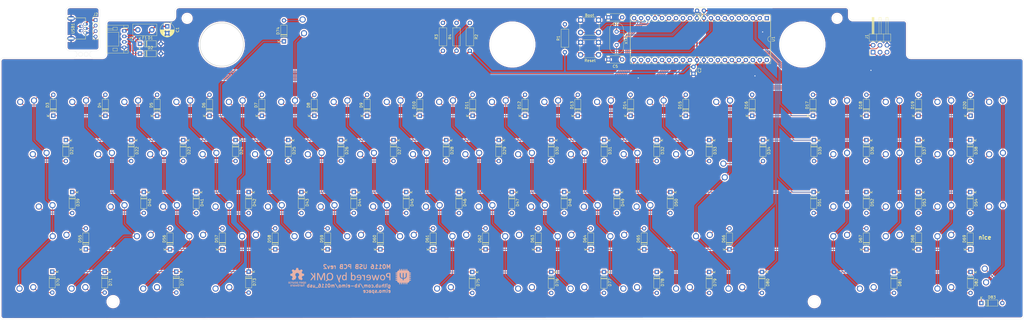
<source format=kicad_pcb>
(kicad_pcb (version 20171130) (host pcbnew "(5.1.8)-1")
  (layers (0 F.Cu signal) (31 B.Cu signal) (34 B.Paste user) (35 F.Paste user) (36 B.SilkS user) (37 F.SilkS user) (38 B.Mask user) (39 F.Mask user) (44 Edge.Cuts user))
  (net 0 "")
  (net 1 GND)
  (net 2 boot)
  (net 3 +5V)
  (net 4 "Net-(D1-Pad1)")
  (net 5 "Net-(D2-Pad1)")
  (net 6 "Net-(D3-Pad2)")
  (net 7 "Net-(D4-Pad2)")
  (net 8 "Net-(D5-Pad2)")
  (net 9 "Net-(D6-Pad2)")
  (net 10 "Net-(D7-Pad2)")
  (net 11 "Net-(D8-Pad2)")
  (net 12 "Net-(D9-Pad2)")
  (net 13 "Net-(D10-Pad2)")
  (net 14 "Net-(D11-Pad2)")
  (net 15 "Net-(D12-Pad2)")
  (net 16 "Net-(D13-Pad2)")
  (net 17 "Net-(D14-Pad2)")
  (net 18 "Net-(D15-Pad2)")
  (net 19 "Net-(D16-Pad2)")
  (net 20 "Net-(D17-Pad2)")
  (net 21 "Net-(D18-Pad2)")
  (net 22 "Net-(D19-Pad2)")
  (net 23 "Net-(D20-Pad2)")
  (net 24 "Net-(D21-Pad2)")
  (net 25 "Net-(D22-Pad2)")
  (net 26 "Net-(D23-Pad2)")
  (net 27 "Net-(D24-Pad2)")
  (net 28 "Net-(D25-Pad2)")
  (net 29 "Net-(D26-Pad2)")
  (net 30 "Net-(D27-Pad2)")
  (net 31 "Net-(D28-Pad2)")
  (net 32 "Net-(D29-Pad2)")
  (net 33 "Net-(D30-Pad2)")
  (net 34 "Net-(D31-Pad2)")
  (net 35 "Net-(D32-Pad2)")
  (net 36 "Net-(D33-Pad2)")
  (net 37 "Net-(D34-Pad2)")
  (net 38 "Net-(D35-Pad2)")
  (net 39 "Net-(D36-Pad2)")
  (net 40 "Net-(D37-Pad2)")
  (net 41 "Net-(D38-Pad2)")
  (net 42 "Net-(D39-Pad2)")
  (net 43 "Net-(D40-Pad2)")
  (net 44 "Net-(D41-Pad2)")
  (net 45 "Net-(D42-Pad2)")
  (net 46 "Net-(D43-Pad2)")
  (net 47 "Net-(D44-Pad2)")
  (net 48 "Net-(D45-Pad2)")
  (net 49 "Net-(D46-Pad2)")
  (net 50 "Net-(D47-Pad2)")
  (net 51 "Net-(D48-Pad2)")
  (net 52 "Net-(D49-Pad2)")
  (net 53 "Net-(D50-Pad2)")
  (net 54 "Net-(D51-Pad2)")
  (net 55 "Net-(D52-Pad2)")
  (net 56 "Net-(D53-Pad2)")
  (net 57 "Net-(D54-Pad2)")
  (net 58 "Net-(D55-Pad2)")
  (net 59 "Net-(D56-Pad2)")
  (net 60 "Net-(D57-Pad2)")
  (net 61 "Net-(D58-Pad2)")
  (net 62 "Net-(D59-Pad2)")
  (net 63 "Net-(D60-Pad2)")
  (net 64 "Net-(D61-Pad2)")
  (net 65 "Net-(D62-Pad2)")
  (net 66 "Net-(D63-Pad2)")
  (net 67 "Net-(D64-Pad2)")
  (net 68 "Net-(D65-Pad2)")
  (net 69 "Net-(D66-Pad2)")
  (net 70 "Net-(D67-Pad2)")
  (net 71 "Net-(D68-Pad2)")
  (net 72 "Net-(D69-Pad2)")
  (net 73 "Net-(D70-Pad2)")
  (net 74 "Net-(D71-Pad2)")
  (net 75 "Net-(D72-Pad2)")
  (net 76 "Net-(D73-Pad2)")
  (net 77 "Net-(D74-Pad2)")
  (net 78 "Net-(D75-Pad2)")
  (net 79 "Net-(D76-Pad2)")
  (net 80 "Net-(D77-Pad2)")
  (net 81 "Net-(D78-Pad2)")
  (net 82 "Net-(D79-Pad2)")
  (net 83 "Net-(D80-Pad2)")
  (net 84 "Net-(D81-Pad2)")
  (net 85 "Net-(D83-Pad2)")
  (net 86 VCC)
  (net 87 reset)
  (net 88 MOSI)
  (net 89 SCK)
  (net 90 MISO)
  (net 91 D+)
  (net 92 D-)
  (net 93 "Net-(U1-Pad32)")
  (net 94 "Net-(U1-Pad5)")
  (net 95 "Net-(U1-Pad4)")
  (net 96 "Net-(U1-Pad1)")
  (net 97 col1)
  (net 98 col2)
  (net 99 col3)
  (net 100 col4)
  (net 101 col5)
  (net 102 col6)
  (net 103 col7)
  (net 104 col8)
  (net 105 col9)
  (net 106 col10)
  (net 107 col11)
  (net 108 col12)
  (net 109 col13)
  (net 110 col14)
  (net 111 col15)
  (net 112 col16)
  (net 113 col17)
  (net 114 col18)
  (net 115 row0)
  (net 116 row1)
  (net 117 row2)
  (net 118 row3)
  (net 119 row4)
  (net 120 "Net-(D82-Pad2)")
  (net 121 "Net-(USB1-Pad4)")
  (net 122 "Net-(J2-Pad3)")
  (net 123 "Net-(J2-Pad2)")
  (net 124 "Net-(C4-Pad1)")
  (net 125 "Net-(C5-Pad1)")
  (module Package_DIP:DIP-40_W15.24mm_Socket (layer F.Cu) (at 303.276 76.5048 270)
    (fp_text reference U1 (at 7.62 -2.33 90) (layer F.SilkS))
    (fp_text value ATmega32A-PU)
    (pad 40 thru_hole oval (at 15.24 0 270) (size 1.6 1.6) (drill 0.8) (layers *.Cu *.Mask) (net 117 row2))
    (pad 20 thru_hole oval (at 0 48.26 270) (size 1.6 1.6) (drill 0.8) (layers *.Cu *.Mask) (net 97 col1))
    (pad 39 thru_hole oval (at 15.24 2.54 270) (size 1.6 1.6) (drill 0.8) (layers *.Cu *.Mask) (net 119 row4))
    (pad 19 thru_hole oval (at 0 45.72 270) (size 1.6 1.6) (drill 0.8) (layers *.Cu *.Mask) (net 98 col2))
    (pad 38 thru_hole oval (at 15.24 5.08 270) (size 1.6 1.6) (drill 0.8) (layers *.Cu *.Mask) (net 118 row3))
    (pad 18 thru_hole oval (at 0 43.18 270) (size 1.6 1.6) (drill 0.8) (layers *.Cu *.Mask) (net 2 boot))
    (pad 37 thru_hole oval (at 15.24 7.62 270) (size 1.6 1.6) (drill 0.8) (layers *.Cu *.Mask) (net 114 col18))
    (pad 17 thru_hole oval (at 0 40.64 270) (size 1.6 1.6) (drill 0.8) (layers *.Cu *.Mask) (net 92 D-))
    (pad 36 thru_hole oval (at 15.24 10.16 270) (size 1.6 1.6) (drill 0.8) (layers *.Cu *.Mask) (net 113 col17))
    (pad 16 thru_hole oval (at 0 38.1 270) (size 1.6 1.6) (drill 0.8) (layers *.Cu *.Mask) (net 91 D+))
    (pad 35 thru_hole oval (at 15.24 12.7 270) (size 1.6 1.6) (drill 0.8) (layers *.Cu *.Mask) (net 112 col16))
    (pad 15 thru_hole oval (at 0 35.56 270) (size 1.6 1.6) (drill 0.8) (layers *.Cu *.Mask) (net 99 col3))
    (pad 34 thru_hole oval (at 15.24 15.24 270) (size 1.6 1.6) (drill 0.8) (layers *.Cu *.Mask) (net 111 col15))
    (pad 14 thru_hole oval (at 0 33.02 270) (size 1.6 1.6) (drill 0.8) (layers *.Cu *.Mask) (net 100 col4))
    (pad 33 thru_hole oval (at 15.24 17.78 270) (size 1.6 1.6) (drill 0.8) (layers *.Cu *.Mask) (net 110 col14))
    (pad 13 thru_hole oval (at 0 30.48 270) (size 1.6 1.6) (drill 0.8) (layers *.Cu *.Mask) (net 124 "Net-(C4-Pad1)"))
    (pad 32 thru_hole oval (at 15.24 20.32 270) (size 1.6 1.6) (drill 0.8) (layers *.Cu *.Mask) (net 93 "Net-(U1-Pad32)"))
    (pad 12 thru_hole oval (at 0 27.94 270) (size 1.6 1.6) (drill 0.8) (layers *.Cu *.Mask) (net 125 "Net-(C5-Pad1)"))
    (pad 31 thru_hole oval (at 15.24 22.86 270) (size 1.6 1.6) (drill 0.8) (layers *.Cu *.Mask) (net 1 GND))
    (pad 11 thru_hole oval (at 0 25.4 270) (size 1.6 1.6) (drill 0.8) (layers *.Cu *.Mask) (net 1 GND))
    (pad 30 thru_hole oval (at 15.24 25.4 270) (size 1.6 1.6) (drill 0.8) (layers *.Cu *.Mask) (net 3 +5V))
    (pad 10 thru_hole oval (at 0 22.86 270) (size 1.6 1.6) (drill 0.8) (layers *.Cu *.Mask) (net 3 +5V))
    (pad 29 thru_hole oval (at 15.24 27.94 270) (size 1.6 1.6) (drill 0.8) (layers *.Cu *.Mask) (net 109 col13))
    (pad 9 thru_hole oval (at 0 20.32 270) (size 1.6 1.6) (drill 0.8) (layers *.Cu *.Mask) (net 87 reset))
    (pad 28 thru_hole oval (at 15.24 30.48 270) (size 1.6 1.6) (drill 0.8) (layers *.Cu *.Mask) (net 108 col12))
    (pad 8 thru_hole oval (at 0 17.78 270) (size 1.6 1.6) (drill 0.8) (layers *.Cu *.Mask) (net 89 SCK))
    (pad 27 thru_hole oval (at 15.24 33.02 270) (size 1.6 1.6) (drill 0.8) (layers *.Cu *.Mask) (net 107 col11))
    (pad 7 thru_hole oval (at 0 15.24 270) (size 1.6 1.6) (drill 0.8) (layers *.Cu *.Mask) (net 90 MISO))
    (pad 26 thru_hole oval (at 15.24 35.56 270) (size 1.6 1.6) (drill 0.8) (layers *.Cu *.Mask) (net 106 col10))
    (pad 6 thru_hole oval (at 0 12.7 270) (size 1.6 1.6) (drill 0.8) (layers *.Cu *.Mask) (net 88 MOSI))
    (pad 25 thru_hole oval (at 15.24 38.1 270) (size 1.6 1.6) (drill 0.8) (layers *.Cu *.Mask) (net 105 col9))
    (pad 5 thru_hole oval (at 0 10.16 270) (size 1.6 1.6) (drill 0.8) (layers *.Cu *.Mask) (net 94 "Net-(U1-Pad5)"))
    (pad 24 thru_hole oval (at 15.24 40.64 270) (size 1.6 1.6) (drill 0.8) (layers *.Cu *.Mask) (net 104 col8))
    (pad 4 thru_hole oval (at 0 7.62 270) (size 1.6 1.6) (drill 0.8) (layers *.Cu *.Mask) (net 95 "Net-(U1-Pad4)"))
    (pad 23 thru_hole oval (at 15.24 43.18 270) (size 1.6 1.6) (drill 0.8) (layers *.Cu *.Mask) (net 103 col7))
    (pad 3 thru_hole oval (at 0 5.08 270) (size 1.6 1.6) (drill 0.8) (layers *.Cu *.Mask) (net 116 row1))
    (pad 22 thru_hole oval (at 15.24 45.72 270) (size 1.6 1.6) (drill 0.8) (layers *.Cu *.Mask) (net 102 col6))
    (pad 2 thru_hole oval (at 0 2.54 270) (size 1.6 1.6) (drill 0.8) (layers *.Cu *.Mask) (net 115 row0))
    (pad 21 thru_hole oval (at 15.24 48.26 270) (size 1.6 1.6) (drill 0.8) (layers *.Cu *.Mask) (net 101 col5))
    (pad 1 thru_hole rect (at 0 0 270) (size 1.6 1.6) (drill 0.8) (layers *.Cu *.Mask) (net 96 "Net-(U1-Pad1)"))
  )
  (module Alps_Only:ALPS-1U (layer F.Cu) (at 287.401 102.489 180)
    (fp_text reference MX14)
    (fp_text value MX-NoLED)
    (pad 1 thru_hole circle (at -2.5 -4 180) (size 2.25 2.25) (drill 1.47) (layers *.Cu *.Mask) (net 110 col14))
    (pad 2 thru_hole circle (at 2.5 -4.5 180) (size 2.25 2.25) (drill 1.47) (layers *.Cu *.Mask) (net 19 "Net-(D16-Pad2)"))
  )
  (module Connector_JST:JST_PH_S4B-PH-K_1x04_P2.00mm_Horizontal (layer F.Cu) (at 69.723 81.153 270)
    (fp_text reference J3 (at 3 -2.55 90) (layer F.SilkS))
    (fp_text value Conn_01x04)
    (pad 4 thru_hole oval (at 6 0 270) (size 1.2 1.75) (drill 0.75) (layers *.Cu *.Mask) (net 1 GND))
    (pad 3 thru_hole oval (at 4 0 270) (size 1.2 1.75) (drill 0.75) (layers *.Cu *.Mask) (net 5 "Net-(D2-Pad1)"))
    (pad 2 thru_hole oval (at 2 0 270) (size 1.2 1.75) (drill 0.75) (layers *.Cu *.Mask) (net 4 "Net-(D1-Pad1)"))
    (pad 1 thru_hole roundrect (at 0 0 270) (size 1.2 1.75) (drill 0.75) (layers *.Cu *.Mask) (roundrect_rratio 0.208333) (net 86 VCC))
  )
  (module Crystal:Crystal_HC49-4H_Vertical (layer F.Cu) (at 248.666 81.407 270)
    (fp_text reference XTAL1 (at 2.44 -3.525 90) (layer F.SilkS))
    (fp_text value Crystal)
    (pad 2 thru_hole circle (at 4.88 0 270) (size 1.5 1.5) (drill 0.8) (layers *.Cu *.Mask) (net 125 "Net-(C5-Pad1)"))
    (pad 1 thru_hole circle (at 0 0 270) (size 1.5 1.5) (drill 0.8) (layers *.Cu *.Mask) (net 124 "Net-(C4-Pad1)"))
  )
  (module Capacitor_THT:C_Disc_D6.0mm_W2.5mm_P5.00mm (layer F.Cu) (at 250.698 91.567 180)
    (fp_text reference C5 (at 2.5 -2.5) (layer F.SilkS))
    (fp_text value 22p)
    (pad 2 thru_hole circle (at 5 0 180) (size 1.6 1.6) (drill 0.8) (layers *.Cu *.Mask) (net 1 GND))
    (pad 1 thru_hole circle (at 0 0 180) (size 1.6 1.6) (drill 0.8) (layers *.Cu *.Mask) (net 125 "Net-(C5-Pad1)"))
  )
  (module Capacitor_THT:C_Disc_D6.0mm_W2.5mm_P5.00mm (layer F.Cu) (at 250.698 76.2 180)
    (fp_text reference C4 (at 2.5 -2.5) (layer F.SilkS))
    (fp_text value 22p)
    (pad 2 thru_hole circle (at 5 0 180) (size 1.6 1.6) (drill 0.8) (layers *.Cu *.Mask) (net 1 GND))
    (pad 1 thru_hole circle (at 0 0 180) (size 1.6 1.6) (drill 0.8) (layers *.Cu *.Mask) (net 124 "Net-(C4-Pad1)"))
  )
  (module Capacitor_THT:CP_Radial_D5.0mm_P2.50mm (layer F.Cu) (at 85.344 79.502 270)
    (fp_text reference C1 (at 1.25 -3.75 90) (layer F.SilkS))
    (fp_text value 4.7u)
    (pad 2 thru_hole circle (at 2.5 0 270) (size 1.6 1.6) (drill 0.8) (layers *.Cu *.Mask) (net 1 GND))
    (pad 1 thru_hole rect (at 0 0 270) (size 1.6 1.6) (drill 0.8) (layers *.Cu *.Mask) (net 3 +5V))
  )
  (module Connector_PinHeader_2.00mm:PinHeader_1x04_P2.00mm_Vertical (layer F.Cu) (at 59.309 77.216)
    (fp_text reference J2 (at 0 -2.06) (layer F.SilkS))
    (fp_text value Conn_01x04)
    (pad 4 thru_hole oval (at 0 6) (size 1.35 1.35) (drill 0.8) (layers *.Cu *.Mask) (net 1 GND))
    (pad 3 thru_hole oval (at 0 4) (size 1.35 1.35) (drill 0.8) (layers *.Cu *.Mask) (net 122 "Net-(J2-Pad3)"))
    (pad 2 thru_hole oval (at 0 2) (size 1.35 1.35) (drill 0.8) (layers *.Cu *.Mask) (net 123 "Net-(J2-Pad2)"))
    (pad 1 thru_hole rect (at 0 0) (size 1.35 1.35) (drill 0.8) (layers *.Cu *.Mask) (net 86 VCC))
  )
  (module random-keyboard-parts:Molex-0548190519 (layer F.Cu) (at 48.641 80.264)
    (fp_text reference USB1)
    (fp_text value USB_B_Mini)
    (fp_text user %R (at 2.45 0 90) (layer F.SilkS))
    (pad 1 thru_hole oval (at 6.8 -1.6) (size 1.65 1.1) (drill oval 0.7 (offset 0.25 0)) (layers *.Cu B.Mask) (net 86 VCC))
    (pad 2 thru_hole oval (at 5.6 -0.8 180) (size 1.65 1.1) (drill oval 0.7 (offset 0.25 0)) (layers *.Cu B.Mask) (net 122 "Net-(J2-Pad3)"))
    (pad 3 thru_hole oval (at 6.8 0) (size 1.65 1.1) (drill oval 0.7 (offset 0.25 0)) (layers *.Cu B.Mask) (net 123 "Net-(J2-Pad2)"))
    (pad 4 thru_hole oval (at 5.6 0.8 180) (size 1.65 1.1) (drill oval 0.7 (offset 0.25 0)) (layers *.Cu B.Mask) (net 121 "Net-(USB1-Pad4)"))
    (pad 5 thru_hole oval (at 6.8 1.6) (size 1.65 1.1) (drill oval 0.7 (offset 0.25 0)) (layers *.Cu B.Mask) (net 1 GND))
    (pad 6 thru_hole oval (at 1.75 -3.65) (size 2.7 1.7) (drill oval 1.9 0.7) (layers *.Cu *.Mask) (net 1 GND))
    (pad 6 thru_hole oval (at 1.75 3.65) (size 2.7 1.7) (drill oval 1.9 0.7) (layers *.Cu *.Mask) (net 1 GND))
  )
  (module Alps_Only:ALPS-1U (layer F.Cu) (at 348.996 121.539 180)
    (fp_text reference MX34)
    (fp_text value MX-NoLED)
    (pad 1 thru_hole circle (at -2.5 -4 180) (size 2.25 2.25) (drill 1.47) (layers *.Cu *.Mask) (net 112 col16))
    (pad 2 thru_hole circle (at 2.5 -4.5 180) (size 2.25 2.25) (drill 1.47) (layers *.Cu *.Mask) (net 39 "Net-(D36-Pad2)"))
  )
  (module Alps_Only:ALPS-1U (layer F.Cu) (at 105.41 140.589 180)
    (fp_text reference MX40)
    (fp_text value MX-NoLED)
    (pad 1 thru_hole circle (at -2.5 -4 180) (size 2.25 2.25) (drill 1.47) (layers *.Cu *.Mask) (net 100 col4))
    (pad 2 thru_hole circle (at 2.5 -4.5 180) (size 2.25 2.25) (drill 1.47) (layers *.Cu *.Mask) (net 45 "Net-(D42-Pad2)"))
  )
  (module custom_parts:qmk (layer B.Cu) (at 155.575 170.561 180)
    (fp_text reference G*** hide)
    (fp_text value LOGO hide)
  )
  (module custom_parts:oshw (layer B.Cu) (at 132.588 170.815 180)
    (fp_text reference G*** hide)
    (fp_text value LOGO hide)
  )
  (module Connector_PinHeader_2.54mm:PinHeader_2x03_P2.54mm_Horizontal (layer F.Cu) (at 341.884 88.9 90)
    (fp_text reference J1 (at 5.655 -2.27 90) (layer F.SilkS))
    (fp_text value AVR-ISP-6)
    (pad 6 thru_hole oval (at 2.54 5.08 90) (size 1.7 1.7) (drill 1) (layers *.Cu *.Mask) (net 1 GND))
    (pad 5 thru_hole oval (at 0 5.08 90) (size 1.7 1.7) (drill 1) (layers *.Cu *.Mask) (net 87 reset))
    (pad 4 thru_hole oval (at 2.54 2.54 90) (size 1.7 1.7) (drill 1) (layers *.Cu *.Mask) (net 88 MOSI))
    (pad 3 thru_hole oval (at 0 2.54 90) (size 1.7 1.7) (drill 1) (layers *.Cu *.Mask) (net 89 SCK))
    (pad 2 thru_hole oval (at 2.54 0 90) (size 1.7 1.7) (drill 1) (layers *.Cu *.Mask) (net 3 +5V))
    (pad 1 thru_hole rect (at 0 0 90) (size 1.7 1.7) (drill 1) (layers *.Cu *.Mask) (net 90 MISO))
  )
  (module Alps_Only:ALPS-1U (layer F.Cu) (at 34.417 102.489 180)
    (fp_text reference MX1)
    (fp_text value MX-NoLED)
    (pad 1 thru_hole circle (at -2.5 -4 180) (size 2.25 2.25) (drill 1.47) (layers *.Cu *.Mask) (net 97 col1))
    (pad 2 thru_hole circle (at 2.5 -4.5 180) (size 2.25 2.25) (drill 1.47) (layers *.Cu *.Mask) (net 6 "Net-(D3-Pad2)"))
  )
  (module Diode_THT:D_DO-35_SOD27_P7.62mm_Horizontal (layer F.Cu) (at 43.942 112.014 90)
    (fp_text reference D3 (at 3.81 -2.12 90) (layer F.SilkS))
    (fp_text value D_Small)
    (fp_text user K (at 0 -1.8 90) (layer F.SilkS))
    (pad 1 thru_hole rect (at 0 0 90) (size 1.6 1.6) (drill 0.8) (layers *.Cu *.Mask) (net 115 row0))
    (pad 2 thru_hole oval (at 7.62 0 90) (size 1.6 1.6) (drill 0.8) (layers *.Cu *.Mask) (net 6 "Net-(D3-Pad2)"))
  )
  (module Resistor_THT:R_Axial_DIN0207_L6.3mm_D2.5mm_P10.16mm_Horizontal (layer F.Cu) (at 185.547 88.392 90)
    (fp_text reference R3 (at 5.08 -2.37 90) (layer F.SilkS))
    (fp_text value 68R)
    (pad 1 thru_hole circle (at 0 0 90) (size 1.6 1.6) (drill 0.8) (layers *.Cu *.Mask) (net 4 "Net-(D1-Pad1)"))
    (pad 2 thru_hole oval (at 10.16 0 90) (size 1.6 1.6) (drill 0.8) (layers *.Cu *.Mask) (net 91 D+))
  )
  (module Diode_THT:D_DO-35_SOD27_P7.62mm_Horizontal (layer F.Cu) (at 75.438 85.852)
    (fp_text reference D1 (at 3.81 -2.12) (layer F.SilkS))
    (fp_text value 3.6V)
    (fp_text user K (at 0 -1.8) (layer F.SilkS))
    (pad 2 thru_hole oval (at 7.62 0) (size 1.6 1.6) (drill 0.8) (layers *.Cu *.Mask) (net 1 GND))
    (pad 1 thru_hole rect (at 0 0) (size 1.6 1.6) (drill 0.8) (layers *.Cu *.Mask) (net 4 "Net-(D1-Pad1)"))
  )
  (module Diode_THT:D_DO-35_SOD27_P7.62mm_Horizontal (layer F.Cu) (at 75.438 89.408)
    (fp_text reference D2 (at 3.81 -2.12) (layer F.SilkS))
    (fp_text value 3.6V)
    (fp_text user K (at 0 -1.8) (layer F.SilkS))
    (pad 2 thru_hole oval (at 7.62 0) (size 1.6 1.6) (drill 0.8) (layers *.Cu *.Mask) (net 1 GND))
    (pad 1 thru_hole rect (at 0 0) (size 1.6 1.6) (drill 0.8) (layers *.Cu *.Mask) (net 5 "Net-(D2-Pad1)"))
  )
  (module Alps_Only:ALPS-1U (layer F.Cu) (at 229.743 159.893)
    (fp_text reference MX62)
    (fp_text value MX-NoLED)
    (pad 1 thru_hole circle (at -2.5 -4) (size 2.25 2.25) (drill 1.47) (layers *.Cu *.Mask) (net 106 col10))
    (pad 2 thru_hole circle (at 2.5 -4.5) (size 2.25 2.25) (drill 1.47) (layers *.Cu *.Mask) (net 67 "Net-(D64-Pad2)"))
  )
  (module Alps_Only:ALPS-1U (layer F.Cu) (at 280.035 159.893)
    (fp_text reference MX64)
    (fp_text value MX-NoLED)
    (pad 1 thru_hole circle (at -2.5 -4) (size 2.25 2.25) (drill 1.47) (layers *.Cu *.Mask) (net 110 col14))
    (pad 2 thru_hole circle (at 2.5 -4.5) (size 2.25 2.25) (drill 1.47) (layers *.Cu *.Mask) (net 69 "Net-(D66-Pad2)"))
  )
  (module Diode_THT:D_DO-35_SOD27_P7.62mm_Horizontal (layer F.Cu) (at 339.471 112.014 90)
    (fp_text reference D18 (at 3.81 -2.12 90) (layer F.SilkS))
    (fp_text value D_Small)
    (fp_text user K (at 0 -1.8 90) (layer F.SilkS))
    (pad 2 thru_hole oval (at 7.62 0 90) (size 1.6 1.6) (drill 0.8) (layers *.Cu *.Mask) (net 21 "Net-(D18-Pad2)"))
    (pad 1 thru_hole rect (at 0 0 90) (size 1.6 1.6) (drill 0.8) (layers *.Cu *.Mask) (net 115 row0))
  )
  (module Alps_Only:ALPS-1U (layer F.Cu) (at 72.263 102.489 180)
    (fp_text reference MX3)
    (fp_text value MX-NoLED)
    (pad 1 thru_hole circle (at -2.5 -4 180) (size 2.25 2.25) (drill 1.47) (layers *.Cu *.Mask) (net 99 col3))
    (pad 2 thru_hole circle (at 2.5 -4.5 180) (size 2.25 2.25) (drill 1.47) (layers *.Cu *.Mask) (net 8 "Net-(D5-Pad2)"))
  )
  (module Alps_Only:ALPS-1U (layer F.Cu) (at 139.065 79.502 90)
    (fp_text reference MX72)
    (fp_text value MX-NoLED)
    (pad 1 thru_hole circle (at -2.5 -4 90) (size 2.25 2.25) (drill 1.47) (layers *.Cu *.Mask) (net 102 col6))
    (pad 2 thru_hole circle (at 2.5 -4.5 90) (size 2.25 2.25) (drill 1.47) (layers *.Cu *.Mask) (net 77 "Net-(D74-Pad2)"))
  )
  (module Alps_Only:ALPS-1U (layer F.Cu) (at 386.969 170.18 90)
    (fp_text reference MX81)
    (fp_text value MX-NoLED)
    (pad 1 thru_hole circle (at -2.5 -4 90) (size 2.25 2.25) (drill 1.47) (layers *.Cu *.Mask) (net 114 col18))
    (pad 2 thru_hole circle (at 2.5 -4.5 90) (size 2.25 2.25) (drill 1.47) (layers *.Cu *.Mask) (net 85 "Net-(D83-Pad2)"))
  )
  (module Alps_Only:ALPS-1U (layer F.Cu) (at 367.792 178.943)
    (fp_text reference MX80)
    (fp_text value MX-NoLED)
    (pad 1 thru_hole circle (at -2.5 -4) (size 2.25 2.25) (drill 1.47) (layers *.Cu *.Mask) (net 113 col17))
    (pad 2 thru_hole circle (at 2.5 -4.5) (size 2.25 2.25) (drill 1.47) (layers *.Cu *.Mask) (net 120 "Net-(D82-Pad2)"))
  )
  (module Alps_Only:ALPS-1U (layer F.Cu) (at 339.598 178.943)
    (fp_text reference MX79)
    (fp_text value MX-NoLED)
    (pad 1 thru_hole circle (at -2.5 -4) (size 2.25 2.25) (drill 1.47) (layers *.Cu *.Mask) (net 111 col15))
    (pad 2 thru_hole circle (at 2.5 -4.5) (size 2.25 2.25) (drill 1.47) (layers *.Cu *.Mask) (net 84 "Net-(D81-Pad2)"))
  )
  (module Alps_Only:ALPS-1U (layer F.Cu) (at 291.846 178.943)
    (fp_text reference MX78)
    (fp_text value MX-NoLED)
    (pad 1 thru_hole circle (at -2.5 -4) (size 2.25 2.25) (drill 1.47) (layers *.Cu *.Mask) (net 110 col14))
    (pad 2 thru_hole circle (at 2.5 -4.5) (size 2.25 2.25) (drill 1.47) (layers *.Cu *.Mask) (net 83 "Net-(D80-Pad2)"))
  )
  (module Alps_Only:ALPS-1U (layer F.Cu) (at 272.796 178.943)
    (fp_text reference MX77)
    (fp_text value MX-NoLED)
    (pad 1 thru_hole circle (at -2.5 -4) (size 2.25 2.25) (drill 1.47) (layers *.Cu *.Mask) (net 108 col12))
    (pad 2 thru_hole circle (at 2.5 -4.5) (size 2.25 2.25) (drill 1.47) (layers *.Cu *.Mask) (net 82 "Net-(D79-Pad2)"))
  )
  (module Alps_Only:ALPS-1U (layer F.Cu) (at 253.619 178.943)
    (fp_text reference MX76)
    (fp_text value MX-NoLED)
    (pad 1 thru_hole circle (at -2.5 -4) (size 2.25 2.25) (drill 1.47) (layers *.Cu *.Mask) (net 107 col11))
    (pad 2 thru_hole circle (at 2.5 -4.5) (size 2.25 2.25) (drill 1.47) (layers *.Cu *.Mask) (net 81 "Net-(D78-Pad2)"))
  )
  (module Alps_Only:ALPS-1U (layer F.Cu) (at 234.442 178.943)
    (fp_text reference MX75)
    (fp_text value MX-NoLED)
    (pad 1 thru_hole circle (at -2.5 -4) (size 2.25 2.25) (drill 1.47) (layers *.Cu *.Mask) (net 106 col10))
    (pad 2 thru_hole circle (at 2.5 -4.5) (size 2.25 2.25) (drill 1.47) (layers *.Cu *.Mask) (net 80 "Net-(D77-Pad2)"))
  )
  (module Alps_Only:ALPS-1U (layer F.Cu) (at 215.392 178.943)
    (fp_text reference MX74)
    (fp_text value MX-NoLED)
    (pad 1 thru_hole circle (at -2.5 -4) (size 2.25 2.25) (drill 1.47) (layers *.Cu *.Mask) (net 105 col9))
    (pad 2 thru_hole circle (at 2.5 -4.5) (size 2.25 2.25) (drill 1.47) (layers *.Cu *.Mask) (net 79 "Net-(D76-Pad2)"))
  )
  (module Alps_Only:ALPS-1U (layer F.Cu) (at 185.928 178.943)
    (fp_text reference MX73)
    (fp_text value MX-NoLED)
    (pad 1 thru_hole circle (at -2.5 -4) (size 2.25 2.25) (drill 1.47) (layers *.Cu *.Mask) (net 104 col8))
    (pad 2 thru_hole circle (at 2.5 -4.5) (size 2.25 2.25) (drill 1.47) (layers *.Cu *.Mask) (net 78 "Net-(D75-Pad2)"))
  )
  (module Alps_Only:ALPS-1U (layer F.Cu) (at 105.41 178.943)
    (fp_text reference MX71)
    (fp_text value MX-NoLED)
    (pad 1 thru_hole circle (at -2.5 -4) (size 2.25 2.25) (drill 1.47) (layers *.Cu *.Mask) (net 100 col4))
    (pad 2 thru_hole circle (at 2.5 -4.5) (size 2.25 2.25) (drill 1.47) (layers *.Cu *.Mask) (net 76 "Net-(D73-Pad2)"))
  )
  (module Alps_Only:ALPS-1U (layer F.Cu) (at 79.121 178.943)
    (fp_text reference MX70)
    (fp_text value MX-NoLED)
    (pad 1 thru_hole circle (at -2.5 -4) (size 2.25 2.25) (drill 1.47) (layers *.Cu *.Mask) (net 99 col3))
    (pad 2 thru_hole circle (at 2.5 -4.5) (size 2.25 2.25) (drill 1.47) (layers *.Cu *.Mask) (net 75 "Net-(D72-Pad2)"))
  )
  (module Alps_Only:ALPS-1U (layer F.Cu) (at 53.086 178.943)
    (fp_text reference MX69)
    (fp_text value MX-NoLED)
    (pad 1 thru_hole circle (at -2.5 -4) (size 2.25 2.25) (drill 1.47) (layers *.Cu *.Mask) (net 98 col2))
    (pad 2 thru_hole circle (at 2.5 -4.5) (size 2.25 2.25) (drill 1.47) (layers *.Cu *.Mask) (net 74 "Net-(D71-Pad2)"))
  )
  (module Alps_Only:ALPS-1U (layer F.Cu) (at 34.163 178.943)
    (fp_text reference MX68)
    (fp_text value MX-NoLED)
    (pad 1 thru_hole circle (at -2.5 -4) (size 2.25 2.25) (drill 1.47) (layers *.Cu *.Mask) (net 97 col1))
    (pad 2 thru_hole circle (at 2.5 -4.5) (size 2.25 2.25) (drill 1.47) (layers *.Cu *.Mask) (net 73 "Net-(D70-Pad2)"))
  )
  (module Alps_Only:ALPS-1U (layer F.Cu) (at 367.792 159.893)
    (fp_text reference MX67)
    (fp_text value MX-NoLED)
    (pad 1 thru_hole circle (at -2.5 -4) (size 2.25 2.25) (drill 1.47) (layers *.Cu *.Mask) (net 113 col17))
    (pad 2 thru_hole circle (at 2.5 -4.5) (size 2.25 2.25) (drill 1.47) (layers *.Cu *.Mask) (net 72 "Net-(D69-Pad2)"))
  )
  (module Alps_Only:ALPS-1U (layer F.Cu) (at 348.996 159.893)
    (fp_text reference MX66)
    (fp_text value MX-NoLED)
    (pad 1 thru_hole circle (at -2.5 -4) (size 2.25 2.25) (drill 1.47) (layers *.Cu *.Mask) (net 112 col16))
    (pad 2 thru_hole circle (at 2.5 -4.5) (size 2.25 2.25) (drill 1.47) (layers *.Cu *.Mask) (net 71 "Net-(D68-Pad2)"))
  )
  (module Alps_Only:ALPS-1U (layer F.Cu) (at 329.946 159.893)
    (fp_text reference MX65)
    (fp_text value MX-NoLED)
    (pad 1 thru_hole circle (at -2.5 -4) (size 2.25 2.25) (drill 1.47) (layers *.Cu *.Mask) (net 111 col15))
    (pad 2 thru_hole circle (at 2.5 -4.5) (size 2.25 2.25) (drill 1.47) (layers *.Cu *.Mask) (net 70 "Net-(D67-Pad2)"))
  )
  (module Alps_Only:ALPS-1U (layer F.Cu) (at 248.92 159.893)
    (fp_text reference MX63)
    (fp_text value MX-NoLED)
    (pad 1 thru_hole circle (at -2.5 -4) (size 2.25 2.25) (drill 1.47) (layers *.Cu *.Mask) (net 107 col11))
    (pad 2 thru_hole circle (at 2.5 -4.5) (size 2.25 2.25) (drill 1.47) (layers *.Cu *.Mask) (net 68 "Net-(D65-Pad2)"))
  )
  (module Alps_Only:ALPS-1U (layer F.Cu) (at 210.693 159.893)
    (fp_text reference MX61)
    (fp_text value MX-NoLED)
    (pad 1 thru_hole circle (at -2.5 -4) (size 2.25 2.25) (drill 1.47) (layers *.Cu *.Mask) (net 105 col9))
    (pad 2 thru_hole circle (at 2.5 -4.5) (size 2.25 2.25) (drill 1.47) (layers *.Cu *.Mask) (net 66 "Net-(D63-Pad2)"))
  )
  (module Alps_Only:ALPS-1U (layer F.Cu) (at 191.516 159.893)
    (fp_text reference MX60)
    (fp_text value MX-NoLED)
    (pad 1 thru_hole circle (at -2.5 -4) (size 2.25 2.25) (drill 1.47) (layers *.Cu *.Mask) (net 104 col8))
    (pad 2 thru_hole circle (at 2.5 -4.5) (size 2.25 2.25) (drill 1.47) (layers *.Cu *.Mask) (net 65 "Net-(D62-Pad2)"))
  )
  (module Alps_Only:ALPS-1U (layer F.Cu) (at 172.466 159.893)
    (fp_text reference MX59)
    (fp_text value MX-NoLED)
    (pad 1 thru_hole circle (at -2.5 -4) (size 2.25 2.25) (drill 1.47) (layers *.Cu *.Mask) (net 103 col7))
    (pad 2 thru_hole circle (at 2.5 -4.5) (size 2.25 2.25) (drill 1.47) (layers *.Cu *.Mask) (net 64 "Net-(D61-Pad2)"))
  )
  (module Alps_Only:ALPS-1U (layer F.Cu) (at 153.289 159.893)
    (fp_text reference MX58)
    (fp_text value MX-NoLED)
    (pad 1 thru_hole circle (at -2.5 -4) (size 2.25 2.25) (drill 1.47) (layers *.Cu *.Mask) (net 102 col6))
    (pad 2 thru_hole circle (at 2.5 -4.5) (size 2.25 2.25) (drill 1.47) (layers *.Cu *.Mask) (net 63 "Net-(D60-Pad2)"))
  )
  (module Alps_Only:ALPS-1U (layer F.Cu) (at 134.112 159.893)
    (fp_text reference MX57)
    (fp_text value MX-NoLED)
    (pad 1 thru_hole circle (at -2.5 -4) (size 2.25 2.25) (drill 1.47) (layers *.Cu *.Mask) (net 101 col5))
    (pad 2 thru_hole circle (at 2.5 -4.5) (size 2.25 2.25) (drill 1.47) (layers *.Cu *.Mask) (net 62 "Net-(D59-Pad2)"))
  )
  (module Alps_Only:ALPS-1U (layer F.Cu) (at 115.062 159.893)
    (fp_text reference MX56)
    (fp_text value MX-NoLED)
    (pad 1 thru_hole circle (at -2.5 -4) (size 2.25 2.25) (drill 1.47) (layers *.Cu *.Mask) (net 100 col4))
    (pad 2 thru_hole circle (at 2.5 -4.5) (size 2.25 2.25) (drill 1.47) (layers *.Cu *.Mask) (net 61 "Net-(D58-Pad2)"))
  )
  (module Alps_Only:ALPS-1U (layer F.Cu) (at 95.885 159.893)
    (fp_text reference MX55)
    (fp_text value MX-NoLED)
    (pad 1 thru_hole circle (at -2.5 -4) (size 2.25 2.25) (drill 1.47) (layers *.Cu *.Mask) (net 99 col3))
    (pad 2 thru_hole circle (at 2.5 -4.5) (size 2.25 2.25) (drill 1.47) (layers *.Cu *.Mask) (net 60 "Net-(D57-Pad2)"))
  )
  (module Alps_Only:ALPS-1U (layer F.Cu) (at 76.835 159.893)
    (fp_text reference MX54)
    (fp_text value MX-NoLED)
    (pad 1 thru_hole circle (at -2.5 -4) (size 2.25 2.25) (drill 1.47) (layers *.Cu *.Mask) (net 98 col2))
    (pad 2 thru_hole circle (at 2.5 -4.5) (size 2.25 2.25) (drill 1.47) (layers *.Cu *.Mask) (net 59 "Net-(D56-Pad2)"))
  )
  (module Alps_Only:ALPS-1U (layer F.Cu) (at 46.228 159.893)
    (fp_text reference MX53)
    (fp_text value MX-NoLED)
    (pad 1 thru_hole circle (at -2.5 -4) (size 2.25 2.25) (drill 1.47) (layers *.Cu *.Mask) (net 97 col1))
    (pad 2 thru_hole circle (at 2.5 -4.5) (size 2.25 2.25) (drill 1.47) (layers *.Cu *.Mask) (net 58 "Net-(D55-Pad2)"))
  )
  (module Alps_Only:ALPS-1U (layer F.Cu) (at 386.588 140.589 180)
    (fp_text reference MX52)
    (fp_text value MX-NoLED)
    (pad 1 thru_hole circle (at -2.5 -4 180) (size 2.25 2.25) (drill 1.47) (layers *.Cu *.Mask) (net 114 col18))
    (pad 2 thru_hole circle (at 2.5 -4.5 180) (size 2.25 2.25) (drill 1.47) (layers *.Cu *.Mask) (net 57 "Net-(D54-Pad2)"))
  )
  (module Alps_Only:ALPS-1U (layer F.Cu) (at 367.792 140.589 180)
    (fp_text reference MX51)
    (fp_text value MX-NoLED)
    (pad 1 thru_hole circle (at -2.5 -4 180) (size 2.25 2.25) (drill 1.47) (layers *.Cu *.Mask) (net 113 col17))
    (pad 2 thru_hole circle (at 2.5 -4.5 180) (size 2.25 2.25) (drill 1.47) (layers *.Cu *.Mask) (net 56 "Net-(D53-Pad2)"))
  )
  (module Alps_Only:ALPS-1U (layer F.Cu) (at 348.996 140.589 180)
    (fp_text reference MX50)
    (fp_text value MX-NoLED)
    (pad 1 thru_hole circle (at -2.5 -4 180) (size 2.25 2.25) (drill 1.47) (layers *.Cu *.Mask) (net 112 col16))
    (pad 2 thru_hole circle (at 2.5 -4.5 180) (size 2.25 2.25) (drill 1.47) (layers *.Cu *.Mask) (net 55 "Net-(D52-Pad2)"))
  )
  (module Alps_Only:ALPS-1U (layer F.Cu) (at 329.946 140.589 180)
    (fp_text reference MX49)
    (fp_text value MX-NoLED)
    (pad 1 thru_hole circle (at -2.5 -4 180) (size 2.25 2.25) (drill 1.47) (layers *.Cu *.Mask) (net 111 col15))
    (pad 2 thru_hole circle (at 2.5 -4.5 180) (size 2.25 2.25) (drill 1.47) (layers *.Cu *.Mask) (net 54 "Net-(D51-Pad2)"))
  )
  (module Alps_Only:ALPS-1U (layer F.Cu) (at 258.445 140.589 180)
    (fp_text reference MX48)
    (fp_text value MX-NoLED)
    (pad 1 thru_hole circle (at -2.5 -4 180) (size 2.25 2.25) (drill 1.47) (layers *.Cu *.Mask) (net 108 col12))
    (pad 2 thru_hole circle (at 2.5 -4.5 180) (size 2.25 2.25) (drill 1.47) (layers *.Cu *.Mask) (net 53 "Net-(D50-Pad2)"))
  )
  (module Alps_Only:ALPS-1U (layer F.Cu) (at 239.268 140.589 180)
    (fp_text reference MX47)
    (fp_text value MX-NoLED)
    (pad 1 thru_hole circle (at -2.5 -4 180) (size 2.25 2.25) (drill 1.47) (layers *.Cu *.Mask) (net 107 col11))
    (pad 2 thru_hole circle (at 2.5 -4.5 180) (size 2.25 2.25) (drill 1.47) (layers *.Cu *.Mask) (net 52 "Net-(D49-Pad2)"))
  )
  (module Alps_Only:ALPS-1U (layer F.Cu) (at 220.091 140.589 180)
    (fp_text reference MX46)
    (fp_text value MX-NoLED)
    (pad 1 thru_hole circle (at -2.5 -4 180) (size 2.25 2.25) (drill 1.47) (layers *.Cu *.Mask) (net 106 col10))
    (pad 2 thru_hole circle (at 2.5 -4.5 180) (size 2.25 2.25) (drill 1.47) (layers *.Cu *.Mask) (net 51 "Net-(D48-Pad2)"))
  )
  (module Alps_Only:ALPS-1U (layer F.Cu) (at 201.041 140.589 180)
    (fp_text reference MX45)
    (fp_text value MX-NoLED)
    (pad 1 thru_hole circle (at -2.5 -4 180) (size 2.25 2.25) (drill 1.47) (layers *.Cu *.Mask) (net 105 col9))
    (pad 2 thru_hole circle (at 2.5 -4.5 180) (size 2.25 2.25) (drill 1.47) (layers *.Cu *.Mask) (net 50 "Net-(D47-Pad2)"))
  )
  (module Alps_Only:ALPS-1U (layer F.Cu) (at 181.864 140.589 180)
    (fp_text reference MX44)
    (fp_text value MX-NoLED)
    (pad 1 thru_hole circle (at -2.5 -4 180) (size 2.25 2.25) (drill 1.47) (layers *.Cu *.Mask) (net 104 col8))
    (pad 2 thru_hole circle (at 2.5 -4.5 180) (size 2.25 2.25) (drill 1.47) (layers *.Cu *.Mask) (net 49 "Net-(D46-Pad2)"))
  )
  (module Alps_Only:ALPS-1U (layer F.Cu) (at 162.687 140.589 180)
    (fp_text reference MX43)
    (fp_text value MX-NoLED)
    (pad 1 thru_hole circle (at -2.5 -4 180) (size 2.25 2.25) (drill 1.47) (layers *.Cu *.Mask) (net 103 col7))
    (pad 2 thru_hole circle (at 2.5 -4.5 180) (size 2.25 2.25) (drill 1.47) (layers *.Cu *.Mask) (net 48 "Net-(D45-Pad2)"))
  )
  (module Alps_Only:ALPS-1U (layer F.Cu) (at 143.637 140.589 180)
    (fp_text reference MX42)
    (fp_text value MX-NoLED)
    (pad 1 thru_hole circle (at -2.5 -4 180) (size 2.25 2.25) (drill 1.47) (layers *.Cu *.Mask) (net 102 col6))
    (pad 2 thru_hole circle (at 2.5 -4.5 180) (size 2.25 2.25) (drill 1.47) (layers *.Cu *.Mask) (net 47 "Net-(D44-Pad2)"))
  )
  (module Alps_Only:ALPS-1U (layer F.Cu) (at 124.46 140.589 180)
    (fp_text reference MX41)
    (fp_text value MX-NoLED)
    (pad 1 thru_hole circle (at -2.5 -4 180) (size 2.25 2.25) (drill 1.47) (layers *.Cu *.Mask) (net 101 col5))
    (pad 2 thru_hole circle (at 2.5 -4.5 180) (size 2.25 2.25) (drill 1.47) (layers *.Cu *.Mask) (net 46 "Net-(D43-Pad2)"))
  )
  (module Alps_Only:ALPS-1U (layer F.Cu) (at 86.36 140.589 180)
    (fp_text reference MX39)
    (fp_text value MX-NoLED)
    (pad 1 thru_hole circle (at -2.5 -4 180) (size 2.25 2.25) (drill 1.47) (layers *.Cu *.Mask) (net 99 col3))
    (pad 2 thru_hole circle (at 2.5 -4.5 180) (size 2.25 2.25) (drill 1.47) (layers *.Cu *.Mask) (net 44 "Net-(D41-Pad2)"))
  )
  (module Alps_Only:ALPS-1U (layer F.Cu) (at 67.31 140.589 180)
    (fp_text reference MX38)
    (fp_text value MX-NoLED)
    (pad 1 thru_hole circle (at -2.5 -4 180) (size 2.25 2.25) (drill 1.47) (layers *.Cu *.Mask) (net 98 col2))
    (pad 2 thru_hole circle (at 2.5 -4.5 180) (size 2.25 2.25) (drill 1.47) (layers *.Cu *.Mask) (net 43 "Net-(D40-Pad2)"))
  )
  (module Alps_Only:ALPS-1U (layer F.Cu) (at 41.148 140.589 180)
    (fp_text reference MX37)
    (fp_text value MX-NoLED)
    (pad 1 thru_hole circle (at -2.5 -4 180) (size 2.25 2.25) (drill 1.47) (layers *.Cu *.Mask) (net 97 col1))
    (pad 2 thru_hole circle (at 2.5 -4.5 180) (size 2.25 2.25) (drill 1.47) (layers *.Cu *.Mask) (net 42 "Net-(D39-Pad2)"))
  )
  (module Alps_Only:ALPS-1U (layer F.Cu) (at 386.588 121.539 180)
    (fp_text reference MX36)
    (fp_text value MX-NoLED)
    (pad 1 thru_hole circle (at -2.5 -4 180) (size 2.25 2.25) (drill 1.47) (layers *.Cu *.Mask) (net 114 col18))
    (pad 2 thru_hole circle (at 2.5 -4.5 180) (size 2.25 2.25) (drill 1.47) (layers *.Cu *.Mask) (net 41 "Net-(D38-Pad2)"))
  )
  (module Alps_Only:ALPS-1U (layer F.Cu) (at 367.792 121.539 180)
    (fp_text reference MX35)
    (fp_text value MX-NoLED)
    (pad 1 thru_hole circle (at -2.5 -4 180) (size 2.25 2.25) (drill 1.47) (layers *.Cu *.Mask) (net 113 col17))
    (pad 2 thru_hole circle (at 2.5 -4.5 180) (size 2.25 2.25) (drill 1.47) (layers *.Cu *.Mask) (net 40 "Net-(D37-Pad2)"))
  )
  (module Alps_Only:ALPS-1U (layer F.Cu) (at 329.946 121.539 180)
    (fp_text reference MX33)
    (fp_text value MX-NoLED)
    (pad 1 thru_hole circle (at -2.5 -4 180) (size 2.25 2.25) (drill 1.47) (layers *.Cu *.Mask) (net 111 col15))
    (pad 2 thru_hole circle (at 2.5 -4.5 180) (size 2.25 2.25) (drill 1.47) (layers *.Cu *.Mask) (net 38 "Net-(D35-Pad2)"))
  )
  (module Alps_Only:ALPS-1U (layer F.Cu) (at 291.973 131.953 90)
    (fp_text reference MX32)
    (fp_text value MX-NoLED)
    (pad 1 thru_hole circle (at -2.5 -4 90) (size 2.25 2.25) (drill 1.47) (layers *.Cu *.Mask) (net 110 col14))
    (pad 2 thru_hole circle (at 2.5 -4.5 90) (size 2.25 2.25) (drill 1.47) (layers *.Cu *.Mask) (net 37 "Net-(D34-Pad2)"))
  )
  (module Alps_Only:ALPS-1U (layer F.Cu) (at 272.796 121.539 180)
    (fp_text reference MX31)
    (fp_text value MX-NoLED)
    (pad 1 thru_hole circle (at -2.5 -4 180) (size 2.25 2.25) (drill 1.47) (layers *.Cu *.Mask) (net 109 col13))
    (pad 2 thru_hole circle (at 2.5 -4.5 180) (size 2.25 2.25) (drill 1.47) (layers *.Cu *.Mask) (net 36 "Net-(D33-Pad2)"))
  )
  (module Alps_Only:ALPS-1U (layer F.Cu) (at 253.746 121.539 180)
    (fp_text reference MX30)
    (fp_text value MX-NoLED)
    (pad 1 thru_hole circle (at -2.5 -4 180) (size 2.25 2.25) (drill 1.47) (layers *.Cu *.Mask) (net 108 col12))
    (pad 2 thru_hole circle (at 2.5 -4.5 180) (size 2.25 2.25) (drill 1.47) (layers *.Cu *.Mask) (net 35 "Net-(D32-Pad2)"))
  )
  (module Alps_Only:ALPS-1U (layer F.Cu) (at 234.569 121.539 180)
    (fp_text reference MX29)
    (fp_text value MX-NoLED)
    (pad 1 thru_hole circle (at -2.5 -4 180) (size 2.25 2.25) (drill 1.47) (layers *.Cu *.Mask) (net 107 col11))
    (pad 2 thru_hole circle (at 2.5 -4.5 180) (size 2.25 2.25) (drill 1.47) (layers *.Cu *.Mask) (net 34 "Net-(D31-Pad2)"))
  )
  (module Alps_Only:ALPS-1U (layer F.Cu) (at 215.392 121.539 180)
    (fp_text reference MX28)
    (fp_text value MX-NoLED)
    (pad 1 thru_hole circle (at -2.5 -4 180) (size 2.25 2.25) (drill 1.47) (layers *.Cu *.Mask) (net 106 col10))
    (pad 2 thru_hole circle (at 2.5 -4.5 180) (size 2.25 2.25) (drill 1.47) (layers *.Cu *.Mask) (net 33 "Net-(D30-Pad2)"))
  )
  (module Alps_Only:ALPS-1U (layer F.Cu) (at 196.215 121.539 180)
    (fp_text reference MX27)
    (fp_text value MX-NoLED)
    (pad 1 thru_hole circle (at -2.5 -4 180) (size 2.25 2.25) (drill 1.47) (layers *.Cu *.Mask) (net 105 col9))
    (pad 2 thru_hole circle (at 2.5 -4.5 180) (size 2.25 2.25) (drill 1.47) (layers *.Cu *.Mask) (net 32 "Net-(D29-Pad2)"))
  )
  (module Alps_Only:ALPS-1U (layer F.Cu) (at 177.165 121.539 180)
    (fp_text reference MX26)
    (fp_text value MX-NoLED)
    (pad 1 thru_hole circle (at -2.5 -4 180) (size 2.25 2.25) (drill 1.47) (layers *.Cu *.Mask) (net 104 col8))
    (pad 2 thru_hole circle (at 2.5 -4.5 180) (size 2.25 2.25) (drill 1.47) (layers *.Cu *.Mask) (net 31 "Net-(D28-Pad2)"))
  )
  (module Alps_Only:ALPS-1U (layer F.Cu) (at 157.988 121.539 180)
    (fp_text reference MX25)
    (fp_text value MX-NoLED)
    (pad 1 thru_hole circle (at -2.5 -4 180) (size 2.25 2.25) (drill 1.47) (layers *.Cu *.Mask) (net 103 col7))
    (pad 2 thru_hole circle (at 2.5 -4.5 180) (size 2.25 2.25) (drill 1.47) (layers *.Cu *.Mask) (net 30 "Net-(D27-Pad2)"))
  )
  (module Alps_Only:ALPS-1U (layer F.Cu) (at 138.938 121.539 180)
    (fp_text reference MX24)
    (fp_text value MX-NoLED)
    (pad 1 thru_hole circle (at -2.5 -4 180) (size 2.25 2.25) (drill 1.47) (layers *.Cu *.Mask) (net 102 col6))
    (pad 2 thru_hole circle (at 2.5 -4.5 180) (size 2.25 2.25) (drill 1.47) (layers *.Cu *.Mask) (net 29 "Net-(D26-Pad2)"))
  )
  (module Alps_Only:ALPS-1U (layer F.Cu) (at 119.761 121.539 180)
    (fp_text reference MX23)
    (fp_text value MX-NoLED)
    (pad 1 thru_hole circle (at -2.5 -4 180) (size 2.25 2.25) (drill 1.47) (layers *.Cu *.Mask) (net 101 col5))
    (pad 2 thru_hole circle (at 2.5 -4.5 180) (size 2.25 2.25) (drill 1.47) (layers *.Cu *.Mask) (net 28 "Net-(D25-Pad2)"))
  )
  (module Alps_Only:ALPS-1U (layer F.Cu) (at 100.711 121.539 180)
    (fp_text reference MX22)
    (fp_text value MX-NoLED)
    (pad 1 thru_hole circle (at -2.5 -4 180) (size 2.25 2.25) (drill 1.47) (layers *.Cu *.Mask) (net 100 col4))
    (pad 2 thru_hole circle (at 2.5 -4.5 180) (size 2.25 2.25) (drill 1.47) (layers *.Cu *.Mask) (net 27 "Net-(D24-Pad2)"))
  )
  (module Alps_Only:ALPS-1U (layer F.Cu) (at 81.661 121.539 180)
    (fp_text reference MX21)
    (fp_text value MX-NoLED)
    (pad 1 thru_hole circle (at -2.5 -4 180) (size 2.25 2.25) (drill 1.47) (layers *.Cu *.Mask) (net 99 col3))
    (pad 2 thru_hole circle (at 2.5 -4.5 180) (size 2.25 2.25) (drill 1.47) (layers *.Cu *.Mask) (net 26 "Net-(D23-Pad2)"))
  )
  (module Alps_Only:ALPS-1U (layer F.Cu) (at 62.738 121.539 180)
    (fp_text reference MX20)
    (fp_text value MX-NoLED)
    (pad 1 thru_hole circle (at -2.5 -4 180) (size 2.25 2.25) (drill 1.47) (layers *.Cu *.Mask) (net 98 col2))
    (pad 2 thru_hole circle (at 2.5 -4.5 180) (size 2.25 2.25) (drill 1.47) (layers *.Cu *.Mask) (net 25 "Net-(D22-Pad2)"))
  )
  (module Alps_Only:ALPS-1U (layer F.Cu) (at 38.989 121.539 180)
    (fp_text reference MX19)
    (fp_text value MX-NoLED)
    (pad 1 thru_hole circle (at -2.5 -4 180) (size 2.25 2.25) (drill 1.47) (layers *.Cu *.Mask) (net 97 col1))
    (pad 2 thru_hole circle (at 2.5 -4.5 180) (size 2.25 2.25) (drill 1.47) (layers *.Cu *.Mask) (net 24 "Net-(D21-Pad2)"))
  )
  (module Alps_Only:ALPS-1U (layer F.Cu) (at 386.588 102.489 180)
    (fp_text reference MX18)
    (fp_text value MX-NoLED)
    (pad 1 thru_hole circle (at -2.5 -4 180) (size 2.25 2.25) (drill 1.47) (layers *.Cu *.Mask) (net 114 col18))
    (pad 2 thru_hole circle (at 2.5 -4.5 180) (size 2.25 2.25) (drill 1.47) (layers *.Cu *.Mask) (net 23 "Net-(D20-Pad2)"))
  )
  (module Alps_Only:ALPS-1U (layer F.Cu) (at 367.792 102.489 180)
    (fp_text reference MX17)
    (fp_text value MX-NoLED)
    (pad 1 thru_hole circle (at -2.5 -4 180) (size 2.25 2.25) (drill 1.47) (layers *.Cu *.Mask) (net 113 col17))
    (pad 2 thru_hole circle (at 2.5 -4.5 180) (size 2.25 2.25) (drill 1.47) (layers *.Cu *.Mask) (net 22 "Net-(D19-Pad2)"))
  )
  (module Alps_Only:ALPS-1U (layer F.Cu) (at 348.996 102.489 180)
    (fp_text reference MX16)
    (fp_text value MX-NoLED)
    (pad 1 thru_hole circle (at -2.5 -4 180) (size 2.25 2.25) (drill 1.47) (layers *.Cu *.Mask) (net 112 col16))
    (pad 2 thru_hole circle (at 2.5 -4.5 180) (size 2.25 2.25) (drill 1.47) (layers *.Cu *.Mask) (net 21 "Net-(D18-Pad2)"))
  )
  (module Alps_Only:ALPS-1U (layer F.Cu) (at 329.946 102.489 180)
    (fp_text reference MX15)
    (fp_text value MX-NoLED)
    (pad 1 thru_hole circle (at -2.5 -4 180) (size 2.25 2.25) (drill 1.47) (layers *.Cu *.Mask) (net 111 col15))
    (pad 2 thru_hole circle (at 2.5 -4.5 180) (size 2.25 2.25) (drill 1.47) (layers *.Cu *.Mask) (net 20 "Net-(D17-Pad2)"))
  )
  (module Alps_Only:ALPS-1U (layer F.Cu) (at 263.271 102.489 180)
    (fp_text reference MX13)
    (fp_text value MX-NoLED)
    (pad 1 thru_hole circle (at -2.5 -4 180) (size 2.25 2.25) (drill 1.47) (layers *.Cu *.Mask) (net 109 col13))
    (pad 2 thru_hole circle (at 2.5 -4.5 180) (size 2.25 2.25) (drill 1.47) (layers *.Cu *.Mask) (net 18 "Net-(D15-Pad2)"))
  )
  (module Alps_Only:ALPS-1U (layer F.Cu) (at 244.094 102.489 180)
    (fp_text reference MX12)
    (fp_text value MX-NoLED)
    (pad 1 thru_hole circle (at -2.5 -4 180) (size 2.25 2.25) (drill 1.47) (layers *.Cu *.Mask) (net 108 col12))
    (pad 2 thru_hole circle (at 2.5 -4.5 180) (size 2.25 2.25) (drill 1.47) (layers *.Cu *.Mask) (net 17 "Net-(D14-Pad2)"))
  )
  (module Alps_Only:ALPS-1U (layer F.Cu) (at 224.917 102.489 180)
    (fp_text reference MX11)
    (fp_text value MX-NoLED)
    (pad 1 thru_hole circle (at -2.5 -4 180) (size 2.25 2.25) (drill 1.47) (layers *.Cu *.Mask) (net 107 col11))
    (pad 2 thru_hole circle (at 2.5 -4.5 180) (size 2.25 2.25) (drill 1.47) (layers *.Cu *.Mask) (net 16 "Net-(D13-Pad2)"))
  )
  (module Alps_Only:ALPS-1U (layer F.Cu) (at 205.867 102.489 180)
    (fp_text reference MX10)
    (fp_text value MX-NoLED)
    (pad 1 thru_hole circle (at -2.5 -4 180) (size 2.25 2.25) (drill 1.47) (layers *.Cu *.Mask) (net 106 col10))
    (pad 2 thru_hole circle (at 2.5 -4.5 180) (size 2.25 2.25) (drill 1.47) (layers *.Cu *.Mask) (net 15 "Net-(D12-Pad2)"))
  )
  (module Alps_Only:ALPS-1U (layer F.Cu) (at 186.69 102.489 180)
    (fp_text reference MX9)
    (fp_text value MX-NoLED)
    (pad 1 thru_hole circle (at -2.5 -4 180) (size 2.25 2.25) (drill 1.47) (layers *.Cu *.Mask) (net 105 col9))
    (pad 2 thru_hole circle (at 2.5 -4.5 180) (size 2.25 2.25) (drill 1.47) (layers *.Cu *.Mask) (net 14 "Net-(D11-Pad2)"))
  )
  (module Alps_Only:ALPS-1U (layer F.Cu) (at 167.64 102.489 180)
    (fp_text reference MX8)
    (fp_text value MX-NoLED)
    (pad 1 thru_hole circle (at -2.5 -4 180) (size 2.25 2.25) (drill 1.47) (layers *.Cu *.Mask) (net 104 col8))
    (pad 2 thru_hole circle (at 2.5 -4.5 180) (size 2.25 2.25) (drill 1.47) (layers *.Cu *.Mask) (net 13 "Net-(D10-Pad2)"))
  )
  (module Alps_Only:ALPS-1U (layer F.Cu) (at 148.336 102.489 180)
    (fp_text reference MX7)
    (fp_text value MX-NoLED)
    (pad 1 thru_hole circle (at -2.5 -4 180) (size 2.25 2.25) (drill 1.47) (layers *.Cu *.Mask) (net 103 col7))
    (pad 2 thru_hole circle (at 2.5 -4.5 180) (size 2.25 2.25) (drill 1.47) (layers *.Cu *.Mask) (net 12 "Net-(D9-Pad2)"))
  )
  (module Alps_Only:ALPS-1U (layer F.Cu) (at 129.286 102.489 180)
    (fp_text reference MX6)
    (fp_text value MX-NoLED)
    (pad 1 thru_hole circle (at -2.5 -4 180) (size 2.25 2.25) (drill 1.47) (layers *.Cu *.Mask) (net 102 col6))
    (pad 2 thru_hole circle (at 2.5 -4.5 180) (size 2.25 2.25) (drill 1.47) (layers *.Cu *.Mask) (net 11 "Net-(D8-Pad2)"))
  )
  (module Alps_Only:ALPS-1U (layer F.Cu) (at 110.236 102.489 180)
    (fp_text reference MX5)
    (fp_text value MX-NoLED)
    (pad 1 thru_hole circle (at -2.5 -4 180) (size 2.25 2.25) (drill 1.47) (layers *.Cu *.Mask) (net 101 col5))
    (pad 2 thru_hole circle (at 2.5 -4.5 180) (size 2.25 2.25) (drill 1.47) (layers *.Cu *.Mask) (net 10 "Net-(D7-Pad2)"))
  )
  (module Alps_Only:ALPS-1U (layer F.Cu) (at 91.186 102.489 180)
    (fp_text reference MX4)
    (fp_text value MX-NoLED)
    (pad 1 thru_hole circle (at -2.5 -4 180) (size 2.25 2.25) (drill 1.47) (layers *.Cu *.Mask) (net 100 col4))
    (pad 2 thru_hole circle (at 2.5 -4.5 180) (size 2.25 2.25) (drill 1.47) (layers *.Cu *.Mask) (net 9 "Net-(D6-Pad2)"))
  )
  (module Alps_Only:ALPS-1U (layer F.Cu) (at 53.34 102.489 180)
    (fp_text reference MX2)
    (fp_text value MX-NoLED)
    (pad 1 thru_hole circle (at -2.5 -4 180) (size 2.25 2.25) (drill 1.47) (layers *.Cu *.Mask) (net 98 col2))
    (pad 2 thru_hole circle (at 2.5 -4.5 180) (size 2.25 2.25) (drill 1.47) (layers *.Cu *.Mask) (net 7 "Net-(D4-Pad2)"))
  )
  (module Button_Switch_THT:SW_PUSH_6mm (layer F.Cu) (at 235.585 85.344)
    (fp_text reference Reset (at 3.429 6.604) (layer F.SilkS))
    (fp_text value Reset)
    (pad 1 thru_hole circle (at 6.5 0 90) (size 2 2) (drill 1.1) (layers *.Cu *.Mask) (net 1 GND))
    (pad 2 thru_hole circle (at 6.5 4.5 90) (size 2 2) (drill 1.1) (layers *.Cu *.Mask) (net 87 reset))
    (pad 1 thru_hole circle (at 0 0 90) (size 2 2) (drill 1.1) (layers *.Cu *.Mask) (net 1 GND))
    (pad 2 thru_hole circle (at 0 4.5 90) (size 2 2) (drill 1.1) (layers *.Cu *.Mask) (net 87 reset))
  )
  (module Resistor_THT:R_Axial_DIN0207_L6.3mm_D2.5mm_P10.16mm_Horizontal (layer F.Cu) (at 195.326 78.232 270)
    (fp_text reference R2 (at 5.08 -2.37 90) (layer F.SilkS))
    (fp_text value 1.5k)
    (pad 2 thru_hole oval (at 10.16 0 270) (size 1.6 1.6) (drill 0.8) (layers *.Cu *.Mask) (net 3 +5V))
    (pad 1 thru_hole circle (at 0 0 270) (size 1.6 1.6) (drill 0.8) (layers *.Cu *.Mask) (net 5 "Net-(D2-Pad1)"))
  )
  (module Resistor_THT:R_Axial_DIN0207_L6.3mm_D2.5mm_P10.16mm_Horizontal (layer F.Cu) (at 190.5 88.392 90)
    (fp_text reference R4 (at 5.08 -2.37 90) (layer F.SilkS))
    (fp_text value 68R)
    (pad 1 thru_hole circle (at 0 0 90) (size 1.6 1.6) (drill 0.8) (layers *.Cu *.Mask) (net 5 "Net-(D2-Pad1)"))
    (pad 2 thru_hole oval (at 10.16 0 90) (size 1.6 1.6) (drill 0.8) (layers *.Cu *.Mask) (net 92 D-))
  )
  (module Resistor_THT:R_Axial_DIN0207_L6.3mm_D2.5mm_P10.16mm_Horizontal (layer F.Cu) (at 229.87 88.9 90)
    (fp_text reference R1 (at 5.08 -2.37 90) (layer F.SilkS))
    (fp_text value 10k)
    (pad 2 thru_hole oval (at 10.16 0 90) (size 1.6 1.6) (drill 0.8) (layers *.Cu *.Mask) (net 87 reset))
    (pad 1 thru_hole circle (at 0 0 90) (size 1.6 1.6) (drill 0.8) (layers *.Cu *.Mask) (net 3 +5V))
  )
  (module Fuse:Fuse_Littelfuse_395Series (layer F.Cu) (at 79.756 80.772 180)
    (fp_text reference F1 (at 2.65 -2.95) (layer F.SilkS))
    (fp_text value 500mA)
    (pad 2 thru_hole circle (at 5.08 0.01 180) (size 2 2) (drill 1) (layers *.Cu *.Mask) (net 86 VCC))
    (pad 1 thru_hole circle (at 0 0 180) (size 2 2) (drill 1) (layers *.Cu *.Mask) (net 3 +5V))
  )
  (module Diode_THT:D_DO-35_SOD27_P7.62mm_Horizontal (layer F.Cu) (at 127.762 84.963 90)
    (fp_text reference D74 (at 3.81 -2.12 90) (layer F.SilkS))
    (fp_text value D_Small)
    (fp_text user K (at 0 -1.8 90) (layer F.SilkS))
    (pad 2 thru_hole oval (at 7.62 0 90) (size 1.6 1.6) (drill 0.8) (layers *.Cu *.Mask) (net 77 "Net-(D74-Pad2)"))
    (pad 1 thru_hole rect (at 0 0 90) (size 1.6 1.6) (drill 0.8) (layers *.Cu *.Mask) (net 119 row4))
  )
  (module Diode_THT:D_DO-35_SOD27_P7.62mm_Horizontal (layer F.Cu) (at 381.254 180.213)
    (fp_text reference D83 (at 3.81 -2.12) (layer F.SilkS))
    (fp_text value D_Small)
    (fp_text user K (at 0 -1.8) (layer F.SilkS))
    (pad 2 thru_hole oval (at 7.62 0) (size 1.6 1.6) (drill 0.8) (layers *.Cu *.Mask) (net 85 "Net-(D83-Pad2)"))
    (pad 1 thru_hole rect (at 0 0) (size 1.6 1.6) (drill 0.8) (layers *.Cu *.Mask) (net 119 row4))
  )
  (module Diode_THT:D_DO-35_SOD27_P7.62mm_Horizontal (layer F.Cu) (at 377.317 168.91 270)
    (fp_text reference D82 (at 3.81 -2.12 90) (layer F.SilkS))
    (fp_text value D_Small)
    (fp_text user K (at 0 -1.8 90) (layer F.SilkS))
    (pad 2 thru_hole oval (at 7.62 0 270) (size 1.6 1.6) (drill 0.8) (layers *.Cu *.Mask) (net 120 "Net-(D82-Pad2)"))
    (pad 1 thru_hole rect (at 0 0 270) (size 1.6 1.6) (drill 0.8) (layers *.Cu *.Mask) (net 119 row4))
  )
  (module Diode_THT:D_DO-35_SOD27_P7.62mm_Horizontal (layer F.Cu) (at 349.504 168.91 270)
    (fp_text reference D81 (at 3.81 -2.12 90) (layer F.SilkS))
    (fp_text value D_Small)
    (fp_text user K (at 0 -1.8 90) (layer F.SilkS))
    (pad 2 thru_hole oval (at 7.62 0 270) (size 1.6 1.6) (drill 0.8) (layers *.Cu *.Mask) (net 84 "Net-(D81-Pad2)"))
    (pad 1 thru_hole rect (at 0 0 270) (size 1.6 1.6) (drill 0.8) (layers *.Cu *.Mask) (net 119 row4))
  )
  (module Diode_THT:D_DO-35_SOD27_P7.62mm_Horizontal (layer F.Cu) (at 301.498 168.91 270)
    (fp_text reference D80 (at 3.81 -2.12 90) (layer F.SilkS))
    (fp_text value D_Small)
    (fp_text user K (at 0 -1.8 90) (layer F.SilkS))
    (pad 2 thru_hole oval (at 7.62 0 270) (size 1.6 1.6) (drill 0.8) (layers *.Cu *.Mask) (net 83 "Net-(D80-Pad2)"))
    (pad 1 thru_hole rect (at 0 0 270) (size 1.6 1.6) (drill 0.8) (layers *.Cu *.Mask) (net 119 row4))
  )
  (module Diode_THT:D_DO-35_SOD27_P7.62mm_Horizontal (layer F.Cu) (at 282.321 168.91 270)
    (fp_text reference D79 (at 3.81 -2.12 90) (layer F.SilkS))
    (fp_text value D_Small)
    (fp_text user K (at 0 -1.8 90) (layer F.SilkS))
    (pad 2 thru_hole oval (at 7.62 0 270) (size 1.6 1.6) (drill 0.8) (layers *.Cu *.Mask) (net 82 "Net-(D79-Pad2)"))
    (pad 1 thru_hole rect (at 0 0 270) (size 1.6 1.6) (drill 0.8) (layers *.Cu *.Mask) (net 119 row4))
  )
  (module Diode_THT:D_DO-35_SOD27_P7.62mm_Horizontal (layer F.Cu) (at 263.271 168.91 270)
    (fp_text reference D78 (at 3.81 -2.12 90) (layer F.SilkS))
    (fp_text value D_Small)
    (fp_text user K (at 0 -1.8 90) (layer F.SilkS))
    (pad 2 thru_hole oval (at 7.62 0 270) (size 1.6 1.6) (drill 0.8) (layers *.Cu *.Mask) (net 81 "Net-(D78-Pad2)"))
    (pad 1 thru_hole rect (at 0 0 270) (size 1.6 1.6) (drill 0.8) (layers *.Cu *.Mask) (net 119 row4))
  )
  (module Diode_THT:D_DO-35_SOD27_P7.62mm_Horizontal (layer F.Cu) (at 244.094 168.91 270)
    (fp_text reference D77 (at 3.81 -2.12 90) (layer F.SilkS))
    (fp_text value D_Small)
    (fp_text user K (at 0 -1.8 90) (layer F.SilkS))
    (pad 2 thru_hole oval (at 7.62 0 270) (size 1.6 1.6) (drill 0.8) (layers *.Cu *.Mask) (net 80 "Net-(D77-Pad2)"))
    (pad 1 thru_hole rect (at 0 0 270) (size 1.6 1.6) (drill 0.8) (layers *.Cu *.Mask) (net 119 row4))
  )
  (module Diode_THT:D_DO-35_SOD27_P7.62mm_Horizontal (layer F.Cu) (at 224.917 168.91 270)
    (fp_text reference D76 (at 3.81 -2.12 90) (layer F.SilkS))
    (fp_text value D_Small)
    (fp_text user K (at 0 -1.8 90) (layer F.SilkS))
    (pad 2 thru_hole oval (at 7.62 0 270) (size 1.6 1.6) (drill 0.8) (layers *.Cu *.Mask) (net 79 "Net-(D76-Pad2)"))
    (pad 1 thru_hole rect (at 0 0 270) (size 1.6 1.6) (drill 0.8) (layers *.Cu *.Mask) (net 119 row4))
  )
  (module Diode_THT:D_DO-35_SOD27_P7.62mm_Horizontal (layer F.Cu) (at 196.215 168.91 270)
    (fp_text reference D75 (at 3.81 -2.12 90) (layer F.SilkS))
    (fp_text value D_Small)
    (fp_text user K (at 0 -1.8 90) (layer F.SilkS))
    (pad 2 thru_hole oval (at 7.62 0 270) (size 1.6 1.6) (drill 0.8) (layers *.Cu *.Mask) (net 78 "Net-(D75-Pad2)"))
    (pad 1 thru_hole rect (at 0 0 270) (size 1.6 1.6) (drill 0.8) (layers *.Cu *.Mask) (net 119 row4))
  )
  (module Diode_THT:D_DO-35_SOD27_P7.62mm_Horizontal (layer F.Cu) (at 114.935 168.783 270)
    (fp_text reference D73 (at 3.81 -2.12 90) (layer F.SilkS))
    (fp_text value D_Small)
    (fp_text user K (at 0 -1.8 90) (layer F.SilkS))
    (pad 2 thru_hole oval (at 7.62 0 270) (size 1.6 1.6) (drill 0.8) (layers *.Cu *.Mask) (net 76 "Net-(D73-Pad2)"))
    (pad 1 thru_hole rect (at 0 0 270) (size 1.6 1.6) (drill 0.8) (layers *.Cu *.Mask) (net 119 row4))
  )
  (module Diode_THT:D_DO-35_SOD27_P7.62mm_Horizontal (layer F.Cu) (at 88.646 168.783 270)
    (fp_text reference D72 (at 3.81 -2.12 90) (layer F.SilkS))
    (fp_text value D_Small)
    (fp_text user K (at 0 -1.8 90) (layer F.SilkS))
    (pad 2 thru_hole oval (at 7.62 0 270) (size 1.6 1.6) (drill 0.8) (layers *.Cu *.Mask) (net 75 "Net-(D72-Pad2)"))
    (pad 1 thru_hole rect (at 0 0 270) (size 1.6 1.6) (drill 0.8) (layers *.Cu *.Mask) (net 119 row4))
  )
  (module Diode_THT:D_DO-35_SOD27_P7.62mm_Horizontal (layer F.Cu) (at 62.611 168.783 270)
    (fp_text reference D71 (at 3.81 -2.12 90) (layer F.SilkS))
    (fp_text value D_Small)
    (fp_text user K (at 0 -1.8 90) (layer F.SilkS))
    (pad 2 thru_hole oval (at 7.62 0 270) (size 1.6 1.6) (drill 0.8) (layers *.Cu *.Mask) (net 74 "Net-(D71-Pad2)"))
    (pad 1 thru_hole rect (at 0 0 270) (size 1.6 1.6) (drill 0.8) (layers *.Cu *.Mask) (net 119 row4))
  )
  (module Diode_THT:D_DO-35_SOD27_P7.62mm_Horizontal (layer F.Cu) (at 43.561 168.783 270)
    (fp_text reference D70 (at 3.81 -2.12 90) (layer F.SilkS))
    (fp_text value D_Small)
    (fp_text user K (at 0 -1.8 90) (layer F.SilkS))
    (pad 2 thru_hole oval (at 7.62 0 270) (size 1.6 1.6) (drill 0.8) (layers *.Cu *.Mask) (net 73 "Net-(D70-Pad2)"))
    (pad 1 thru_hole rect (at 0 0 270) (size 1.6 1.6) (drill 0.8) (layers *.Cu *.Mask) (net 119 row4))
  )
  (module Diode_THT:D_DO-35_SOD27_P7.62mm_Horizontal (layer F.Cu) (at 377.19 160.655 90)
    (fp_text reference D69 (at 3.81 -2.12 90) (layer F.SilkS))
    (fp_text value D_Small)
    (fp_text user K (at 0 -1.8 90) (layer F.SilkS))
    (pad 2 thru_hole oval (at 7.62 0 90) (size 1.6 1.6) (drill 0.8) (layers *.Cu *.Mask) (net 72 "Net-(D69-Pad2)"))
    (pad 1 thru_hole rect (at 0 0 90) (size 1.6 1.6) (drill 0.8) (layers *.Cu *.Mask) (net 118 row3))
  )
  (module Diode_THT:D_DO-35_SOD27_P7.62mm_Horizontal (layer F.Cu) (at 358.394 160.655 90)
    (fp_text reference D68 (at 3.81 -2.12 90) (layer F.SilkS))
    (fp_text value D_Small)
    (fp_text user K (at 0 -1.8 90) (layer F.SilkS))
    (pad 2 thru_hole oval (at 7.62 0 90) (size 1.6 1.6) (drill 0.8) (layers *.Cu *.Mask) (net 71 "Net-(D68-Pad2)"))
    (pad 1 thru_hole rect (at 0 0 90) (size 1.6 1.6) (drill 0.8) (layers *.Cu *.Mask) (net 118 row3))
  )
  (module Diode_THT:D_DO-35_SOD27_P7.62mm_Horizontal (layer F.Cu) (at 339.471 160.655 90)
    (fp_text reference D67 (at 3.81 -2.12 90) (layer F.SilkS))
    (fp_text value D_Small)
    (fp_text user K (at 0 -1.8 90) (layer F.SilkS))
    (pad 2 thru_hole oval (at 7.62 0 90) (size 1.6 1.6) (drill 0.8) (layers *.Cu *.Mask) (net 70 "Net-(D67-Pad2)"))
    (pad 1 thru_hole rect (at 0 0 90) (size 1.6 1.6) (drill 0.8) (layers *.Cu *.Mask) (net 118 row3))
  )
  (module Diode_THT:D_DO-35_SOD27_P7.62mm_Horizontal (layer F.Cu) (at 289.687 160.655 90)
    (fp_text reference D66 (at 3.81 -2.12 90) (layer F.SilkS))
    (fp_text value D_Small)
    (fp_text user K (at 0 -1.8 90) (layer F.SilkS))
    (pad 2 thru_hole oval (at 7.62 0 90) (size 1.6 1.6) (drill 0.8) (layers *.Cu *.Mask) (net 69 "Net-(D66-Pad2)"))
    (pad 1 thru_hole rect (at 0 0 90) (size 1.6 1.6) (drill 0.8) (layers *.Cu *.Mask) (net 118 row3))
  )
  (module Diode_THT:D_DO-35_SOD27_P7.62mm_Horizontal (layer F.Cu) (at 258.699 160.655 90)
    (fp_text reference D65 (at 3.81 -2.12 90) (layer F.SilkS))
    (fp_text value D_Small)
    (fp_text user K (at 0 -1.8 90) (layer F.SilkS))
    (pad 2 thru_hole oval (at 7.62 0 90) (size 1.6 1.6) (drill 0.8) (layers *.Cu *.Mask) (net 68 "Net-(D65-Pad2)"))
    (pad 1 thru_hole rect (at 0 0 90) (size 1.6 1.6) (drill 0.8) (layers *.Cu *.Mask) (net 118 row3))
  )
  (module Diode_THT:D_DO-35_SOD27_P7.62mm_Horizontal (layer F.Cu) (at 239.268 160.655 90)
    (fp_text reference D64 (at 3.81 -2.12 90) (layer F.SilkS))
    (fp_text value D_Small)
    (fp_text user K (at 0 -1.8 90) (layer F.SilkS))
    (pad 2 thru_hole oval (at 7.62 0 90) (size 1.6 1.6) (drill 0.8) (layers *.Cu *.Mask) (net 67 "Net-(D64-Pad2)"))
    (pad 1 thru_hole rect (at 0 0 90) (size 1.6 1.6) (drill 0.8) (layers *.Cu *.Mask) (net 118 row3))
  )
  (module Diode_THT:D_DO-35_SOD27_P7.62mm_Horizontal (layer F.Cu) (at 220.218 160.655 90)
    (fp_text reference D63 (at 3.81 -2.12 90) (layer F.SilkS))
    (fp_text value D_Small)
    (fp_text user K (at 0 -1.8 90) (layer F.SilkS))
    (pad 2 thru_hole oval (at 7.62 0 90) (size 1.6 1.6) (drill 0.8) (layers *.Cu *.Mask) (net 66 "Net-(D63-Pad2)"))
    (pad 1 thru_hole rect (at 0 0 90) (size 1.6 1.6) (drill 0.8) (layers *.Cu *.Mask) (net 118 row3))
  )
  (module Diode_THT:D_DO-35_SOD27_P7.62mm_Horizontal (layer F.Cu) (at 201.041 160.655 90)
    (fp_text reference D62 (at 3.81 -2.12 90) (layer F.SilkS))
    (fp_text value D_Small)
    (fp_text user K (at 0 -1.8 90) (layer F.SilkS))
    (pad 2 thru_hole oval (at 7.62 0 90) (size 1.6 1.6) (drill 0.8) (layers *.Cu *.Mask) (net 65 "Net-(D62-Pad2)"))
    (pad 1 thru_hole rect (at 0 0 90) (size 1.6 1.6) (drill 0.8) (layers *.Cu *.Mask) (net 118 row3))
  )
  (module Diode_THT:D_DO-35_SOD27_P7.62mm_Horizontal (layer F.Cu) (at 181.991 160.655 90)
    (fp_text reference D61 (at 3.81 -2.12 90) (layer F.SilkS))
    (fp_text value D_Small)
    (fp_text user K (at 0 -1.8 90) (layer F.SilkS))
    (pad 2 thru_hole oval (at 7.62 0 90) (size 1.6 1.6) (drill 0.8) (layers *.Cu *.Mask) (net 64 "Net-(D61-Pad2)"))
    (pad 1 thru_hole rect (at 0 0 90) (size 1.6 1.6) (drill 0.8) (layers *.Cu *.Mask) (net 118 row3))
  )
  (module Diode_THT:D_DO-35_SOD27_P7.62mm_Horizontal (layer F.Cu) (at 162.814 160.655 90)
    (fp_text reference D60 (at 3.81 -2.12 90) (layer F.SilkS))
    (fp_text value D_Small)
    (fp_text user K (at 0 -1.8 90) (layer F.SilkS))
    (pad 2 thru_hole oval (at 7.62 0 90) (size 1.6 1.6) (drill 0.8) (layers *.Cu *.Mask) (net 63 "Net-(D60-Pad2)"))
    (pad 1 thru_hole rect (at 0 0 90) (size 1.6 1.6) (drill 0.8) (layers *.Cu *.Mask) (net 118 row3))
  )
  (module Diode_THT:D_DO-35_SOD27_P7.62mm_Horizontal (layer F.Cu) (at 143.637 160.655 90)
    (fp_text reference D59 (at 3.81 -2.12 90) (layer F.SilkS))
    (fp_text value D_Small)
    (fp_text user K (at 0 -1.8 90) (layer F.SilkS))
    (pad 2 thru_hole oval (at 7.62 0 90) (size 1.6 1.6) (drill 0.8) (layers *.Cu *.Mask) (net 62 "Net-(D59-Pad2)"))
    (pad 1 thru_hole rect (at 0 0 90) (size 1.6 1.6) (drill 0.8) (layers *.Cu *.Mask) (net 118 row3))
  )
  (module Diode_THT:D_DO-35_SOD27_P7.62mm_Horizontal (layer F.Cu) (at 124.587 160.655 90)
    (fp_text reference D58 (at 3.81 -2.12 90) (layer F.SilkS))
    (fp_text value D_Small)
    (fp_text user K (at 0 -1.8 90) (layer F.SilkS))
    (pad 2 thru_hole oval (at 7.62 0 90) (size 1.6 1.6) (drill 0.8) (layers *.Cu *.Mask) (net 61 "Net-(D58-Pad2)"))
    (pad 1 thru_hole rect (at 0 0 90) (size 1.6 1.6) (drill 0.8) (layers *.Cu *.Mask) (net 118 row3))
  )
  (module Diode_THT:D_DO-35_SOD27_P7.62mm_Horizontal (layer F.Cu) (at 105.41 160.655 90)
    (fp_text reference D57 (at 3.81 -2.12 90) (layer F.SilkS))
    (fp_text value D_Small)
    (fp_text user K (at 0 -1.8 90) (layer F.SilkS))
    (pad 2 thru_hole oval (at 7.62 0 90) (size 1.6 1.6) (drill 0.8) (layers *.Cu *.Mask) (net 60 "Net-(D57-Pad2)"))
    (pad 1 thru_hole rect (at 0 0 90) (size 1.6 1.6) (drill 0.8) (layers *.Cu *.Mask) (net 118 row3))
  )
  (module Diode_THT:D_DO-35_SOD27_P7.62mm_Horizontal (layer F.Cu) (at 86.36 160.655 90)
    (fp_text reference D56 (at 3.81 -2.12 90) (layer F.SilkS))
    (fp_text value D_Small)
    (fp_text user K (at 0 -1.8 90) (layer F.SilkS))
    (pad 2 thru_hole oval (at 7.62 0 90) (size 1.6 1.6) (drill 0.8) (layers *.Cu *.Mask) (net 59 "Net-(D56-Pad2)"))
    (pad 1 thru_hole rect (at 0 0 90) (size 1.6 1.6) (drill 0.8) (layers *.Cu *.Mask) (net 118 row3))
  )
  (module Diode_THT:D_DO-35_SOD27_P7.62mm_Horizontal (layer F.Cu) (at 55.753 160.655 90)
    (fp_text reference D55 (at 3.81 -2.12 90) (layer F.SilkS))
    (fp_text value D_Small)
    (fp_text user K (at 0 -1.8 90) (layer F.SilkS))
    (pad 2 thru_hole oval (at 7.62 0 90) (size 1.6 1.6) (drill 0.8) (layers *.Cu *.Mask) (net 58 "Net-(D55-Pad2)"))
    (pad 1 thru_hole rect (at 0 0 90) (size 1.6 1.6) (drill 0.8) (layers *.Cu *.Mask) (net 118 row3))
  )
  (module Diode_THT:D_DO-35_SOD27_P7.62mm_Horizontal (layer F.Cu) (at 377.19 139.827 270)
    (fp_text reference D54 (at 3.81 -2.12 90) (layer F.SilkS))
    (fp_text value D_Small)
    (fp_text user K (at 0 -1.8 90) (layer F.SilkS))
    (pad 2 thru_hole oval (at 7.62 0 270) (size 1.6 1.6) (drill 0.8) (layers *.Cu *.Mask) (net 57 "Net-(D54-Pad2)"))
    (pad 1 thru_hole rect (at 0 0 270) (size 1.6 1.6) (drill 0.8) (layers *.Cu *.Mask) (net 117 row2))
  )
  (module Diode_THT:D_DO-35_SOD27_P7.62mm_Horizontal (layer F.Cu) (at 358.394 139.827 270)
    (fp_text reference D53 (at 3.81 -2.12 90) (layer F.SilkS))
    (fp_text value D_Small)
    (fp_text user K (at 0 -1.8 90) (layer F.SilkS))
    (pad 2 thru_hole oval (at 7.62 0 270) (size 1.6 1.6) (drill 0.8) (layers *.Cu *.Mask) (net 56 "Net-(D53-Pad2)"))
    (pad 1 thru_hole rect (at 0 0 270) (size 1.6 1.6) (drill 0.8) (layers *.Cu *.Mask) (net 117 row2))
  )
  (module Diode_THT:D_DO-35_SOD27_P7.62mm_Horizontal (layer F.Cu) (at 339.471 139.827 270)
    (fp_text reference D52 (at 3.81 -2.12 90) (layer F.SilkS))
    (fp_text value D_Small)
    (fp_text user K (at 0 -1.8 90) (layer F.SilkS))
    (pad 2 thru_hole oval (at 7.62 0 270) (size 1.6 1.6) (drill 0.8) (layers *.Cu *.Mask) (net 55 "Net-(D52-Pad2)"))
    (pad 1 thru_hole rect (at 0 0 270) (size 1.6 1.6) (drill 0.8) (layers *.Cu *.Mask) (net 117 row2))
  )
  (module Diode_THT:D_DO-35_SOD27_P7.62mm_Horizontal (layer F.Cu) (at 320.294 139.827 270)
    (fp_text reference D51 (at 3.81 -2.12 90) (layer F.SilkS))
    (fp_text value D_Small)
    (fp_text user K (at 0 -1.8 90) (layer F.SilkS))
    (pad 2 thru_hole oval (at 7.62 0 270) (size 1.6 1.6) (drill 0.8) (layers *.Cu *.Mask) (net 54 "Net-(D51-Pad2)"))
    (pad 1 thru_hole rect (at 0 0 270) (size 1.6 1.6) (drill 0.8) (layers *.Cu *.Mask) (net 117 row2))
  )
  (module Diode_THT:D_DO-35_SOD27_P7.62mm_Horizontal (layer F.Cu) (at 268.224 139.827 270)
    (fp_text reference D50 (at 3.81 -2.12 90) (layer F.SilkS))
    (fp_text value D_Small)
    (fp_text user K (at 0 -1.8 90) (layer F.SilkS))
    (pad 2 thru_hole oval (at 7.62 0 270) (size 1.6 1.6) (drill 0.8) (layers *.Cu *.Mask) (net 53 "Net-(D50-Pad2)"))
    (pad 1 thru_hole rect (at 0 0 270) (size 1.6 1.6) (drill 0.8) (layers *.Cu *.Mask) (net 117 row2))
  )
  (module Diode_THT:D_DO-35_SOD27_P7.62mm_Horizontal (layer F.Cu) (at 248.793 139.827 270)
    (fp_text reference D49 (at 3.81 -2.12 90) (layer F.SilkS))
    (fp_text value D_Small)
    (fp_text user K (at 0 -1.8 90) (layer F.SilkS))
    (pad 2 thru_hole oval (at 7.62 0 270) (size 1.6 1.6) (drill 0.8) (layers *.Cu *.Mask) (net 52 "Net-(D49-Pad2)"))
    (pad 1 thru_hole rect (at 0 0 270) (size 1.6 1.6) (drill 0.8) (layers *.Cu *.Mask) (net 117 row2))
  )
  (module Diode_THT:D_DO-35_SOD27_P7.62mm_Horizontal (layer F.Cu) (at 229.616 139.827 270)
    (fp_text reference D48 (at 3.81 -2.12 90) (layer F.SilkS))
    (fp_text value D_Small)
    (fp_text user K (at 0 -1.8 90) (layer F.SilkS))
    (pad 2 thru_hole oval (at 7.62 0 270) (size 1.6 1.6) (drill 0.8) (layers *.Cu *.Mask) (net 51 "Net-(D48-Pad2)"))
    (pad 1 thru_hole rect (at 0 0 270) (size 1.6 1.6) (drill 0.8) (layers *.Cu *.Mask) (net 117 row2))
  )
  (module Diode_THT:D_DO-35_SOD27_P7.62mm_Horizontal (layer F.Cu) (at 210.566 139.827 270)
    (fp_text reference D47 (at 3.81 -2.12 90) (layer F.SilkS))
    (fp_text value D_Small)
    (fp_text user K (at 0 -1.8 90) (layer F.SilkS))
    (pad 2 thru_hole oval (at 7.62 0 270) (size 1.6 1.6) (drill 0.8) (layers *.Cu *.Mask) (net 50 "Net-(D47-Pad2)"))
    (pad 1 thru_hole rect (at 0 0 270) (size 1.6 1.6) (drill 0.8) (layers *.Cu *.Mask) (net 117 row2))
  )
  (module Diode_THT:D_DO-35_SOD27_P7.62mm_Horizontal (layer F.Cu) (at 191.389 139.827 270)
    (fp_text reference D46 (at 3.81 -2.12 90) (layer F.SilkS))
    (fp_text value D_Small)
    (fp_text user K (at 0 -1.8 90) (layer F.SilkS))
    (pad 2 thru_hole oval (at 7.62 0 270) (size 1.6 1.6) (drill 0.8) (layers *.Cu *.Mask) (net 49 "Net-(D46-Pad2)"))
    (pad 1 thru_hole rect (at 0 0 270) (size 1.6 1.6) (drill 0.8) (layers *.Cu *.Mask) (net 117 row2))
  )
  (module Diode_THT:D_DO-35_SOD27_P7.62mm_Horizontal (layer F.Cu) (at 172.212 139.827 270)
    (fp_text reference D45 (at 3.81 -2.12 90) (layer F.SilkS))
    (fp_text value D_Small)
    (fp_text user K (at 0 -1.8 90) (layer F.SilkS))
    (pad 2 thru_hole oval (at 7.62 0 270) (size 1.6 1.6) (drill 0.8) (layers *.Cu *.Mask) (net 48 "Net-(D45-Pad2)"))
    (pad 1 thru_hole rect (at 0 0 270) (size 1.6 1.6) (drill 0.8) (layers *.Cu *.Mask) (net 117 row2))
  )
  (module Diode_THT:D_DO-35_SOD27_P7.62mm_Horizontal (layer F.Cu) (at 153.162 139.827 270)
    (fp_text reference D44 (at 3.81 -2.12 90) (layer F.SilkS))
    (fp_text value D_Small)
    (fp_text user K (at 0 -1.8 90) (layer F.SilkS))
    (pad 2 thru_hole oval (at 7.62 0 270) (size 1.6 1.6) (drill 0.8) (layers *.Cu *.Mask) (net 47 "Net-(D44-Pad2)"))
    (pad 1 thru_hole rect (at 0 0 270) (size 1.6 1.6) (drill 0.8) (layers *.Cu *.Mask) (net 117 row2))
  )
  (module Diode_THT:D_DO-35_SOD27_P7.62mm_Horizontal (layer F.Cu) (at 134.112 139.827 270)
    (fp_text reference D43 (at 3.81 -2.12 90) (layer F.SilkS))
    (fp_text value D_Small)
    (fp_text user K (at 0 -1.8 90) (layer F.SilkS))
    (pad 2 thru_hole oval (at 7.62 0 270) (size 1.6 1.6) (drill 0.8) (layers *.Cu *.Mask) (net 46 "Net-(D43-Pad2)"))
    (pad 1 thru_hole rect (at 0 0 270) (size 1.6 1.6) (drill 0.8) (layers *.Cu *.Mask) (net 117 row2))
  )
  (module Diode_THT:D_DO-35_SOD27_P7.62mm_Horizontal (layer F.Cu) (at 114.935 139.827 270)
    (fp_text reference D42 (at 3.81 -2.12 90) (layer F.SilkS))
    (fp_text value D_Small)
    (fp_text user K (at 0 -1.8 90) (layer F.SilkS))
    (pad 2 thru_hole oval (at 7.62 0 270) (size 1.6 1.6) (drill 0.8) (layers *.Cu *.Mask) (net 45 "Net-(D42-Pad2)"))
    (pad 1 thru_hole rect (at 0 0 270) (size 1.6 1.6) (drill 0.8) (layers *.Cu *.Mask) (net 117 row2))
  )
  (module Diode_THT:D_DO-35_SOD27_P7.62mm_Horizontal (layer F.Cu) (at 95.885 139.827 270)
    (fp_text reference D41 (at 3.81 -2.12 90) (layer F.SilkS))
    (fp_text value D_Small)
    (fp_text user K (at 0 -1.8 90) (layer F.SilkS))
    (pad 2 thru_hole oval (at 7.62 0 270) (size 1.6 1.6) (drill 0.8) (layers *.Cu *.Mask) (net 44 "Net-(D41-Pad2)"))
    (pad 1 thru_hole rect (at 0 0 270) (size 1.6 1.6) (drill 0.8) (layers *.Cu *.Mask) (net 117 row2))
  )
  (module Diode_THT:D_DO-35_SOD27_P7.62mm_Horizontal (layer F.Cu) (at 76.835 139.827 270)
    (fp_text reference D40 (at 3.81 -2.12 90) (layer F.SilkS))
    (fp_text value D_Small)
    (fp_text user K (at 0 -1.8 90) (layer F.SilkS))
    (pad 2 thru_hole oval (at 7.62 0 270) (size 1.6 1.6) (drill 0.8) (layers *.Cu *.Mask) (net 43 "Net-(D40-Pad2)"))
    (pad 1 thru_hole rect (at 0 0 270) (size 1.6 1.6) (drill 0.8) (layers *.Cu *.Mask) (net 117 row2))
  )
  (module Diode_THT:D_DO-35_SOD27_P7.62mm_Horizontal (layer F.Cu) (at 50.8 139.827 270)
    (fp_text reference D39 (at 3.81 -2.12 90) (layer F.SilkS))
    (fp_text value D_Small)
    (fp_text user K (at 0 -1.8 90) (layer F.SilkS))
    (pad 2 thru_hole oval (at 7.62 0 270) (size 1.6 1.6) (drill 0.8) (layers *.Cu *.Mask) (net 42 "Net-(D39-Pad2)"))
    (pad 1 thru_hole rect (at 0 0 270) (size 1.6 1.6) (drill 0.8) (layers *.Cu *.Mask) (net 117 row2))
  )
  (module Diode_THT:D_DO-35_SOD27_P7.62mm_Horizontal (layer F.Cu) (at 377.19 120.904 270)
    (fp_text reference D38 (at 3.81 -2.12 90) (layer F.SilkS))
    (fp_text value D_Small)
    (fp_text user K (at 0 -1.8 90) (layer F.SilkS))
    (pad 2 thru_hole oval (at 7.62 0 270) (size 1.6 1.6) (drill 0.8) (layers *.Cu *.Mask) (net 41 "Net-(D38-Pad2)"))
    (pad 1 thru_hole rect (at 0 0 270) (size 1.6 1.6) (drill 0.8) (layers *.Cu *.Mask) (net 116 row1))
  )
  (module Diode_THT:D_DO-35_SOD27_P7.62mm_Horizontal (layer F.Cu) (at 358.394 120.904 270)
    (fp_text reference D37 (at 3.81 -2.12 90) (layer F.SilkS))
    (fp_text value D_Small)
    (fp_text user K (at 0 -1.8 90) (layer F.SilkS))
    (pad 2 thru_hole oval (at 7.62 0 270) (size 1.6 1.6) (drill 0.8) (layers *.Cu *.Mask) (net 40 "Net-(D37-Pad2)"))
    (pad 1 thru_hole rect (at 0 0 270) (size 1.6 1.6) (drill 0.8) (layers *.Cu *.Mask) (net 116 row1))
  )
  (module Diode_THT:D_DO-35_SOD27_P7.62mm_Horizontal (layer F.Cu) (at 339.471 120.904 270)
    (fp_text reference D36 (at 3.81 -2.12 90) (layer F.SilkS))
    (fp_text value D_Small)
    (fp_text user K (at 0 -1.8 90) (layer F.SilkS))
    (pad 2 thru_hole oval (at 7.62 0 270) (size 1.6 1.6) (drill 0.8) (layers *.Cu *.Mask) (net 39 "Net-(D36-Pad2)"))
    (pad 1 thru_hole rect (at 0 0 270) (size 1.6 1.6) (drill 0.8) (layers *.Cu *.Mask) (net 116 row1))
  )
  (module Diode_THT:D_DO-35_SOD27_P7.62mm_Horizontal (layer F.Cu) (at 320.421 120.904 270)
    (fp_text reference D35 (at 3.81 -2.12 90) (layer F.SilkS))
    (fp_text value D_Small)
    (fp_text user K (at 0 -1.8 90) (layer F.SilkS))
    (pad 2 thru_hole oval (at 7.62 0 270) (size 1.6 1.6) (drill 0.8) (layers *.Cu *.Mask) (net 38 "Net-(D35-Pad2)"))
    (pad 1 thru_hole rect (at 0 0 270) (size 1.6 1.6) (drill 0.8) (layers *.Cu *.Mask) (net 116 row1))
  )
  (module Diode_THT:D_DO-35_SOD27_P7.62mm_Horizontal (layer F.Cu) (at 301.879 120.904 270)
    (fp_text reference D34 (at 3.81 -2.12 90) (layer F.SilkS))
    (fp_text value D_Small)
    (fp_text user K (at 0 -1.8 90) (layer F.SilkS))
    (pad 2 thru_hole oval (at 7.62 0 270) (size 1.6 1.6) (drill 0.8) (layers *.Cu *.Mask) (net 37 "Net-(D34-Pad2)"))
    (pad 1 thru_hole rect (at 0 0 270) (size 1.6 1.6) (drill 0.8) (layers *.Cu *.Mask) (net 116 row1))
  )
  (module Diode_THT:D_DO-35_SOD27_P7.62mm_Horizontal (layer F.Cu) (at 282.321 120.904 270)
    (fp_text reference D33 (at 3.81 -2.12 90) (layer F.SilkS))
    (fp_text value D_Small)
    (fp_text user K (at 0 -1.8 90) (layer F.SilkS))
    (pad 2 thru_hole oval (at 7.62 0 270) (size 1.6 1.6) (drill 0.8) (layers *.Cu *.Mask) (net 36 "Net-(D33-Pad2)"))
    (pad 1 thru_hole rect (at 0 0 270) (size 1.6 1.6) (drill 0.8) (layers *.Cu *.Mask) (net 116 row1))
  )
  (module Diode_THT:D_DO-35_SOD27_P7.62mm_Horizontal (layer F.Cu) (at 263.271 120.904 270)
    (fp_text reference D32 (at 3.81 -2.12 90) (layer F.SilkS))
    (fp_text value D_Small)
    (fp_text user K (at 0 -1.8 90) (layer F.SilkS))
    (pad 2 thru_hole oval (at 7.62 0 270) (size 1.6 1.6) (drill 0.8) (layers *.Cu *.Mask) (net 35 "Net-(D32-Pad2)"))
    (pad 1 thru_hole rect (at 0 0 270) (size 1.6 1.6) (drill 0.8) (layers *.Cu *.Mask) (net 116 row1))
  )
  (module Diode_THT:D_DO-35_SOD27_P7.62mm_Horizontal (layer F.Cu) (at 244.1448 120.904 270)
    (fp_text reference D31 (at 3.81 -2.12 90) (layer F.SilkS))
    (fp_text value D_Small)
    (fp_text user K (at 0 -1.8 90) (layer F.SilkS))
    (pad 2 thru_hole oval (at 7.62 0 270) (size 1.6 1.6) (drill 0.8) (layers *.Cu *.Mask) (net 34 "Net-(D31-Pad2)"))
    (pad 1 thru_hole rect (at 0 0 270) (size 1.6 1.6) (drill 0.8) (layers *.Cu *.Mask) (net 116 row1))
  )
  (module Diode_THT:D_DO-35_SOD27_P7.62mm_Horizontal (layer F.Cu) (at 224.9424 120.904 270)
    (fp_text reference D30 (at 3.81 -2.12 90) (layer F.SilkS))
    (fp_text value D_Small)
    (fp_text user K (at 0 -1.8 90) (layer F.SilkS))
    (pad 2 thru_hole oval (at 7.62 0 270) (size 1.6 1.6) (drill 0.8) (layers *.Cu *.Mask) (net 33 "Net-(D30-Pad2)"))
    (pad 1 thru_hole rect (at 0 0 270) (size 1.6 1.6) (drill 0.8) (layers *.Cu *.Mask) (net 116 row1))
  )
  (module Diode_THT:D_DO-35_SOD27_P7.62mm_Horizontal (layer F.Cu) (at 205.8416 120.904 270)
    (fp_text reference D29 (at 3.81 -2.12 90) (layer F.SilkS))
    (fp_text value D_Small)
    (fp_text user K (at 0 -1.8 90) (layer F.SilkS))
    (pad 2 thru_hole oval (at 7.62 0 270) (size 1.6 1.6) (drill 0.8) (layers *.Cu *.Mask) (net 32 "Net-(D29-Pad2)"))
    (pad 1 thru_hole rect (at 0 0 270) (size 1.6 1.6) (drill 0.8) (layers *.Cu *.Mask) (net 116 row1))
  )
  (module Diode_THT:D_DO-35_SOD27_P7.62mm_Horizontal (layer F.Cu) (at 186.7408 120.904 270)
    (fp_text reference D28 (at 3.81 -2.12 90) (layer F.SilkS))
    (fp_text value D_Small)
    (fp_text user K (at 0 -1.8 90) (layer F.SilkS))
    (pad 2 thru_hole oval (at 7.62 0 270) (size 1.6 1.6) (drill 0.8) (layers *.Cu *.Mask) (net 31 "Net-(D28-Pad2)"))
    (pad 1 thru_hole rect (at 0 0 270) (size 1.6 1.6) (drill 0.8) (layers *.Cu *.Mask) (net 116 row1))
  )
  (module Diode_THT:D_DO-35_SOD27_P7.62mm_Horizontal (layer F.Cu) (at 167.5892 120.904 270)
    (fp_text reference D27 (at 3.81 -2.12 90) (layer F.SilkS))
    (fp_text value D_Small)
    (fp_text user K (at 0 -1.8 90) (layer F.SilkS))
    (pad 2 thru_hole oval (at 7.62 0 270) (size 1.6 1.6) (drill 0.8) (layers *.Cu *.Mask) (net 30 "Net-(D27-Pad2)"))
    (pad 1 thru_hole rect (at 0 0 270) (size 1.6 1.6) (drill 0.8) (layers *.Cu *.Mask) (net 116 row1))
  )
  (module Diode_THT:D_DO-35_SOD27_P7.62mm_Horizontal (layer F.Cu) (at 148.4884 120.904 270)
    (fp_text reference D26 (at 3.81 -2.12 90) (layer F.SilkS))
    (fp_text value D_Small)
    (fp_text user K (at 0 -1.8 90) (layer F.SilkS))
    (pad 2 thru_hole oval (at 7.62 0 270) (size 1.6 1.6) (drill 0.8) (layers *.Cu *.Mask) (net 29 "Net-(D26-Pad2)"))
    (pad 1 thru_hole rect (at 0 0 270) (size 1.6 1.6) (drill 0.8) (layers *.Cu *.Mask) (net 116 row1))
  )
  (module Diode_THT:D_DO-35_SOD27_P7.62mm_Horizontal (layer F.Cu) (at 129.3368 120.904 270)
    (fp_text reference D25 (at 3.81 -2.12 90) (layer F.SilkS))
    (fp_text value D_Small)
    (fp_text user K (at 0 -1.8 90) (layer F.SilkS))
    (pad 2 thru_hole oval (at 7.62 0 270) (size 1.6 1.6) (drill 0.8) (layers *.Cu *.Mask) (net 28 "Net-(D25-Pad2)"))
    (pad 1 thru_hole rect (at 0 0 270) (size 1.6 1.6) (drill 0.8) (layers *.Cu *.Mask) (net 116 row1))
  )
  (module Diode_THT:D_DO-35_SOD27_P7.62mm_Horizontal (layer F.Cu) (at 110.1852 120.904 270)
    (fp_text reference D24 (at 3.81 -2.12 90) (layer F.SilkS))
    (fp_text value D_Small)
    (fp_text user K (at 0 -1.8 90) (layer F.SilkS))
    (pad 2 thru_hole oval (at 7.62 0 270) (size 1.6 1.6) (drill 0.8) (layers *.Cu *.Mask) (net 27 "Net-(D24-Pad2)"))
    (pad 1 thru_hole rect (at 0 0 270) (size 1.6 1.6) (drill 0.8) (layers *.Cu *.Mask) (net 116 row1))
  )
  (module Diode_THT:D_DO-35_SOD27_P7.62mm_Horizontal (layer F.Cu) (at 91.1352 120.904 270)
    (fp_text reference D23 (at 3.81 -2.12 90) (layer F.SilkS))
    (fp_text value D_Small)
    (fp_text user K (at 0 -1.8 90) (layer F.SilkS))
    (pad 2 thru_hole oval (at 7.62 0 270) (size 1.6 1.6) (drill 0.8) (layers *.Cu *.Mask) (net 26 "Net-(D23-Pad2)"))
    (pad 1 thru_hole rect (at 0 0 270) (size 1.6 1.6) (drill 0.8) (layers *.Cu *.Mask) (net 116 row1))
  )
  (module Diode_THT:D_DO-35_SOD27_P7.62mm_Horizontal (layer F.Cu) (at 72.2376 120.904 270)
    (fp_text reference D22 (at 3.81 -2.12 90) (layer F.SilkS))
    (fp_text value D_Small)
    (fp_text user K (at 0 -1.8 90) (layer F.SilkS))
    (pad 1 thru_hole rect (at 0 0 270) (size 1.6 1.6) (drill 0.8) (layers *.Cu *.Mask) (net 116 row1))
    (pad 2 thru_hole oval (at 7.62 0 270) (size 1.6 1.6) (drill 0.8) (layers *.Cu *.Mask) (net 25 "Net-(D22-Pad2)"))
  )
  (module Diode_THT:D_DO-35_SOD27_P7.62mm_Horizontal (layer F.Cu) (at 48.514 120.904 270)
    (fp_text reference D21 (at 3.81 -2.12 90) (layer F.SilkS))
    (fp_text value D_Small)
    (fp_text user K (at 0 -1.8 90) (layer F.SilkS))
    (pad 2 thru_hole oval (at 7.62 0 270) (size 1.6 1.6) (drill 0.8) (layers *.Cu *.Mask) (net 24 "Net-(D21-Pad2)"))
    (pad 1 thru_hole rect (at 0 0 270) (size 1.6 1.6) (drill 0.8) (layers *.Cu *.Mask) (net 116 row1))
  )
  (module Diode_THT:D_DO-35_SOD27_P7.62mm_Horizontal (layer F.Cu) (at 377.317 112.014 90)
    (fp_text reference D20 (at 3.81 -2.12 90) (layer F.SilkS))
    (fp_text value D_Small)
    (fp_text user K (at 0 -1.8 90) (layer F.SilkS))
    (pad 2 thru_hole oval (at 7.62 0 90) (size 1.6 1.6) (drill 0.8) (layers *.Cu *.Mask) (net 23 "Net-(D20-Pad2)"))
    (pad 1 thru_hole rect (at 0 0 90) (size 1.6 1.6) (drill 0.8) (layers *.Cu *.Mask) (net 115 row0))
  )
  (module Diode_THT:D_DO-35_SOD27_P7.62mm_Horizontal (layer F.Cu) (at 358.394 112.014 90)
    (fp_text reference D19 (at 3.81 -2.12 90) (layer F.SilkS))
    (fp_text value D_Small)
    (fp_text user K (at 0 -1.8 90) (layer F.SilkS))
    (pad 2 thru_hole oval (at 7.62 0 90) (size 1.6 1.6) (drill 0.8) (layers *.Cu *.Mask) (net 22 "Net-(D19-Pad2)"))
    (pad 1 thru_hole rect (at 0 0 90) (size 1.6 1.6) (drill 0.8) (layers *.Cu *.Mask) (net 115 row0))
  )
  (module Diode_THT:D_DO-35_SOD27_P7.62mm_Horizontal (layer F.Cu) (at 320.04 112.014 90)
    (fp_text reference D17 (at 3.81 -2.12 90) (layer F.SilkS))
    (fp_text value D_Small)
    (fp_text user K (at 0 -1.8 90) (layer F.SilkS))
    (pad 2 thru_hole oval (at 7.62 0 90) (size 1.6 1.6) (drill 0.8) (layers *.Cu *.Mask) (net 20 "Net-(D17-Pad2)"))
    (pad 1 thru_hole rect (at 0 0 90) (size 1.6 1.6) (drill 0.8) (layers *.Cu *.Mask) (net 115 row0))
  )
  (module Diode_THT:D_DO-35_SOD27_P7.62mm_Horizontal (layer F.Cu) (at 297.942 112.014 90)
    (fp_text reference D16 (at 3.81 -2.12 90) (layer F.SilkS))
    (fp_text value D_Small)
    (fp_text user K (at 0 -1.8 90) (layer F.SilkS))
    (pad 2 thru_hole oval (at 7.62 0 90) (size 1.6 1.6) (drill 0.8) (layers *.Cu *.Mask) (net 19 "Net-(D16-Pad2)"))
    (pad 1 thru_hole rect (at 0 0 90) (size 1.6 1.6) (drill 0.8) (layers *.Cu *.Mask) (net 115 row0))
  )
  (module Diode_THT:D_DO-35_SOD27_P7.62mm_Horizontal (layer F.Cu) (at 273.812 112.014 90)
    (fp_text reference D15 (at 3.81 -2.12 90) (layer F.SilkS))
    (fp_text value D_Small)
    (fp_text user K (at 0 -1.8 90) (layer F.SilkS))
    (pad 2 thru_hole oval (at 7.62 0 90) (size 1.6 1.6) (drill 0.8) (layers *.Cu *.Mask) (net 18 "Net-(D15-Pad2)"))
    (pad 1 thru_hole rect (at 0 0 90) (size 1.6 1.6) (drill 0.8) (layers *.Cu *.Mask) (net 115 row0))
  )
  (module Diode_THT:D_DO-35_SOD27_P7.62mm_Horizontal (layer F.Cu) (at 253.746 112.014 90)
    (fp_text reference D14 (at 3.81 -2.12 90) (layer F.SilkS))
    (fp_text value D_Small)
    (fp_text user K (at 0 -1.8 90) (layer F.SilkS))
    (pad 2 thru_hole oval (at 7.62 0 90) (size 1.6 1.6) (drill 0.8) (layers *.Cu *.Mask) (net 17 "Net-(D14-Pad2)"))
    (pad 1 thru_hole rect (at 0 0 90) (size 1.6 1.6) (drill 0.8) (layers *.Cu *.Mask) (net 115 row0))
  )
  (module Diode_THT:D_DO-35_SOD27_P7.62mm_Horizontal (layer F.Cu) (at 234.569 112.014 90)
    (fp_text reference D13 (at 3.81 -2.12 90) (layer F.SilkS))
    (fp_text value D_Small)
    (fp_text user K (at 0 -1.8 90) (layer F.SilkS))
    (pad 2 thru_hole oval (at 7.62 0 90) (size 1.6 1.6) (drill 0.8) (layers *.Cu *.Mask) (net 16 "Net-(D13-Pad2)"))
    (pad 1 thru_hole rect (at 0 0 90) (size 1.6 1.6) (drill 0.8) (layers *.Cu *.Mask) (net 115 row0))
  )
  (module Diode_THT:D_DO-35_SOD27_P7.62mm_Horizontal (layer F.Cu) (at 215.392 112.014 90)
    (fp_text reference D12 (at 3.81 -2.12 90) (layer F.SilkS))
    (fp_text value D_Small)
    (fp_text user K (at 0 -1.8 90) (layer F.SilkS))
    (pad 2 thru_hole oval (at 7.62 0 90) (size 1.6 1.6) (drill 0.8) (layers *.Cu *.Mask) (net 15 "Net-(D12-Pad2)"))
    (pad 1 thru_hole rect (at 0 0 90) (size 1.6 1.6) (drill 0.8) (layers *.Cu *.Mask) (net 115 row0))
  )
  (module Diode_THT:D_DO-35_SOD27_P7.62mm_Horizontal (layer F.Cu) (at 196.342 112.014 90)
    (fp_text reference D11 (at 3.81 -2.12 90) (layer F.SilkS))
    (fp_text value D_Small)
    (fp_text user K (at 0 -1.8 90) (layer F.SilkS))
    (pad 2 thru_hole oval (at 7.62 0 90) (size 1.6 1.6) (drill 0.8) (layers *.Cu *.Mask) (net 14 "Net-(D11-Pad2)"))
    (pad 1 thru_hole rect (at 0 0 90) (size 1.6 1.6) (drill 0.8) (layers *.Cu *.Mask) (net 115 row0))
  )
  (module Diode_THT:D_DO-35_SOD27_P7.62mm_Horizontal (layer F.Cu) (at 177.165 112.014 90)
    (fp_text reference D10 (at 3.81 -2.12 90) (layer F.SilkS))
    (fp_text value D_Small)
    (fp_text user K (at 0 -1.8 90) (layer F.SilkS))
    (pad 2 thru_hole oval (at 7.62 0 90) (size 1.6 1.6) (drill 0.8) (layers *.Cu *.Mask) (net 13 "Net-(D10-Pad2)"))
    (pad 1 thru_hole rect (at 0 0 90) (size 1.6 1.6) (drill 0.8) (layers *.Cu *.Mask) (net 115 row0))
  )
  (module Diode_THT:D_DO-35_SOD27_P7.62mm_Horizontal (layer F.Cu) (at 157.988 112.014 90)
    (fp_text reference D9 (at 3.81 -2.12 90) (layer F.SilkS))
    (fp_text value D_Small)
    (fp_text user K (at 0 -1.8 90) (layer F.SilkS))
    (pad 2 thru_hole oval (at 7.62 0 90) (size 1.6 1.6) (drill 0.8) (layers *.Cu *.Mask) (net 12 "Net-(D9-Pad2)"))
    (pad 1 thru_hole rect (at 0 0 90) (size 1.6 1.6) (drill 0.8) (layers *.Cu *.Mask) (net 115 row0))
  )
  (module Diode_THT:D_DO-35_SOD27_P7.62mm_Horizontal (layer F.Cu) (at 138.811 112.014 90)
    (fp_text reference D8 (at 3.81 -2.12 90) (layer F.SilkS))
    (fp_text value D_Small)
    (fp_text user K (at 0 -1.8 90) (layer F.SilkS))
    (pad 2 thru_hole oval (at 7.62 0 90) (size 1.6 1.6) (drill 0.8) (layers *.Cu *.Mask) (net 11 "Net-(D8-Pad2)"))
    (pad 1 thru_hole rect (at 0 0 90) (size 1.6 1.6) (drill 0.8) (layers *.Cu *.Mask) (net 115 row0))
  )
  (module Diode_THT:D_DO-35_SOD27_P7.62mm_Horizontal (layer F.Cu) (at 119.761 112.014 90)
    (fp_text reference D7 (at 3.81 -2.12 90) (layer F.SilkS))
    (fp_text value D_Small)
    (fp_text user K (at 0 -1.8 90) (layer F.SilkS))
    (pad 2 thru_hole oval (at 7.62 0 90) (size 1.6 1.6) (drill 0.8) (layers *.Cu *.Mask) (net 10 "Net-(D7-Pad2)"))
    (pad 1 thru_hole rect (at 0 0 90) (size 1.6 1.6) (drill 0.8) (layers *.Cu *.Mask) (net 115 row0))
  )
  (module Diode_THT:D_DO-35_SOD27_P7.62mm_Horizontal (layer F.Cu) (at 100.711 112.014 90)
    (fp_text reference D6 (at 3.81 -2.12 90) (layer F.SilkS))
    (fp_text value D_Small)
    (fp_text user K (at 0 -1.8 90) (layer F.SilkS))
    (pad 2 thru_hole oval (at 7.62 0 90) (size 1.6 1.6) (drill 0.8) (layers *.Cu *.Mask) (net 9 "Net-(D6-Pad2)"))
    (pad 1 thru_hole rect (at 0 0 90) (size 1.6 1.6) (drill 0.8) (layers *.Cu *.Mask) (net 115 row0))
  )
  (module Diode_THT:D_DO-35_SOD27_P7.62mm_Horizontal (layer F.Cu) (at 81.661 112.014 90)
    (fp_text reference D5 (at 3.81 -2.12 90) (layer F.SilkS))
    (fp_text value D_Small)
    (fp_text user K (at 0 -1.8 90) (layer F.SilkS))
    (pad 2 thru_hole oval (at 7.62 0 90) (size 1.6 1.6) (drill 0.8) (layers *.Cu *.Mask) (net 8 "Net-(D5-Pad2)"))
    (pad 1 thru_hole rect (at 0 0 90) (size 1.6 1.6) (drill 0.8) (layers *.Cu *.Mask) (net 115 row0))
  )
  (module Diode_THT:D_DO-35_SOD27_P7.62mm_Horizontal (layer F.Cu) (at 62.865 112.014 90)
    (fp_text reference D4 (at 3.81 -2.12 90) (layer F.SilkS))
    (fp_text value D_Small)
    (fp_text user K (at 0 -1.8 90) (layer F.SilkS))
    (pad 2 thru_hole oval (at 7.62 0 90) (size 1.6 1.6) (drill 0.8) (layers *.Cu *.Mask) (net 7 "Net-(D4-Pad2)"))
    (pad 1 thru_hole rect (at 0 0 90) (size 1.6 1.6) (drill 0.8) (layers *.Cu *.Mask) (net 115 row0))
  )
  (module Capacitor_THT:C_Disc_D3.0mm_W2.0mm_P2.50mm (layer F.Cu) (at 280.416 73.787 180)
    (fp_text reference C3 (at 1.25 -2.25) (layer F.SilkS))
    (fp_text value 0.1u)
    (pad 2 thru_hole circle (at 2.5 0 180) (size 1.6 1.6) (drill 0.8) (layers *.Cu *.Mask) (net 1 GND))
    (pad 1 thru_hole circle (at 0 0 180) (size 1.6 1.6) (drill 0.8) (layers *.Cu *.Mask) (net 3 +5V))
  )
  (module Capacitor_THT:C_Disc_D3.0mm_W2.0mm_P2.50mm (layer F.Cu) (at 276.606 94.234 270)
    (fp_text reference C2 (at 1.25 -2.25 90) (layer F.SilkS))
    (fp_text value 0.1u)
    (pad 2 thru_hole circle (at 2.5 0 270) (size 1.6 1.6) (drill 0.8) (layers *.Cu *.Mask) (net 1 GND))
    (pad 1 thru_hole circle (at 0 0 270) (size 1.6 1.6) (drill 0.8) (layers *.Cu *.Mask) (net 3 +5V))
  )
  (module Button_Switch_THT:SW_PUSH_6mm (layer F.Cu) (at 235.585 77.216)
    (fp_text reference Boot (at 3.25 -1.778) (layer F.SilkS))
    (fp_text value Boot)
    (pad 1 thru_hole circle (at 6.5 0 90) (size 2 2) (drill 1.1) (layers *.Cu *.Mask) (net 1 GND))
    (pad 2 thru_hole circle (at 6.5 4.5 90) (size 2 2) (drill 1.1) (layers *.Cu *.Mask) (net 2 boot))
    (pad 1 thru_hole circle (at 0 0 90) (size 2 2) (drill 1.1) (layers *.Cu *.Mask) (net 1 GND))
    (pad 2 thru_hole circle (at 0 4.5 90) (size 2 2) (drill 1.1) (layers *.Cu *.Mask) (net 2 boot))
  )
  (gr_text "github.com/kb-elmo/m0116_usb\nelmo.space" (at 166.751 174.879) (layer B.SilkS) (effects (font (size 1.2 1.2) (thickness 0.24)) (justify left mirror)))
  (gr_arc (start 64.389 78.486) (end 64.389 77.216) (angle -90) (layer Edge.Cuts) (width 0.05))
  (gr_arc (start 86.868 75.946) (end 86.868 77.216) (angle -90) (layer Edge.Cuts) (width 0.05))
  (gr_line (start 63.119 78.486) (end 63.119 89.662) (layer Edge.Cuts) (width 0.05))
  (gr_line (start 86.868 77.216) (end 64.389 77.216) (layer Edge.Cuts) (width 0.05))
  (gr_line (start 58.42 88.392) (end 59.563 88.392) (layer Edge.Cuts) (width 0.05))
  (gr_arc (start 59.563 73.66) (end 60.833 73.66) (angle -90) (layer Edge.Cuts) (width 0.05))
  (gr_arc (start 59.563 87.122) (end 59.563 88.392) (angle -90) (layer Edge.Cuts) (width 0.05))
  (gr_line (start 333.248 75.946) (end 333.248 73.66) (layer Edge.Cuts) (width 0.05))
  (gr_arc (start 334.518 75.946) (end 333.248 75.946) (angle -90) (layer Edge.Cuts) (width 0.05))
  (gr_line (start 353.06 77.216) (end 334.518 77.216) (layer Edge.Cuts) (width 0.05))
  (gr_arc (start 353.06 78.486) (end 354.33 78.486) (angle -90) (layer Edge.Cuts) (width 0.05))
  (gr_line (start 354.33 89.662) (end 354.33 78.486) (layer Edge.Cuts) (width 0.05))
  (gr_arc (start 355.6 89.662) (end 354.33 89.662) (angle -90) (layer Edge.Cuts) (width 0.05))
  (gr_text "M0116 USB PCB rev2" (at 154.305 167.005) (layer B.SilkS) (effects (font (size 1.5 1.5) (thickness 0.3)) (justify mirror)))
  (gr_text nice (at 382.524 156.337) (layer F.SilkS) (effects (font (size 1.5 1.5) (thickness 0.3))))
  (gr_line (start 385.572 90.932) (end 355.6 90.932) (layer Edge.Cuts) (width 0.05))
  (gr_line (start 385.572 90.932) (end 395.478 90.932) (layer Edge.Cuts) (width 0.05))
  (gr_line (start 58.42 90.932) (end 61.849 90.932) (layer Edge.Cuts) (width 0.05))
  (gr_line (start 51.308 88.392) (end 49.911 88.392) (layer Edge.Cuts) (width 0.05))
  (gr_line (start 25.908 90.932) (end 51.308 90.932) (layer Edge.Cuts) (width 0.05))
  (gr_circle (center 55.88 89.662) (end 55.88 88.9) (layer Edge.Cuts) (width 0.05))
  (gr_circle (center 53.848 89.662) (end 53.848 88.9) (layer Edge.Cuts) (width 0.05))
  (gr_arc (start 58.42 89.662) (end 58.42 88.392) (angle -180) (layer Edge.Cuts) (width 0.05))
  (gr_arc (start 51.308 89.662) (end 51.308 90.932) (angle -180) (layer Edge.Cuts) (width 0.05))
  (gr_arc (start 49.911 87.122) (end 48.641 87.122) (angle -90) (layer Edge.Cuts) (width 0.05))
  (gr_arc (start 49.911 73.66) (end 49.911 72.39) (angle -90) (layer Edge.Cuts) (width 0.05))
  (gr_line (start 60.833 73.66) (end 60.833 87.122) (layer Edge.Cuts) (width 0.05))
  (gr_line (start 49.911 72.39) (end 59.563 72.39) (layer Edge.Cuts) (width 0.05))
  (gr_line (start 48.641 87.122) (end 48.641 73.66) (layer Edge.Cuts) (width 0.05))
  (gr_circle (center 320.545084 179.705) (end 322.436017 179.451) (layer Edge.Cuts) (width 0.05))
  (gr_circle (center 65.673067 179.705) (end 67.564 179.451) (layer Edge.Cuts) (width 0.05))
  (gr_circle (center 328.803 76.581) (end 330.327 76.581) (layer Edge.Cuts) (width 0.05))
  (gr_circle (center 92.583 76.581) (end 94.107 76.581) (layer Edge.Cuts) (width 0.05))
  (gr_arc (start 331.978 73.66) (end 333.248 73.66) (angle -90) (layer Edge.Cuts) (width 0.05))
  (gr_arc (start 395.478 92.202) (end 396.748 92.202) (angle -90) (layer Edge.Cuts) (width 0.05))
  (gr_arc (start 395.478 184.658) (end 395.478 185.928) (angle -90) (layer Edge.Cuts) (width 0.05))
  (gr_arc (start 25.908 184.912) (end 24.638 184.912) (angle -90) (layer Edge.Cuts) (width 0.05))
  (gr_arc (start 25.908 92.202) (end 25.908 90.932) (angle -90) (layer Edge.Cuts) (width 0.05))
  (gr_arc (start 61.849 89.662) (end 61.849 90.932) (angle -90) (layer Edge.Cuts) (width 0.05))
  (gr_arc (start 89.662 73.914) (end 89.662 72.39) (angle -90) (layer Edge.Cuts) (width 0.05))
  (gr_circle (center 316.193215 86.106) (end 324.067215 86.868) (layer Edge.Cuts) (width 0.05))
  (gr_circle (center 210.783215 86.106) (end 218.657215 86.868) (layer Edge.Cuts) (width 0.05))
  (gr_circle (center 105.156 86.106) (end 113.066785 86.106) (layer Edge.Cuts) (width 0.2))
  (gr_line (start 24.638 184.912) (end 24.638 92.202) (layer Edge.Cuts) (width 0.05))
  (gr_line (start 395.478 185.928) (end 25.908 186.182) (layer Edge.Cuts) (width 0.05))
  (gr_line (start 396.748 92.202) (end 396.748 184.658) (layer Edge.Cuts) (width 0.05))
  (gr_line (start 89.662 72.39) (end 331.978 72.39) (layer Edge.Cuts) (width 0.05))
  (gr_line (start 88.138 75.946) (end 88.138 73.914) (layer Edge.Cuts) (width 0.05))
  (via (at 341.122 95.504) (size 0.8) (drill 0.4) (layers F.Cu B.Cu) (net 1))
  (segment (start 280.416 92.924) (end 280.416 91.7448) (width 0.5) (layer F.Cu) (net 1))
  (segment (start 276.606 96.734) (end 280.416 92.924) (width 0.5) (layer F.Cu) (net 1))
  (segment (start 277.876 73.827) (end 277.916 73.787) (width 0.5) (layer B.Cu) (net 1))
  (segment (start 277.876 76.5048) (end 277.876 73.827) (width 0.5) (layer B.Cu) (net 1))
  (via (at 256.54 98.298) (size 0.8) (drill 0.4) (layers F.Cu B.Cu) (net 1))
  (via (at 298.958 97.536) (size 0.8) (drill 0.4) (layers F.Cu B.Cu) (net 1))
  (via (at 301.752 81.534) (size 0.8) (drill 0.4) (layers F.Cu B.Cu) (net 1))
  (segment (start 235.585 81.716) (end 242.085 81.716) (width 0.25) (layer F.Cu) (net 2))
  (segment (start 242.085 81.716) (end 245.061 78.74) (width 0.25) (layer B.Cu) (net 2))
  (segment (start 245.061 78.74) (end 259.334 78.74) (width 0.25) (layer B.Cu) (net 2))
  (segment (start 260.096 77.978) (end 260.096 76.5048) (width 0.25) (layer B.Cu) (net 2))
  (segment (start 259.334 78.74) (end 260.096 77.978) (width 0.25) (layer B.Cu) (net 2))
  (segment (start 340.36 86.36) (end 337.82 88.9) (width 0.5) (layer F.Cu) (net 3))
  (segment (start 341.884 86.36) (end 340.36 86.36) (width 0.5) (layer F.Cu) (net 3))
  (segment (start 337.82 88.9) (end 337.82 95.758) (width 0.5) (layer F.Cu) (net 3))
  (segment (start 337.82 95.758) (end 335.28 98.298) (width 0.5) (layer F.Cu) (net 3))
  (segment (start 81.026 79.502) (end 79.756 80.772) (width 0.5) (layer F.Cu) (net 3))
  (segment (start 85.344 79.502) (end 81.026 79.502) (width 0.5) (layer F.Cu) (net 3))
  (segment (start 76.971018 96.783018) (end 186.934982 96.783018) (width 0.5) (layer F.Cu) (net 3))
  (segment (start 77.47 83.058) (end 74.168 83.058) (width 0.5) (layer F.Cu) (net 3))
  (segment (start 79.756 80.772) (end 77.47 83.058) (width 0.5) (layer F.Cu) (net 3))
  (segment (start 186.934982 96.783018) (end 195.326 88.392) (width 0.5) (layer F.Cu) (net 3))
  (segment (start 74.168 83.058) (end 72.898 84.328) (width 0.5) (layer F.Cu) (net 3))
  (segment (start 72.898 84.328) (end 72.898 92.71) (width 0.5) (layer F.Cu) (net 3))
  (segment (start 72.898 92.71) (end 76.971018 96.783018) (width 0.5) (layer F.Cu) (net 3))
  (segment (start 274.828 94.234) (end 276.606 94.234) (width 0.5) (layer B.Cu) (net 3))
  (segment (start 272.8722 96.1898) (end 274.828 94.234) (width 0.5) (layer B.Cu) (net 3))
  (segment (start 195.326 88.392) (end 203.1238 96.1898) (width 0.5) (layer B.Cu) (net 3))
  (segment (start 277.876 92.964) (end 276.606 94.234) (width 0.5) (layer B.Cu) (net 3))
  (segment (start 277.876 91.7448) (end 277.876 92.964) (width 0.5) (layer B.Cu) (net 3))
  (segment (start 280.416 76.5048) (end 280.416 73.787) (width 0.5) (layer B.Cu) (net 3))
  (segment (start 277.876 91.7448) (end 277.876 84.836) (width 0.5) (layer F.Cu) (net 3))
  (segment (start 280.416 82.296) (end 280.416 76.5048) (width 0.5) (layer F.Cu) (net 3))
  (segment (start 277.876 84.836) (end 280.416 82.296) (width 0.5) (layer F.Cu) (net 3))
  (segment (start 280.416 73.787) (end 304.927 73.787) (width 0.5) (layer F.Cu) (net 3))
  (segment (start 304.927 73.787) (end 307.086 75.946) (width 0.5) (layer F.Cu) (net 3))
  (segment (start 307.086 89.916) (end 315.468 98.298) (width 0.5) (layer F.Cu) (net 3))
  (segment (start 335.28 98.298) (end 315.468 98.298) (width 0.5) (layer F.Cu) (net 3))
  (segment (start 307.086 75.946) (end 307.086 89.916) (width 0.5) (layer F.Cu) (net 3))
  (segment (start 229.87 96.1136) (end 229.7938 96.1898) (width 0.5) (layer B.Cu) (net 3))
  (segment (start 229.87 88.9) (end 229.87 96.1136) (width 0.5) (layer B.Cu) (net 3))
  (segment (start 203.1238 96.1898) (end 229.7938 96.1898) (width 0.5) (layer B.Cu) (net 3))
  (segment (start 229.7938 96.1898) (end 272.8722 96.1898) (width 0.5) (layer B.Cu) (net 3))
  (segment (start 79.502 87.122) (end 78.232 85.852) (width 0.25) (layer F.Cu) (net 4))
  (segment (start 79.531709 91.202165) (end 79.509521 91.138756) (width 0.25) (layer F.Cu) (net 4))
  (segment (start 78.232 85.852) (end 75.438 85.852) (width 0.25) (layer F.Cu) (net 4))
  (segment (start 79.735243 91.364478) (end 79.671834 91.34229) (width 0.25) (layer F.Cu) (net 4))
  (segment (start 79.802 91.372) (end 79.735243 91.364478) (width 0.25) (layer F.Cu) (net 4))
  (segment (start 79.997156 91.372) (end 79.802 91.372) (width 0.25) (layer F.Cu) (net 4))
  (segment (start 80.063912 91.379521) (end 79.997156 91.372) (width 0.25) (layer F.Cu) (net 4))
  (segment (start 80.127321 91.401709) (end 80.063912 91.379521) (width 0.25) (layer F.Cu) (net 4))
  (segment (start 80.184202 91.43745) (end 80.127321 91.401709) (width 0.25) (layer F.Cu) (net 4))
  (segment (start 80.231705 91.484953) (end 80.184202 91.43745) (width 0.25) (layer F.Cu) (net 4))
  (segment (start 80.267446 91.541834) (end 80.231705 91.484953) (width 0.25) (layer F.Cu) (net 4))
  (segment (start 80.289634 91.605243) (end 80.267446 91.541834) (width 0.25) (layer F.Cu) (net 4))
  (segment (start 80.297156 91.672) (end 80.289634 91.605243) (width 0.25) (layer F.Cu) (net 4))
  (segment (start 80.289634 91.738756) (end 80.297156 91.672) (width 0.25) (layer F.Cu) (net 4))
  (segment (start 80.267446 91.802165) (end 80.289634 91.738756) (width 0.25) (layer F.Cu) (net 4))
  (segment (start 80.267446 92.741834) (end 80.231705 92.684953) (width 0.25) (layer F.Cu) (net 4))
  (segment (start 79.56745 92.084953) (end 79.614953 92.03745) (width 0.25) (layer F.Cu) (net 4))
  (segment (start 80.231705 92.684953) (end 80.184202 92.63745) (width 0.25) (layer F.Cu) (net 4))
  (segment (start 79.671834 91.34229) (end 79.614953 91.306549) (width 0.25) (layer F.Cu) (net 4))
  (segment (start 80.289634 92.805243) (end 80.267446 92.741834) (width 0.25) (layer F.Cu) (net 4))
  (segment (start 80.289634 92.938756) (end 80.297156 92.872) (width 0.25) (layer F.Cu) (net 4))
  (segment (start 79.614953 91.306549) (end 79.56745 91.259046) (width 0.25) (layer F.Cu) (net 4))
  (segment (start 80.063912 93.164478) (end 80.127321 93.14229) (width 0.25) (layer F.Cu) (net 4))
  (segment (start 80.267446 93.002165) (end 80.289634 92.938756) (width 0.25) (layer F.Cu) (net 4))
  (segment (start 79.614953 92.03745) (end 79.671834 92.001709) (width 0.25) (layer F.Cu) (net 4))
  (segment (start 80.231705 93.059046) (end 80.267446 93.002165) (width 0.25) (layer F.Cu) (net 4))
  (segment (start 79.802 91.972) (end 79.997156 91.972) (width 0.25) (layer F.Cu) (net 4))
  (segment (start 79.997156 93.172) (end 80.063912 93.164478) (width 0.25) (layer F.Cu) (net 4))
  (segment (start 79.502 93.472) (end 79.509521 93.405243) (width 0.25) (layer F.Cu) (net 4))
  (segment (start 81.025999 95.757999) (end 79.502 94.234) (width 0.25) (layer F.Cu) (net 4))
  (segment (start 178.181001 95.757999) (end 81.025999 95.757999) (width 0.25) (layer F.Cu) (net 4))
  (segment (start 80.063912 92.579521) (end 79.997156 92.572) (width 0.25) (layer F.Cu) (net 4))
  (segment (start 80.184202 93.106549) (end 80.231705 93.059046) (width 0.25) (layer F.Cu) (net 4))
  (segment (start 185.547 88.392) (end 178.181001 95.757999) (width 0.25) (layer F.Cu) (net 4))
  (segment (start 80.184202 92.63745) (end 80.127321 92.601709) (width 0.25) (layer F.Cu) (net 4))
  (segment (start 79.671834 93.201709) (end 79.735243 93.179521) (width 0.25) (layer F.Cu) (net 4))
  (segment (start 79.502 94.234) (end 79.502 93.472) (width 0.25) (layer F.Cu) (net 4))
  (segment (start 79.509521 91.138756) (end 79.502 91.072) (width 0.25) (layer F.Cu) (net 4))
  (segment (start 79.509521 93.405243) (end 79.531709 93.341834) (width 0.25) (layer F.Cu) (net 4))
  (segment (start 79.735243 91.979521) (end 79.802 91.972) (width 0.25) (layer F.Cu) (net 4))
  (segment (start 80.127321 93.14229) (end 80.184202 93.106549) (width 0.25) (layer F.Cu) (net 4))
  (segment (start 79.735243 93.179521) (end 79.802 93.172) (width 0.25) (layer F.Cu) (net 4))
  (segment (start 79.802 93.172) (end 79.997156 93.172) (width 0.25) (layer F.Cu) (net 4))
  (segment (start 79.531709 93.341834) (end 79.56745 93.284953) (width 0.25) (layer F.Cu) (net 4))
  (segment (start 79.56745 93.284953) (end 79.614953 93.23745) (width 0.25) (layer F.Cu) (net 4))
  (segment (start 80.297156 92.872) (end 80.289634 92.805243) (width 0.25) (layer F.Cu) (net 4))
  (segment (start 79.502 91.072) (end 79.502 87.122) (width 0.25) (layer F.Cu) (net 4))
  (segment (start 79.614953 93.23745) (end 79.671834 93.201709) (width 0.25) (layer F.Cu) (net 4))
  (segment (start 80.127321 92.601709) (end 80.063912 92.579521) (width 0.25) (layer F.Cu) (net 4))
  (segment (start 79.997156 91.972) (end 80.063912 91.964478) (width 0.25) (layer F.Cu) (net 4))
  (segment (start 79.56745 91.259046) (end 79.531709 91.202165) (width 0.25) (layer F.Cu) (net 4))
  (segment (start 79.997156 92.572) (end 79.802 92.572) (width 0.25) (layer F.Cu) (net 4))
  (segment (start 79.671834 92.001709) (end 79.735243 91.979521) (width 0.25) (layer F.Cu) (net 4))
  (segment (start 79.802 92.572) (end 79.735243 92.564478) (width 0.25) (layer F.Cu) (net 4))
  (segment (start 79.735243 92.564478) (end 79.671834 92.54229) (width 0.25) (layer F.Cu) (net 4))
  (segment (start 79.671834 92.54229) (end 79.614953 92.506549) (width 0.25) (layer F.Cu) (net 4))
  (segment (start 79.614953 92.506549) (end 79.56745 92.459046) (width 0.25) (layer F.Cu) (net 4))
  (segment (start 79.56745 92.459046) (end 79.531709 92.402165) (width 0.25) (layer F.Cu) (net 4))
  (segment (start 79.531709 92.402165) (end 79.509521 92.338756) (width 0.25) (layer F.Cu) (net 4))
  (segment (start 79.509521 92.338756) (end 79.502 92.272) (width 0.25) (layer F.Cu) (net 4))
  (segment (start 79.502 92.272) (end 79.509521 92.205243) (width 0.25) (layer F.Cu) (net 4))
  (segment (start 79.509521 92.205243) (end 79.531709 92.141834) (width 0.25) (layer F.Cu) (net 4))
  (segment (start 79.531709 92.141834) (end 79.56745 92.084953) (width 0.25) (layer F.Cu) (net 4))
  (segment (start 80.063912 91.964478) (end 80.127321 91.94229) (width 0.25) (layer F.Cu) (net 4))
  (segment (start 80.127321 91.94229) (end 80.184202 91.906549) (width 0.25) (layer F.Cu) (net 4))
  (segment (start 80.184202 91.906549) (end 80.231705 91.859046) (width 0.25) (layer F.Cu) (net 4))
  (segment (start 80.231705 91.859046) (end 80.267446 91.802165) (width 0.25) (layer F.Cu) (net 4))
  (segment (start 72.739 83.153) (end 75.438 85.852) (width 0.25) (layer B.Cu) (net 4))
  (segment (start 69.723 83.153) (end 72.739 83.153) (width 0.25) (layer B.Cu) (net 4))
  (segment (start 190.5 83.058) (end 195.326 78.232) (width 0.25) (layer B.Cu) (net 5))
  (segment (start 190.5 88.392) (end 190.5 83.058) (width 0.25) (layer B.Cu) (net 5))
  (segment (start 182.683991 96.208009) (end 80.839598 96.208008) (width 0.25) (layer F.Cu) (net 5))
  (segment (start 190.5 88.392) (end 182.683991 96.208009) (width 0.25) (layer F.Cu) (net 5))
  (segment (start 79.05199 94.4204) (end 79.05199 90.22799) (width 0.25) (layer F.Cu) (net 5))
  (segment (start 80.839598 96.208008) (end 79.05199 94.4204) (width 0.25) (layer F.Cu) (net 5))
  (segment (start 78.232 89.408) (end 75.438 89.408) (width 0.25) (layer F.Cu) (net 5))
  (segment (start 79.05199 90.22799) (end 78.232 89.408) (width 0.25) (layer F.Cu) (net 5))
  (segment (start 75.438 89.408) (end 73.406 89.408) (width 0.25) (layer B.Cu) (net 5))
  (segment (start 73.406 89.408) (end 72.263 88.265) (width 0.25) (layer B.Cu) (net 5))
  (segment (start 72.263 88.265) (end 72.263 86.233) (width 0.25) (layer B.Cu) (net 5))
  (segment (start 71.183 85.153) (end 69.723 85.153) (width 0.25) (layer B.Cu) (net 5))
  (segment (start 72.263 86.233) (end 71.183 85.153) (width 0.25) (layer B.Cu) (net 5))
  (segment (start 33.041999 108.113999) (end 40.222001 108.113999) (width 0.25) (layer F.Cu) (net 6))
  (segment (start 40.222001 108.113999) (end 43.942 104.394) (width 0.25) (layer F.Cu) (net 6))
  (segment (start 31.917 106.989) (end 33.041999 108.113999) (width 0.25) (layer F.Cu) (net 6))
  (segment (start 50.84 106.989) (end 51.964999 108.113999) (width 0.25) (layer F.Cu) (net 7))
  (segment (start 51.964999 108.113999) (end 59.145001 108.113999) (width 0.25) (layer F.Cu) (net 7))
  (segment (start 59.145001 108.113999) (end 62.865 104.394) (width 0.25) (layer F.Cu) (net 7))
  (segment (start 69.763 106.989) (end 70.887999 108.113999) (width 0.25) (layer F.Cu) (net 8))
  (segment (start 70.887999 108.113999) (end 77.941001 108.113999) (width 0.25) (layer F.Cu) (net 8))
  (segment (start 77.941001 108.113999) (end 81.661 104.394) (width 0.25) (layer F.Cu) (net 8))
  (segment (start 88.686 106.989) (end 89.810999 108.113999) (width 0.25) (layer F.Cu) (net 9))
  (segment (start 96.991001 108.113999) (end 100.711 104.394) (width 0.25) (layer F.Cu) (net 9))
  (segment (start 89.810999 108.113999) (end 96.991001 108.113999) (width 0.25) (layer F.Cu) (net 9))
  (segment (start 116.041001 108.113999) (end 119.761 104.394) (width 0.25) (layer F.Cu) (net 10))
  (segment (start 107.736 106.989) (end 108.860999 108.113999) (width 0.25) (layer F.Cu) (net 10))
  (segment (start 108.860999 108.113999) (end 116.041001 108.113999) (width 0.25) (layer F.Cu) (net 10))
  (segment (start 127.910999 108.113999) (end 135.091001 108.113999) (width 0.25) (layer F.Cu) (net 11))
  (segment (start 126.786 106.989) (end 127.910999 108.113999) (width 0.25) (layer F.Cu) (net 11))
  (segment (start 135.091001 108.113999) (end 138.811 104.394) (width 0.25) (layer F.Cu) (net 11))
  (segment (start 154.268001 108.113999) (end 157.988 104.394) (width 0.25) (layer F.Cu) (net 12))
  (segment (start 145.836 106.989) (end 146.960999 108.113999) (width 0.25) (layer F.Cu) (net 12))
  (segment (start 146.960999 108.113999) (end 154.268001 108.113999) (width 0.25) (layer F.Cu) (net 12))
  (segment (start 166.264999 108.113999) (end 173.445001 108.113999) (width 0.25) (layer F.Cu) (net 13))
  (segment (start 165.14 106.989) (end 166.264999 108.113999) (width 0.25) (layer F.Cu) (net 13))
  (segment (start 173.445001 108.113999) (end 177.165 104.394) (width 0.25) (layer F.Cu) (net 13))
  (segment (start 184.19 106.989) (end 185.314999 108.113999) (width 0.25) (layer F.Cu) (net 14))
  (segment (start 185.314999 108.113999) (end 192.622001 108.113999) (width 0.25) (layer F.Cu) (net 14))
  (segment (start 192.622001 108.113999) (end 196.342 104.394) (width 0.25) (layer F.Cu) (net 14))
  (segment (start 203.367 106.989) (end 204.491999 108.113999) (width 0.25) (layer F.Cu) (net 15))
  (segment (start 211.672001 108.113999) (end 215.392 104.394) (width 0.25) (layer F.Cu) (net 15))
  (segment (start 204.491999 108.113999) (end 211.672001 108.113999) (width 0.25) (layer F.Cu) (net 15))
  (segment (start 230.849001 108.113999) (end 234.569 104.394) (width 0.25) (layer F.Cu) (net 16))
  (segment (start 222.417 106.989) (end 223.541999 108.113999) (width 0.25) (layer F.Cu) (net 16))
  (segment (start 223.541999 108.113999) (end 230.849001 108.113999) (width 0.25) (layer F.Cu) (net 16))
  (segment (start 241.594 106.989) (end 244.587 109.982) (width 0.25) (layer F.Cu) (net 17))
  (segment (start 244.587 109.982) (end 249.936 109.982) (width 0.25) (layer F.Cu) (net 17))
  (segment (start 253.746 106.172) (end 253.746 104.394) (width 0.25) (layer F.Cu) (net 17))
  (segment (start 249.936 109.982) (end 253.746 106.172) (width 0.25) (layer F.Cu) (net 17))
  (segment (start 270.092001 108.113999) (end 273.812 104.394) (width 0.25) (layer F.Cu) (net 18))
  (segment (start 261.895999 108.113999) (end 270.092001 108.113999) (width 0.25) (layer F.Cu) (net 18))
  (segment (start 260.771 106.989) (end 261.895999 108.113999) (width 0.25) (layer F.Cu) (net 18))
  (segment (start 284.901 106.989) (end 287.513 109.601) (width 0.25) (layer F.Cu) (net 19))
  (segment (start 287.513 109.601) (end 294.64 109.601) (width 0.25) (layer F.Cu) (net 19))
  (segment (start 297.942 106.299) (end 297.942 104.394) (width 0.25) (layer F.Cu) (net 19))
  (segment (start 294.64 109.601) (end 297.942 106.299) (width 0.25) (layer F.Cu) (net 19))
  (segment (start 324.851 104.394) (end 327.446 106.989) (width 0.25) (layer F.Cu) (net 20))
  (segment (start 320.04 104.394) (end 324.851 104.394) (width 0.25) (layer F.Cu) (net 20))
  (segment (start 343.901 104.394) (end 346.496 106.989) (width 0.25) (layer F.Cu) (net 21))
  (segment (start 339.471 104.394) (end 343.901 104.394) (width 0.25) (layer F.Cu) (net 21))
  (segment (start 362.697 104.394) (end 365.292 106.989) (width 0.25) (layer F.Cu) (net 22))
  (segment (start 358.394 104.394) (end 362.697 104.394) (width 0.25) (layer F.Cu) (net 22))
  (segment (start 377.317 104.394) (end 381.493 104.394) (width 0.25) (layer F.Cu) (net 23))
  (segment (start 381.493 104.394) (end 384.088 106.989) (width 0.25) (layer F.Cu) (net 23))
  (segment (start 38.974 128.524) (end 48.514 128.524) (width 0.25) (layer F.Cu) (net 24))
  (segment (start 36.489 126.039) (end 38.974 128.524) (width 0.25) (layer F.Cu) (net 24))
  (segment (start 62.723 128.524) (end 72.2376 128.524) (width 0.25) (layer F.Cu) (net 25))
  (segment (start 60.238 126.039) (end 62.723 128.524) (width 0.25) (layer F.Cu) (net 25))
  (segment (start 81.646 128.524) (end 91.1352 128.524) (width 0.25) (layer F.Cu) (net 26))
  (segment (start 79.161 126.039) (end 81.646 128.524) (width 0.25) (layer F.Cu) (net 26))
  (segment (start 100.696 128.524) (end 110.1852 128.524) (width 0.25) (layer F.Cu) (net 27))
  (segment (start 98.211 126.039) (end 100.696 128.524) (width 0.25) (layer F.Cu) (net 27))
  (segment (start 119.746 128.524) (end 129.3368 128.524) (width 0.25) (layer F.Cu) (net 28))
  (segment (start 117.261 126.039) (end 119.746 128.524) (width 0.25) (layer F.Cu) (net 28))
  (segment (start 138.923 128.524) (end 148.4884 128.524) (width 0.25) (layer F.Cu) (net 29))
  (segment (start 136.438 126.039) (end 138.923 128.524) (width 0.25) (layer F.Cu) (net 29))
  (segment (start 157.973 128.524) (end 167.5892 128.524) (width 0.25) (layer F.Cu) (net 30))
  (segment (start 155.488 126.039) (end 157.973 128.524) (width 0.25) (layer F.Cu) (net 30))
  (segment (start 177.15 128.524) (end 186.7408 128.524) (width 0.25) (layer F.Cu) (net 31))
  (segment (start 174.665 126.039) (end 177.15 128.524) (width 0.25) (layer F.Cu) (net 31))
  (segment (start 196.2 128.524) (end 205.8416 128.524) (width 0.25) (layer F.Cu) (net 32))
  (segment (start 193.715 126.039) (end 196.2 128.524) (width 0.25) (layer F.Cu) (net 32))
  (segment (start 215.377 128.524) (end 224.9424 128.524) (width 0.25) (layer F.Cu) (net 33))
  (segment (start 212.892 126.039) (end 215.377 128.524) (width 0.25) (layer F.Cu) (net 33))
  (segment (start 234.554 128.524) (end 244.1448 128.524) (width 0.25) (layer F.Cu) (net 34))
  (segment (start 232.069 126.039) (end 234.554 128.524) (width 0.25) (layer F.Cu) (net 34))
  (segment (start 253.731 128.524) (end 251.246 126.039) (width 0.25) (layer F.Cu) (net 35))
  (segment (start 263.271 128.524) (end 253.731 128.524) (width 0.25) (layer F.Cu) (net 35))
  (segment (start 272.781 128.524) (end 270.296 126.039) (width 0.25) (layer F.Cu) (net 36))
  (segment (start 282.321 128.524) (end 272.781 128.524) (width 0.25) (layer F.Cu) (net 36))
  (segment (start 300.95 129.453) (end 301.879 128.524) (width 0.25) (layer F.Cu) (net 37))
  (segment (start 287.473 129.453) (end 300.95 129.453) (width 0.25) (layer F.Cu) (net 37))
  (segment (start 324.961 128.524) (end 327.446 126.039) (width 0.25) (layer F.Cu) (net 38))
  (segment (start 320.421 128.524) (end 324.961 128.524) (width 0.25) (layer F.Cu) (net 38))
  (segment (start 344.011 128.524) (end 346.496 126.039) (width 0.25) (layer F.Cu) (net 39))
  (segment (start 339.471 128.524) (end 344.011 128.524) (width 0.25) (layer F.Cu) (net 39))
  (segment (start 362.807 128.524) (end 365.292 126.039) (width 0.25) (layer F.Cu) (net 40))
  (segment (start 358.394 128.524) (end 362.807 128.524) (width 0.25) (layer F.Cu) (net 40))
  (segment (start 381.603 128.524) (end 384.088 126.039) (width 0.25) (layer F.Cu) (net 41))
  (segment (start 377.19 128.524) (end 381.603 128.524) (width 0.25) (layer F.Cu) (net 41))
  (segment (start 38.648 145.089) (end 38.648 145.121) (width 0.25) (layer F.Cu) (net 42))
  (segment (start 41.006 147.447) (end 38.648 145.089) (width 0.25) (layer F.Cu) (net 42))
  (segment (start 50.8 147.447) (end 41.006 147.447) (width 0.25) (layer F.Cu) (net 42))
  (segment (start 67.168 147.447) (end 64.81 145.089) (width 0.25) (layer F.Cu) (net 43))
  (segment (start 76.835 147.447) (end 67.168 147.447) (width 0.25) (layer F.Cu) (net 43))
  (segment (start 86.218 147.447) (end 83.86 145.089) (width 0.25) (layer F.Cu) (net 44))
  (segment (start 95.885 147.447) (end 86.218 147.447) (width 0.25) (layer F.Cu) (net 44))
  (segment (start 105.268 147.447) (end 102.91 145.089) (width 0.25) (layer F.Cu) (net 45))
  (segment (start 114.935 147.447) (end 105.268 147.447) (width 0.25) (layer F.Cu) (net 45))
  (segment (start 124.318 147.447) (end 134.112 147.447) (width 0.25) (layer F.Cu) (net 46))
  (segment (start 121.96 145.089) (end 124.318 147.447) (width 0.25) (layer F.Cu) (net 46))
  (segment (start 143.495 147.447) (end 153.162 147.447) (width 0.25) (layer F.Cu) (net 47))
  (segment (start 141.137 145.089) (end 143.495 147.447) (width 0.25) (layer F.Cu) (net 47))
  (segment (start 162.545 147.447) (end 172.212 147.447) (width 0.25) (layer F.Cu) (net 48))
  (segment (start 160.187 145.089) (end 162.545 147.447) (width 0.25) (layer F.Cu) (net 48))
  (segment (start 181.722 147.447) (end 191.389 147.447) (width 0.25) (layer F.Cu) (net 49))
  (segment (start 179.364 145.089) (end 181.722 147.447) (width 0.25) (layer F.Cu) (net 49))
  (segment (start 200.899 147.447) (end 210.566 147.447) (width 0.25) (layer F.Cu) (net 50))
  (segment (start 198.541 145.089) (end 200.899 147.447) (width 0.25) (layer F.Cu) (net 50))
  (segment (start 219.949 147.447) (end 229.616 147.447) (width 0.25) (layer F.Cu) (net 51))
  (segment (start 217.591 145.089) (end 219.949 147.447) (width 0.25) (layer F.Cu) (net 51))
  (segment (start 239.126 147.447) (end 248.793 147.447) (width 0.25) (layer F.Cu) (net 52))
  (segment (start 236.768 145.089) (end 239.126 147.447) (width 0.25) (layer F.Cu) (net 52))
  (segment (start 258.303 147.447) (end 268.224 147.447) (width 0.25) (layer F.Cu) (net 53))
  (segment (start 255.945 145.089) (end 258.303 147.447) (width 0.25) (layer F.Cu) (net 53))
  (segment (start 325.088 147.447) (end 327.446 145.089) (width 0.25) (layer F.Cu) (net 54))
  (segment (start 320.294 147.447) (end 325.088 147.447) (width 0.25) (layer F.Cu) (net 54))
  (segment (start 344.138 147.447) (end 346.496 145.089) (width 0.25) (layer F.Cu) (net 55))
  (segment (start 339.471 147.447) (end 344.138 147.447) (width 0.25) (layer F.Cu) (net 55))
  (segment (start 362.934 147.447) (end 365.292 145.089) (width 0.25) (layer F.Cu) (net 56))
  (segment (start 358.394 147.447) (end 362.934 147.447) (width 0.25) (layer F.Cu) (net 56))
  (segment (start 381.73 147.447) (end 384.088 145.089) (width 0.25) (layer F.Cu) (net 57))
  (segment (start 377.19 147.447) (end 381.73 147.447) (width 0.25) (layer F.Cu) (net 57))
  (segment (start 51.086 153.035) (end 48.728 155.393) (width 0.25) (layer F.Cu) (net 58))
  (segment (start 55.753 153.035) (end 51.086 153.035) (width 0.25) (layer F.Cu) (net 58))
  (segment (start 81.693 153.035) (end 79.335 155.393) (width 0.25) (layer F.Cu) (net 59))
  (segment (start 86.36 153.035) (end 81.693 153.035) (width 0.25) (layer F.Cu) (net 59))
  (segment (start 100.743 153.035) (end 98.385 155.393) (width 0.25) (layer F.Cu) (net 60))
  (segment (start 105.41 153.035) (end 100.743 153.035) (width 0.25) (layer F.Cu) (net 60))
  (segment (start 119.92 153.035) (end 117.562 155.393) (width 0.25) (layer F.Cu) (net 61))
  (segment (start 124.587 153.035) (end 119.92 153.035) (width 0.25) (layer F.Cu) (net 61))
  (segment (start 138.97 153.035) (end 136.612 155.393) (width 0.25) (layer F.Cu) (net 62))
  (segment (start 143.637 153.035) (end 138.97 153.035) (width 0.25) (layer F.Cu) (net 62))
  (segment (start 158.147 153.035) (end 155.789 155.393) (width 0.25) (layer F.Cu) (net 63))
  (segment (start 162.814 153.035) (end 158.147 153.035) (width 0.25) (layer F.Cu) (net 63))
  (segment (start 177.324 153.035) (end 174.966 155.393) (width 0.25) (layer F.Cu) (net 64))
  (segment (start 181.991 153.035) (end 177.324 153.035) (width 0.25) (layer F.Cu) (net 64))
  (segment (start 196.374 153.035) (end 194.016 155.393) (width 0.25) (layer F.Cu) (net 65))
  (segment (start 201.041 153.035) (end 196.374 153.035) (width 0.25) (layer F.Cu) (net 65))
  (segment (start 215.551 153.035) (end 213.193 155.393) (width 0.25) (layer F.Cu) (net 66))
  (segment (start 220.218 153.035) (end 215.551 153.035) (width 0.25) (layer F.Cu) (net 66))
  (segment (start 234.601 153.035) (end 232.243 155.393) (width 0.25) (layer F.Cu) (net 67))
  (segment (start 239.268 153.035) (end 234.601 153.035) (width 0.25) (layer F.Cu) (net 67))
  (segment (start 253.778 153.035) (end 251.42 155.393) (width 0.25) (layer F.Cu) (net 68))
  (segment (start 258.699 153.035) (end 253.778 153.035) (width 0.25) (layer F.Cu) (net 68))
  (segment (start 284.893 153.035) (end 282.535 155.393) (width 0.25) (layer F.Cu) (net 69))
  (segment (start 289.687 153.035) (end 284.893 153.035) (width 0.25) (layer F.Cu) (net 69))
  (segment (start 334.804 153.035) (end 332.446 155.393) (width 0.25) (layer F.Cu) (net 70))
  (segment (start 339.471 153.035) (end 334.804 153.035) (width 0.25) (layer F.Cu) (net 70))
  (segment (start 353.854 153.035) (end 351.496 155.393) (width 0.25) (layer F.Cu) (net 71))
  (segment (start 358.394 153.035) (end 353.854 153.035) (width 0.25) (layer F.Cu) (net 71))
  (segment (start 372.65 153.035) (end 370.292 155.393) (width 0.25) (layer F.Cu) (net 72))
  (segment (start 377.19 153.035) (end 372.65 153.035) (width 0.25) (layer F.Cu) (net 72))
  (segment (start 38.623 176.403) (end 36.663 174.443) (width 0.25) (layer F.Cu) (net 73))
  (segment (start 43.561 176.403) (end 38.623 176.403) (width 0.25) (layer F.Cu) (net 73))
  (segment (start 57.546 176.403) (end 55.586 174.443) (width 0.25) (layer F.Cu) (net 74))
  (segment (start 62.611 176.403) (end 57.546 176.403) (width 0.25) (layer F.Cu) (net 74))
  (segment (start 83.581 176.403) (end 81.621 174.443) (width 0.25) (layer F.Cu) (net 75))
  (segment (start 88.646 176.403) (end 83.581 176.403) (width 0.25) (layer F.Cu) (net 75))
  (segment (start 109.87 176.403) (end 107.91 174.443) (width 0.25) (layer F.Cu) (net 76))
  (segment (start 114.935 176.403) (end 109.87 176.403) (width 0.25) (layer F.Cu) (net 76))
  (segment (start 134.224 77.343) (end 134.565 77.002) (width 0.25) (layer B.Cu) (net 77))
  (segment (start 127.762 77.343) (end 134.224 77.343) (width 0.25) (layer B.Cu) (net 77))
  (segment (start 190.515 176.53) (end 188.428 174.443) (width 0.25) (layer F.Cu) (net 78))
  (segment (start 196.215 176.53) (end 190.515 176.53) (width 0.25) (layer F.Cu) (net 78))
  (segment (start 219.979 176.53) (end 217.892 174.443) (width 0.25) (layer F.Cu) (net 79))
  (segment (start 224.917 176.53) (end 219.979 176.53) (width 0.25) (layer F.Cu) (net 79))
  (segment (start 239.029 176.53) (end 236.942 174.443) (width 0.25) (layer F.Cu) (net 80))
  (segment (start 244.094 176.53) (end 239.029 176.53) (width 0.25) (layer F.Cu) (net 80))
  (segment (start 258.206 176.53) (end 256.119 174.443) (width 0.25) (layer F.Cu) (net 81))
  (segment (start 263.271 176.53) (end 258.206 176.53) (width 0.25) (layer F.Cu) (net 81))
  (segment (start 277.383 176.53) (end 275.296 174.443) (width 0.25) (layer F.Cu) (net 82))
  (segment (start 282.321 176.53) (end 277.383 176.53) (width 0.25) (layer F.Cu) (net 82))
  (segment (start 296.433 176.53) (end 294.346 174.443) (width 0.25) (layer F.Cu) (net 83))
  (segment (start 301.498 176.53) (end 296.433 176.53) (width 0.25) (layer F.Cu) (net 83))
  (segment (start 344.185 176.53) (end 342.098 174.443) (width 0.25) (layer F.Cu) (net 84))
  (segment (start 349.504 176.53) (end 344.185 176.53) (width 0.25) (layer F.Cu) (net 84))
  (segment (start 388.874 174.085) (end 382.469 167.68) (width 0.25) (layer F.Cu) (net 85))
  (segment (start 388.874 180.213) (end 388.874 174.085) (width 0.25) (layer F.Cu) (net 85))
  (segment (start 55.441 78.664) (end 55.829 78.664) (width 0.5) (layer F.Cu) (net 86))
  (segment (start 55.441 78.664) (end 55.829 78.664) (width 0.5) (layer B.Cu) (net 86))
  (segment (start 56.889 77.216) (end 55.441 78.664) (width 0.5) (layer F.Cu) (net 86))
  (segment (start 59.309 77.216) (end 56.889 77.216) (width 0.5) (layer F.Cu) (net 86))
  (segment (start 70.114 80.762) (end 69.723 81.153) (width 0.5) (layer F.Cu) (net 86))
  (segment (start 74.676 80.762) (end 70.114 80.762) (width 0.5) (layer F.Cu) (net 86))
  (segment (start 342.79645 100.56196) (end 344.874009 98.484401) (width 0.25) (layer F.Cu) (net 87))
  (segment (start 344.874009 98.484401) (end 344.87401 90.98999) (width 0.25) (layer F.Cu) (net 87))
  (segment (start 344.87401 90.98999) (end 346.964 88.9) (width 0.25) (layer F.Cu) (net 87))
  (segment (start 282.956 76.5048) (end 285.476815 79.025615) (width 0.25) (layer F.Cu) (net 87))
  (segment (start 289.283995 79.025615) (end 300.0584 89.80002) (width 0.25) (layer F.Cu) (net 87))
  (segment (start 285.476815 79.025615) (end 289.283995 79.025615) (width 0.25) (layer F.Cu) (net 87))
  (segment (start 300.0584 89.80002) (end 303.79079 89.80002) (width 0.25) (layer F.Cu) (net 87))
  (segment (start 314.552729 100.561959) (end 314.937959 100.561959) (width 0.25) (layer F.Cu) (net 87))
  (segment (start 314.937959 100.561959) (end 314.93796 100.56196) (width 0.25) (layer F.Cu) (net 87))
  (segment (start 303.79079 89.80002) (end 314.552729 100.561959) (width 0.25) (layer F.Cu) (net 87))
  (segment (start 314.93796 100.56196) (end 342.79645 100.56196) (width 0.25) (layer F.Cu) (net 87))
  (segment (start 235.585 89.844) (end 242.085 89.844) (width 0.25) (layer F.Cu) (net 87))
  (segment (start 229.87 84.129) (end 229.87 78.74) (width 0.25) (layer F.Cu) (net 87))
  (segment (start 235.585 89.844) (end 229.87 84.129) (width 0.25) (layer F.Cu) (net 87))
  (segment (start 282.956 81.026) (end 282.956 76.5048) (width 0.25) (layer B.Cu) (net 87))
  (segment (start 275.336 88.646) (end 282.956 81.026) (width 0.25) (layer B.Cu) (net 87))
  (segment (start 242.085 89.844) (end 243.283 88.646) (width 0.25) (layer B.Cu) (net 87))
  (segment (start 243.283 88.646) (end 275.336 88.646) (width 0.25) (layer B.Cu) (net 87))
  (segment (start 340.36 87.63) (end 343.154 87.63) (width 0.25) (layer F.Cu) (net 88))
  (segment (start 338.64901 95.996176) (end 338.64901 89.34099) (width 0.25) (layer F.Cu) (net 88))
  (segment (start 335.433256 99.21193) (end 338.64901 95.996176) (width 0.25) (layer F.Cu) (net 88))
  (segment (start 343.154 87.63) (end 344.424 86.36) (width 0.25) (layer F.Cu) (net 88))
  (segment (start 338.64901 89.34099) (end 340.36 87.63) (width 0.25) (layer F.Cu) (net 88))
  (segment (start 290.576 76.5048) (end 290.576 78.40839) (width 0.25) (layer F.Cu) (net 88))
  (segment (start 290.576 78.40839) (end 300.6176 88.44999) (width 0.25) (layer F.Cu) (net 88))
  (segment (start 300.6176 88.44999) (end 304.34999 88.44999) (width 0.25) (layer F.Cu) (net 88))
  (segment (start 304.34999 88.44999) (end 315.11193 99.21193) (width 0.25) (layer F.Cu) (net 88))
  (segment (start 315.11193 99.21193) (end 335.433256 99.21193) (width 0.25) (layer F.Cu) (net 88))
  (segment (start 344.424 98.298) (end 344.424 88.9) (width 0.25) (layer F.Cu) (net 89))
  (segment (start 342.61005 100.11195) (end 344.424 98.298) (width 0.25) (layer F.Cu) (net 89))
  (segment (start 285.496 76.5048) (end 287.566805 78.575605) (width 0.25) (layer F.Cu) (net 89))
  (segment (start 289.470395 78.575605) (end 300.2448 89.35001) (width 0.25) (layer F.Cu) (net 89))
  (segment (start 287.566805 78.575605) (end 289.470395 78.575605) (width 0.25) (layer F.Cu) (net 89))
  (segment (start 300.2448 89.35001) (end 303.97719 89.35001) (width 0.25) (layer F.Cu) (net 89))
  (segment (start 314.73913 100.11195) (end 314.74195 100.11195) (width 0.25) (layer F.Cu) (net 89))
  (segment (start 303.97719 89.35001) (end 314.73913 100.11195) (width 0.25) (layer F.Cu) (net 89))
  (segment (start 314.74195 100.11195) (end 342.61005 100.11195) (width 0.25) (layer F.Cu) (net 89))
  (segment (start 342.42365 99.66194) (end 343.97399 98.1116) (width 0.25) (layer F.Cu) (net 90))
  (segment (start 343.97399 98.1116) (end 343.97399 90.98999) (width 0.25) (layer F.Cu) (net 90))
  (segment (start 288.036 76.5048) (end 300.4312 88.9) (width 0.25) (layer F.Cu) (net 90))
  (segment (start 343.97399 90.98999) (end 341.884 88.9) (width 0.25) (layer F.Cu) (net 90))
  (segment (start 300.4312 88.9) (end 304.16359 88.9) (width 0.25) (layer F.Cu) (net 90))
  (segment (start 304.16359 88.9) (end 314.92553 99.66194) (width 0.25) (layer F.Cu) (net 90))
  (segment (start 314.92553 99.66194) (end 315.12006 99.66194) (width 0.25) (layer F.Cu) (net 90))
  (segment (start 315.12006 99.66194) (end 342.42365 99.66194) (width 0.25) (layer F.Cu) (net 90))
  (segment (start 189.80701 73.97199) (end 185.547 78.232) (width 0.25) (layer F.Cu) (net 91))
  (segment (start 265.176 76.5048) (end 262.64319 73.97199) (width 0.25) (layer F.Cu) (net 91))
  (segment (start 262.64319 73.97199) (end 189.80701 73.97199) (width 0.25) (layer F.Cu) (net 91))
  (segment (start 261.874 74.422) (end 262.636 75.184) (width 0.25) (layer F.Cu) (net 92))
  (segment (start 202.795549 75.223998) (end 202.83129 75.167117) (width 0.25) (layer F.Cu) (net 92))
  (segment (start 202.373953 75.271501) (end 202.430834 75.307242) (width 0.25) (layer F.Cu) (net 92))
  (segment (start 202.091165 74.451709) (end 202.148046 74.48745) (width 0.25) (layer F.Cu) (net 92))
  (segment (start 202.691165 75.307242) (end 202.748046 75.271501) (width 0.25) (layer F.Cu) (net 92))
  (segment (start 201.773953 74.48745) (end 201.830834 74.451709) (width 0.25) (layer F.Cu) (net 92))
  (segment (start 262.636 75.184) (end 262.636 76.5048) (width 0.25) (layer F.Cu) (net 92))
  (segment (start 201.72645 74.534953) (end 201.773953 74.48745) (width 0.25) (layer F.Cu) (net 92))
  (segment (start 201.668521 74.655243) (end 201.690709 74.591834) (width 0.25) (layer F.Cu) (net 92))
  (segment (start 201.653478 75.103708) (end 201.661 75.036952) (width 0.25) (layer F.Cu) (net 92))
  (segment (start 202.290709 75.167117) (end 202.32645 75.223998) (width 0.25) (layer F.Cu) (net 92))
  (segment (start 201.63129 75.167117) (end 201.653478 75.103708) (width 0.25) (layer F.Cu) (net 92))
  (segment (start 202.92645 74.534953) (end 202.973953 74.48745) (width 0.25) (layer F.Cu) (net 92))
  (segment (start 201.548046 75.271501) (end 201.595549 75.223998) (width 0.25) (layer F.Cu) (net 92))
  (segment (start 201.361 75.336952) (end 201.427756 75.32943) (width 0.25) (layer F.Cu) (net 92))
  (segment (start 201.230834 75.307242) (end 201.294243 75.32943) (width 0.25) (layer F.Cu) (net 92))
  (segment (start 201.12645 75.223998) (end 201.173953 75.271501) (width 0.25) (layer F.Cu) (net 92))
  (segment (start 201.03129 74.591834) (end 201.053478 74.655243) (width 0.25) (layer F.Cu) (net 92))
  (segment (start 200.995549 74.534953) (end 201.03129 74.591834) (width 0.25) (layer F.Cu) (net 92))
  (segment (start 202.261 75.036952) (end 202.268521 75.103708) (width 0.25) (layer F.Cu) (net 92))
  (segment (start 200.948046 74.48745) (end 200.995549 74.534953) (width 0.25) (layer F.Cu) (net 92))
  (segment (start 200.891165 74.451709) (end 200.948046 74.48745) (width 0.25) (layer F.Cu) (net 92))
  (segment (start 200.827756 74.429521) (end 200.891165 74.451709) (width 0.25) (layer F.Cu) (net 92))
  (segment (start 202.861 74.722) (end 202.868521 74.655243) (width 0.25) (layer F.Cu) (net 92))
  (segment (start 200.761 74.422) (end 200.827756 74.429521) (width 0.25) (layer F.Cu) (net 92))
  (segment (start 200.694243 74.429521) (end 200.761 74.422) (width 0.25) (layer F.Cu) (net 92))
  (segment (start 200.573953 74.48745) (end 200.630834 74.451709) (width 0.25) (layer F.Cu) (net 92))
  (segment (start 200.52645 74.534953) (end 200.573953 74.48745) (width 0.25) (layer F.Cu) (net 92))
  (segment (start 200.461 75.036952) (end 200.461 74.722) (width 0.25) (layer F.Cu) (net 92))
  (segment (start 200.453478 75.103708) (end 200.461 75.036952) (width 0.25) (layer F.Cu) (net 92))
  (segment (start 200.395549 75.223998) (end 200.43129 75.167117) (width 0.25) (layer F.Cu) (net 92))
  (segment (start 200.348046 75.271501) (end 200.395549 75.223998) (width 0.25) (layer F.Cu) (net 92))
  (segment (start 202.561 75.336952) (end 202.627756 75.32943) (width 0.25) (layer F.Cu) (net 92))
  (segment (start 199.973953 75.271501) (end 200.030834 75.307242) (width 0.25) (layer F.Cu) (net 92))
  (segment (start 199.92645 75.223998) (end 199.973953 75.271501) (width 0.25) (layer F.Cu) (net 92))
  (segment (start 202.027756 74.429521) (end 202.091165 74.451709) (width 0.25) (layer F.Cu) (net 92))
  (segment (start 199.890709 75.167117) (end 199.92645 75.223998) (width 0.25) (layer F.Cu) (net 92))
  (segment (start 199.868521 75.103708) (end 199.890709 75.167117) (width 0.25) (layer F.Cu) (net 92))
  (segment (start 199.861 75.036952) (end 199.868521 75.103708) (width 0.25) (layer F.Cu) (net 92))
  (segment (start 199.861 74.722) (end 199.861 75.036952) (width 0.25) (layer F.Cu) (net 92))
  (segment (start 202.868521 74.655243) (end 202.890709 74.591834) (width 0.25) (layer F.Cu) (net 92))
  (segment (start 199.853478 74.655243) (end 199.861 74.722) (width 0.25) (layer F.Cu) (net 92))
  (segment (start 199.83129 74.591834) (end 199.853478 74.655243) (width 0.25) (layer F.Cu) (net 92))
  (segment (start 197.694243 75.32943) (end 197.761 75.336952) (width 0.25) (layer F.Cu) (net 92))
  (segment (start 199.195549 75.223998) (end 199.23129 75.167117) (width 0.25) (layer F.Cu) (net 92))
  (segment (start 197.573953 75.271501) (end 197.630834 75.307242) (width 0.25) (layer F.Cu) (net 92))
  (segment (start 197.461 74.722) (end 197.461 75.036952) (width 0.25) (layer F.Cu) (net 92))
  (segment (start 201.294243 75.32943) (end 201.361 75.336952) (width 0.25) (layer F.Cu) (net 92))
  (segment (start 197.948046 75.271501) (end 197.995549 75.223998) (width 0.25) (layer F.Cu) (net 92))
  (segment (start 197.348046 74.48745) (end 197.395549 74.534953) (width 0.25) (layer F.Cu) (net 92))
  (segment (start 201.053478 74.655243) (end 201.061 74.722) (width 0.25) (layer F.Cu) (net 92))
  (segment (start 197.827756 75.32943) (end 197.891165 75.307242) (width 0.25) (layer F.Cu) (net 92))
  (segment (start 197.227756 74.429521) (end 197.291165 74.451709) (width 0.25) (layer F.Cu) (net 92))
  (segment (start 197.030834 74.451709) (end 197.094243 74.429521) (width 0.25) (layer F.Cu) (net 92))
  (segment (start 196.973953 74.48745) (end 197.030834 74.451709) (width 0.25) (layer F.Cu) (net 92))
  (segment (start 197.43129 74.591834) (end 197.453478 74.655243) (width 0.25) (layer F.Cu) (net 92))
  (segment (start 202.973953 74.48745) (end 203.030834 74.451709) (width 0.25) (layer F.Cu) (net 92))
  (segment (start 196.92645 74.534953) (end 196.973953 74.48745) (width 0.25) (layer F.Cu) (net 92))
  (segment (start 197.291165 74.451709) (end 197.348046 74.48745) (width 0.25) (layer F.Cu) (net 92))
  (segment (start 201.961 74.422) (end 202.027756 74.429521) (width 0.25) (layer F.Cu) (net 92))
  (segment (start 200.490709 74.591834) (end 200.52645 74.534953) (width 0.25) (layer F.Cu) (net 92))
  (segment (start 198.661 75.036952) (end 198.668521 75.103708) (width 0.25) (layer F.Cu) (net 92))
  (segment (start 202.430834 75.307242) (end 202.494243 75.32943) (width 0.25) (layer F.Cu) (net 92))
  (segment (start 196.890709 74.591834) (end 196.92645 74.534953) (width 0.25) (layer F.Cu) (net 92))
  (segment (start 197.094243 74.429521) (end 197.161 74.422) (width 0.25) (layer F.Cu) (net 92))
  (segment (start 202.627756 75.32943) (end 202.691165 75.307242) (width 0.25) (layer F.Cu) (net 92))
  (segment (start 200.227756 75.32943) (end 200.291165 75.307242) (width 0.25) (layer F.Cu) (net 92))
  (segment (start 198.294243 74.429521) (end 198.361 74.422) (width 0.25) (layer F.Cu) (net 92))
  (segment (start 196.868521 74.655243) (end 196.890709 74.591834) (width 0.25) (layer F.Cu) (net 92))
  (segment (start 201.894243 74.429521) (end 201.961 74.422) (width 0.25) (layer F.Cu) (net 92))
  (segment (start 196.861 74.722) (end 196.868521 74.655243) (width 0.25) (layer F.Cu) (net 92))
  (segment (start 198.230834 74.451709) (end 198.294243 74.429521) (width 0.25) (layer F.Cu) (net 92))
  (segment (start 199.373953 74.48745) (end 199.430834 74.451709) (width 0.25) (layer F.Cu) (net 92))
  (segment (start 202.261 74.722) (end 202.261 75.036952) (width 0.25) (layer F.Cu) (net 92))
  (segment (start 196.853478 75.103708) (end 196.861 75.036952) (width 0.25) (layer F.Cu) (net 92))
  (segment (start 196.261 75.036952) (end 196.268521 75.103708) (width 0.25) (layer F.Cu) (net 92))
  (segment (start 196.861 75.036952) (end 196.861 74.722) (width 0.25) (layer F.Cu) (net 92))
  (segment (start 202.148046 74.48745) (end 202.195549 74.534953) (width 0.25) (layer F.Cu) (net 92))
  (segment (start 199.494243 74.429521) (end 199.561 74.422) (width 0.25) (layer F.Cu) (net 92))
  (segment (start 201.690709 74.591834) (end 201.72645 74.534953) (width 0.25) (layer F.Cu) (net 92))
  (segment (start 196.195549 74.534953) (end 196.23129 74.591834) (width 0.25) (layer F.Cu) (net 92))
  (segment (start 197.468521 75.103708) (end 197.490709 75.167117) (width 0.25) (layer F.Cu) (net 92))
  (segment (start 196.561 75.336952) (end 196.627756 75.32943) (width 0.25) (layer F.Cu) (net 92))
  (segment (start 196.748046 75.271501) (end 196.795549 75.223998) (width 0.25) (layer F.Cu) (net 92))
  (segment (start 200.094243 75.32943) (end 200.161 75.336952) (width 0.25) (layer F.Cu) (net 92))
  (segment (start 198.173953 74.48745) (end 198.230834 74.451709) (width 0.25) (layer F.Cu) (net 92))
  (segment (start 202.253478 74.655243) (end 202.261 74.722) (width 0.25) (layer F.Cu) (net 92))
  (segment (start 198.661 74.722) (end 198.661 75.036952) (width 0.25) (layer F.Cu) (net 92))
  (segment (start 199.268521 74.655243) (end 199.290709 74.591834) (width 0.25) (layer F.Cu) (net 92))
  (segment (start 201.830834 74.451709) (end 201.894243 74.429521) (width 0.25) (layer F.Cu) (net 92))
  (segment (start 196.494243 75.32943) (end 196.561 75.336952) (width 0.25) (layer F.Cu) (net 92))
  (segment (start 197.52645 75.223998) (end 197.573953 75.271501) (width 0.25) (layer F.Cu) (net 92))
  (segment (start 196.83129 75.167117) (end 196.853478 75.103708) (width 0.25) (layer F.Cu) (net 92))
  (segment (start 202.494243 75.32943) (end 202.561 75.336952) (width 0.25) (layer F.Cu) (net 92))
  (segment (start 201.661 74.722) (end 201.668521 74.655243) (width 0.25) (layer F.Cu) (net 92))
  (segment (start 196.253478 74.655243) (end 196.261 74.722) (width 0.25) (layer F.Cu) (net 92))
  (segment (start 197.461 75.036952) (end 197.468521 75.103708) (width 0.25) (layer F.Cu) (net 92))
  (segment (start 201.090709 75.167117) (end 201.12645 75.223998) (width 0.25) (layer F.Cu) (net 92))
  (segment (start 197.995549 75.223998) (end 198.03129 75.167117) (width 0.25) (layer F.Cu) (net 92))
  (segment (start 196.091165 74.451709) (end 196.148046 74.48745) (width 0.25) (layer F.Cu) (net 92))
  (segment (start 196.32645 75.223998) (end 196.373953 75.271501) (width 0.25) (layer F.Cu) (net 92))
  (segment (start 200.161 75.336952) (end 200.227756 75.32943) (width 0.25) (layer F.Cu) (net 92))
  (segment (start 198.653478 74.655243) (end 198.661 74.722) (width 0.25) (layer F.Cu) (net 92))
  (segment (start 197.453478 74.655243) (end 197.461 74.722) (width 0.25) (layer F.Cu) (net 92))
  (segment (start 201.427756 75.32943) (end 201.491165 75.307242) (width 0.25) (layer F.Cu) (net 92))
  (segment (start 198.595549 74.534953) (end 198.63129 74.591834) (width 0.25) (layer F.Cu) (net 92))
  (segment (start 203.161 74.422) (end 261.874 74.422) (width 0.25) (layer F.Cu) (net 92))
  (segment (start 190.5 78.232) (end 194.31 74.422) (width 0.25) (layer F.Cu) (net 92))
  (segment (start 196.261 74.722) (end 196.261 75.036952) (width 0.25) (layer F.Cu) (net 92))
  (segment (start 200.468521 74.655243) (end 200.490709 74.591834) (width 0.25) (layer F.Cu) (net 92))
  (segment (start 198.053478 75.103708) (end 198.061 75.036952) (width 0.25) (layer F.Cu) (net 92))
  (segment (start 196.23129 74.591834) (end 196.253478 74.655243) (width 0.25) (layer F.Cu) (net 92))
  (segment (start 199.261 74.722) (end 199.268521 74.655243) (width 0.25) (layer F.Cu) (net 92))
  (segment (start 203.094243 74.429521) (end 203.161 74.422) (width 0.25) (layer F.Cu) (net 92))
  (segment (start 195.961 74.422) (end 196.027756 74.429521) (width 0.25) (layer F.Cu) (net 92))
  (segment (start 197.630834 75.307242) (end 197.694243 75.32943) (width 0.25) (layer F.Cu) (net 92))
  (segment (start 201.061 75.036952) (end 201.068521 75.103708) (width 0.25) (layer F.Cu) (net 92))
  (segment (start 198.061 75.036952) (end 198.061 74.722) (width 0.25) (layer F.Cu) (net 92))
  (segment (start 203.030834 74.451709) (end 203.094243 74.429521) (width 0.25) (layer F.Cu) (net 92))
  (segment (start 196.148046 74.48745) (end 196.195549 74.534953) (width 0.25) (layer F.Cu) (net 92))
  (segment (start 199.253478 75.103708) (end 199.261 75.036952) (width 0.25) (layer F.Cu) (net 92))
  (segment (start 202.32645 75.223998) (end 202.373953 75.271501) (width 0.25) (layer F.Cu) (net 92))
  (segment (start 196.027756 74.429521) (end 196.091165 74.451709) (width 0.25) (layer F.Cu) (net 92))
  (segment (start 200.291165 75.307242) (end 200.348046 75.271501) (width 0.25) (layer F.Cu) (net 92))
  (segment (start 198.72645 75.223998) (end 198.773953 75.271501) (width 0.25) (layer F.Cu) (net 92))
  (segment (start 199.23129 75.167117) (end 199.253478 75.103708) (width 0.25) (layer F.Cu) (net 92))
  (segment (start 197.161 74.422) (end 197.227756 74.429521) (width 0.25) (layer F.Cu) (net 92))
  (segment (start 201.173953 75.271501) (end 201.230834 75.307242) (width 0.25) (layer F.Cu) (net 92))
  (segment (start 198.63129 74.591834) (end 198.653478 74.655243) (width 0.25) (layer F.Cu) (net 92))
  (segment (start 196.268521 75.103708) (end 196.290709 75.167117) (width 0.25) (layer F.Cu) (net 92))
  (segment (start 199.32645 74.534953) (end 199.373953 74.48745) (width 0.25) (layer F.Cu) (net 92))
  (segment (start 202.268521 75.103708) (end 202.290709 75.167117) (width 0.25) (layer F.Cu) (net 92))
  (segment (start 196.290709 75.167117) (end 196.32645 75.223998) (width 0.25) (layer F.Cu) (net 92))
  (segment (start 194.31 74.422) (end 195.961 74.422) (width 0.25) (layer F.Cu) (net 92))
  (segment (start 200.630834 74.451709) (end 200.694243 74.429521) (width 0.25) (layer F.Cu) (net 92))
  (segment (start 198.12645 74.534953) (end 198.173953 74.48745) (width 0.25) (layer F.Cu) (net 92))
  (segment (start 202.83129 75.167117) (end 202.853478 75.103708) (width 0.25) (layer F.Cu) (net 92))
  (segment (start 198.068521 74.655243) (end 198.090709 74.591834) (width 0.25) (layer F.Cu) (net 92))
  (segment (start 199.691165 74.451709) (end 199.748046 74.48745) (width 0.25) (layer F.Cu) (net 92))
  (segment (start 202.748046 75.271501) (end 202.795549 75.223998) (width 0.25) (layer F.Cu) (net 92))
  (segment (start 201.661 75.036952) (end 201.661 74.722) (width 0.25) (layer F.Cu) (net 92))
  (segment (start 196.373953 75.271501) (end 196.430834 75.307242) (width 0.25) (layer F.Cu) (net 92))
  (segment (start 197.490709 75.167117) (end 197.52645 75.223998) (width 0.25) (layer F.Cu) (net 92))
  (segment (start 196.627756 75.32943) (end 196.691165 75.307242) (width 0.25) (layer F.Cu) (net 92))
  (segment (start 197.395549 74.534953) (end 197.43129 74.591834) (width 0.25) (layer F.Cu) (net 92))
  (segment (start 201.491165 75.307242) (end 201.548046 75.271501) (width 0.25) (layer F.Cu) (net 92))
  (segment (start 198.491165 74.451709) (end 198.548046 74.48745) (width 0.25) (layer F.Cu) (net 92))
  (segment (start 202.195549 74.534953) (end 202.23129 74.591834) (width 0.25) (layer F.Cu) (net 92))
  (segment (start 196.430834 75.307242) (end 196.494243 75.32943) (width 0.25) (layer F.Cu) (net 92))
  (segment (start 196.691165 75.307242) (end 196.748046 75.271501) (width 0.25) (layer F.Cu) (net 92))
  (segment (start 196.795549 75.223998) (end 196.83129 75.167117) (width 0.25) (layer F.Cu) (net 92))
  (segment (start 198.427756 74.429521) (end 198.491165 74.451709) (width 0.25) (layer F.Cu) (net 92))
  (segment (start 199.430834 74.451709) (end 199.494243 74.429521) (width 0.25) (layer F.Cu) (net 92))
  (segment (start 197.761 75.336952) (end 197.827756 75.32943) (width 0.25) (layer F.Cu) (net 92))
  (segment (start 199.795549 74.534953) (end 199.83129 74.591834) (width 0.25) (layer F.Cu) (net 92))
  (segment (start 197.891165 75.307242) (end 197.948046 75.271501) (width 0.25) (layer F.Cu) (net 92))
  (segment (start 200.461 74.722) (end 200.468521 74.655243) (width 0.25) (layer F.Cu) (net 92))
  (segment (start 198.961 75.336952) (end 199.027756 75.32943) (width 0.25) (layer F.Cu) (net 92))
  (segment (start 198.061 74.722) (end 198.068521 74.655243) (width 0.25) (layer F.Cu) (net 92))
  (segment (start 200.030834 75.307242) (end 200.094243 75.32943) (width 0.25) (layer F.Cu) (net 92))
  (segment (start 198.090709 74.591834) (end 198.12645 74.534953) (width 0.25) (layer F.Cu) (net 92))
  (segment (start 202.890709 74.591834) (end 202.92645 74.534953) (width 0.25) (layer F.Cu) (net 92))
  (segment (start 200.43129 75.167117) (end 200.453478 75.103708) (width 0.25) (layer F.Cu) (net 92))
  (segment (start 198.361 74.422) (end 198.427756 74.429521) (width 0.25) (layer F.Cu) (net 92))
  (segment (start 201.068521 75.103708) (end 201.090709 75.167117) (width 0.25) (layer F.Cu) (net 92))
  (segment (start 198.668521 75.103708) (end 198.690709 75.167117) (width 0.25) (layer F.Cu) (net 92))
  (segment (start 201.061 74.722) (end 201.061 75.036952) (width 0.25) (layer F.Cu) (net 92))
  (segment (start 198.690709 75.167117) (end 198.72645 75.223998) (width 0.25) (layer F.Cu) (net 92))
  (segment (start 202.23129 74.591834) (end 202.253478 74.655243) (width 0.25) (layer F.Cu) (net 92))
  (segment (start 201.595549 75.223998) (end 201.63129 75.167117) (width 0.25) (layer F.Cu) (net 92))
  (segment (start 198.830834 75.307242) (end 198.894243 75.32943) (width 0.25) (layer F.Cu) (net 92))
  (segment (start 199.561 74.422) (end 199.627756 74.429521) (width 0.25) (layer F.Cu) (net 92))
  (segment (start 198.894243 75.32943) (end 198.961 75.336952) (width 0.25) (layer F.Cu) (net 92))
  (segment (start 202.853478 75.103708) (end 202.861 75.036952) (width 0.25) (layer F.Cu) (net 92))
  (segment (start 199.027756 75.32943) (end 199.091165 75.307242) (width 0.25) (layer F.Cu) (net 92))
  (segment (start 198.548046 74.48745) (end 198.595549 74.534953) (width 0.25) (layer F.Cu) (net 92))
  (segment (start 199.091165 75.307242) (end 199.148046 75.271501) (width 0.25) (layer F.Cu) (net 92))
  (segment (start 202.861 75.036952) (end 202.861 74.722) (width 0.25) (layer F.Cu) (net 92))
  (segment (start 198.03129 75.167117) (end 198.053478 75.103708) (width 0.25) (layer F.Cu) (net 92))
  (segment (start 199.148046 75.271501) (end 199.195549 75.223998) (width 0.25) (layer F.Cu) (net 92))
  (segment (start 199.261 75.036952) (end 199.261 74.722) (width 0.25) (layer F.Cu) (net 92))
  (segment (start 199.290709 74.591834) (end 199.32645 74.534953) (width 0.25) (layer F.Cu) (net 92))
  (segment (start 199.627756 74.429521) (end 199.691165 74.451709) (width 0.25) (layer F.Cu) (net 92))
  (segment (start 198.773953 75.271501) (end 198.830834 75.307242) (width 0.25) (layer F.Cu) (net 92))
  (segment (start 199.748046 74.48745) (end 199.795549 74.534953) (width 0.25) (layer F.Cu) (net 92))
  (segment (start 36.917 120.967) (end 41.489 125.539) (width 0.25) (layer B.Cu) (net 97))
  (segment (start 36.917 106.489) (end 36.917 120.967) (width 0.25) (layer B.Cu) (net 97))
  (segment (start 41.489 142.43) (end 43.648 144.589) (width 0.25) (layer B.Cu) (net 97))
  (segment (start 41.489 125.539) (end 41.489 142.43) (width 0.25) (layer B.Cu) (net 97))
  (segment (start 43.648 155.813) (end 43.728 155.893) (width 0.25) (layer B.Cu) (net 97))
  (segment (start 43.648 144.589) (end 43.648 155.813) (width 0.25) (layer B.Cu) (net 97))
  (segment (start 31.663 167.958) (end 43.728 155.893) (width 0.25) (layer B.Cu) (net 97))
  (segment (start 31.663 174.943) (end 31.663 167.958) (width 0.25) (layer B.Cu) (net 97))
  (segment (start 256.286 78.74) (end 256.286 77.7748) (width 0.25) (layer F.Cu) (net 97))
  (segment (start 256.286 77.7748) (end 255.016 76.5048) (width 0.25) (layer F.Cu) (net 97))
  (segment (start 45.997 97.409) (end 247.777 97.409) (width 0.25) (layer F.Cu) (net 97))
  (segment (start 36.917 106.489) (end 45.997 97.409) (width 0.25) (layer F.Cu) (net 97))
  (segment (start 251.968 93.218) (end 251.968 83.058) (width 0.25) (layer F.Cu) (net 97))
  (segment (start 247.777 97.409) (end 251.968 93.218) (width 0.25) (layer F.Cu) (net 97))
  (segment (start 251.968 83.058) (end 256.286 78.74) (width 0.25) (layer F.Cu) (net 97))
  (segment (start 65.238 140.017) (end 69.81 144.589) (width 0.25) (layer B.Cu) (net 98))
  (segment (start 65.238 125.539) (end 65.238 140.017) (width 0.25) (layer B.Cu) (net 98))
  (segment (start 55.84 116.141) (end 65.238 125.539) (width 0.25) (layer B.Cu) (net 98))
  (segment (start 55.84 106.489) (end 55.84 116.141) (width 0.25) (layer B.Cu) (net 98))
  (segment (start 69.81 151.368) (end 74.335 155.893) (width 0.25) (layer B.Cu) (net 98))
  (segment (start 69.81 144.589) (end 69.81 151.368) (width 0.25) (layer B.Cu) (net 98))
  (segment (start 69.636 155.893) (end 50.586 174.943) (width 0.25) (layer B.Cu) (net 98))
  (segment (start 74.335 155.893) (end 69.636 155.893) (width 0.25) (layer B.Cu) (net 98))
  (segment (start 257.556 78.10641) (end 257.556 76.5048) (width 0.25) (layer F.Cu) (net 98))
  (segment (start 64.46999 97.85901) (end 247.963401 97.859009) (width 0.25) (layer F.Cu) (net 98))
  (segment (start 247.963401 97.859009) (end 252.41801 93.4044) (width 0.25) (layer F.Cu) (net 98))
  (segment (start 55.84 106.489) (end 64.46999 97.85901) (width 0.25) (layer F.Cu) (net 98))
  (segment (start 252.41801 93.4044) (end 252.41801 83.2444) (width 0.25) (layer F.Cu) (net 98))
  (segment (start 252.41801 83.2444) (end 257.556 78.10641) (width 0.25) (layer F.Cu) (net 98))
  (segment (start 74.763 116.141) (end 84.161 125.539) (width 0.25) (layer B.Cu) (net 99))
  (segment (start 74.763 106.489) (end 74.763 116.141) (width 0.25) (layer B.Cu) (net 99))
  (segment (start 84.161 139.89) (end 88.86 144.589) (width 0.25) (layer B.Cu) (net 99))
  (segment (start 84.161 125.539) (end 84.161 139.89) (width 0.25) (layer B.Cu) (net 99))
  (segment (start 88.86 151.368) (end 93.385 155.893) (width 0.25) (layer B.Cu) (net 99))
  (segment (start 88.86 144.589) (end 88.86 151.368) (width 0.25) (layer B.Cu) (net 99))
  (segment (start 93.385 158.179) (end 76.621 174.943) (width 0.25) (layer B.Cu) (net 99))
  (segment (start 93.385 155.893) (end 93.385 158.179) (width 0.25) (layer B.Cu) (net 99))
  (segment (start 266.2428 77.978) (end 267.716 76.5048) (width 0.25) (layer F.Cu) (net 99))
  (segment (start 265.7348 78.486) (end 266.2428 77.978) (width 0.25) (layer F.Cu) (net 99))
  (segment (start 257.81282 78.486) (end 265.7348 78.486) (width 0.25) (layer F.Cu) (net 99))
  (segment (start 82.94298 98.30902) (end 248.1498 98.30902) (width 0.25) (layer F.Cu) (net 99))
  (segment (start 248.1498 98.30902) (end 252.86802 93.5908) (width 0.25) (layer F.Cu) (net 99))
  (segment (start 74.763 106.489) (end 82.94298 98.30902) (width 0.25) (layer F.Cu) (net 99))
  (segment (start 252.86802 93.5908) (end 252.86802 83.4308) (width 0.25) (layer F.Cu) (net 99))
  (segment (start 252.86802 83.4308) (end 257.81282 78.486) (width 0.25) (layer F.Cu) (net 99))
  (segment (start 93.686 116.014) (end 103.211 125.539) (width 0.25) (layer B.Cu) (net 100))
  (segment (start 93.686 106.489) (end 93.686 116.014) (width 0.25) (layer B.Cu) (net 100))
  (segment (start 103.211 139.89) (end 107.91 144.589) (width 0.25) (layer B.Cu) (net 100))
  (segment (start 103.211 125.539) (end 103.211 139.89) (width 0.25) (layer B.Cu) (net 100))
  (segment (start 107.91 151.241) (end 112.562 155.893) (width 0.25) (layer B.Cu) (net 100))
  (segment (start 107.91 144.589) (end 107.91 151.241) (width 0.25) (layer B.Cu) (net 100))
  (segment (start 112.562 165.291) (end 102.91 174.943) (width 0.25) (layer B.Cu) (net 100))
  (segment (start 112.562 155.893) (end 112.562 165.291) (width 0.25) (layer B.Cu) (net 100))
  (segment (start 268.33279 78.42801) (end 270.256 76.5048) (width 0.25) (layer F.Cu) (net 100))
  (segment (start 267.82479 78.93601) (end 268.33279 78.42801) (width 0.25) (layer F.Cu) (net 100))
  (segment (start 257.99922 78.93601) (end 267.82479 78.93601) (width 0.25) (layer F.Cu) (net 100))
  (segment (start 93.686 106.489) (end 101.41597 98.75903) (width 0.25) (layer F.Cu) (net 100))
  (segment (start 101.41597 98.75903) (end 248.336201 98.759029) (width 0.25) (layer F.Cu) (net 100))
  (segment (start 248.336201 98.759029) (end 253.31803 93.7772) (width 0.25) (layer F.Cu) (net 100))
  (segment (start 253.31803 83.6172) (end 257.99922 78.93601) (width 0.25) (layer F.Cu) (net 100))
  (segment (start 253.31803 93.7772) (end 253.31803 83.6172) (width 0.25) (layer F.Cu) (net 100))
  (segment (start 112.736 116.014) (end 122.261 125.539) (width 0.25) (layer B.Cu) (net 101))
  (segment (start 112.736 106.489) (end 112.736 116.014) (width 0.25) (layer B.Cu) (net 101))
  (segment (start 122.261 139.89) (end 126.96 144.589) (width 0.25) (layer B.Cu) (net 101))
  (segment (start 122.261 125.539) (end 122.261 139.89) (width 0.25) (layer B.Cu) (net 101))
  (segment (start 126.96 151.241) (end 131.612 155.893) (width 0.25) (layer B.Cu) (net 101))
  (segment (start 126.96 144.589) (end 126.96 151.241) (width 0.25) (layer B.Cu) (net 101))
  (segment (start 255.016 92.71564) (end 255.016 91.7448) (width 0.25) (layer F.Cu) (net 101))
  (segment (start 248.522602 99.209038) (end 255.016 92.71564) (width 0.25) (layer F.Cu) (net 101))
  (segment (start 120.015962 99.209038) (end 248.522602 99.209038) (width 0.25) (layer F.Cu) (net 101))
  (segment (start 112.736 106.489) (end 120.015962 99.209038) (width 0.25) (layer F.Cu) (net 101))
  (segment (start 131.786 115.887) (end 141.438 125.539) (width 0.25) (layer B.Cu) (net 102))
  (segment (start 131.786 106.489) (end 131.786 115.887) (width 0.25) (layer B.Cu) (net 102))
  (segment (start 141.438 139.89) (end 146.137 144.589) (width 0.25) (layer B.Cu) (net 102))
  (segment (start 141.438 125.539) (end 141.438 139.89) (width 0.25) (layer B.Cu) (net 102))
  (segment (start 146.137 151.241) (end 150.789 155.893) (width 0.25) (layer B.Cu) (net 102))
  (segment (start 146.137 144.589) (end 146.137 151.241) (width 0.25) (layer B.Cu) (net 102))
  (segment (start 257.556 92.964) (end 257.556 91.7448) (width 0.25) (layer F.Cu) (net 102))
  (segment (start 138.615953 99.659047) (end 248.709002 99.659048) (width 0.25) (layer F.Cu) (net 102))
  (segment (start 131.786 106.489) (end 138.615953 99.659047) (width 0.25) (layer F.Cu) (net 102))
  (segment (start 248.709002 99.659048) (end 254.64205 93.726) (width 0.25) (layer F.Cu) (net 102))
  (segment (start 254.64205 93.726) (end 256.794 93.726) (width 0.25) (layer F.Cu) (net 102))
  (segment (start 256.794 93.726) (end 257.556 92.964) (width 0.25) (layer F.Cu) (net 102))
  (segment (start 131.786 85.281) (end 135.065 82.002) (width 0.25) (layer B.Cu) (net 102))
  (segment (start 131.786 106.489) (end 131.786 85.281) (width 0.25) (layer B.Cu) (net 102))
  (segment (start 150.836 115.887) (end 160.488 125.539) (width 0.25) (layer B.Cu) (net 103))
  (segment (start 150.836 106.489) (end 150.836 115.887) (width 0.25) (layer B.Cu) (net 103))
  (segment (start 160.488 139.89) (end 165.187 144.589) (width 0.25) (layer B.Cu) (net 103))
  (segment (start 160.488 125.539) (end 160.488 139.89) (width 0.25) (layer B.Cu) (net 103))
  (segment (start 165.187 151.114) (end 169.966 155.893) (width 0.25) (layer B.Cu) (net 103))
  (segment (start 165.187 144.589) (end 165.187 151.114) (width 0.25) (layer B.Cu) (net 103))
  (segment (start 157.215944 100.109056) (end 248.895403 100.109057) (width 0.25) (layer F.Cu) (net 103))
  (segment (start 150.836 106.489) (end 157.215944 100.109056) (width 0.25) (layer F.Cu) (net 103))
  (segment (start 248.895403 100.109057) (end 254.82845 94.17601) (width 0.25) (layer F.Cu) (net 103))
  (segment (start 254.82845 94.17601) (end 259.13799 94.17601) (width 0.25) (layer F.Cu) (net 103))
  (segment (start 260.096 93.218) (end 260.096 91.7448) (width 0.25) (layer F.Cu) (net 103))
  (segment (start 259.13799 94.17601) (end 260.096 93.218) (width 0.25) (layer F.Cu) (net 103))
  (segment (start 170.14 116.014) (end 179.665 125.539) (width 0.25) (layer B.Cu) (net 104))
  (segment (start 170.14 106.489) (end 170.14 116.014) (width 0.25) (layer B.Cu) (net 104))
  (segment (start 179.665 139.89) (end 184.364 144.589) (width 0.25) (layer B.Cu) (net 104))
  (segment (start 179.665 125.539) (end 179.665 139.89) (width 0.25) (layer B.Cu) (net 104))
  (segment (start 184.364 151.241) (end 189.016 155.893) (width 0.25) (layer B.Cu) (net 104))
  (segment (start 184.364 144.589) (end 184.364 151.241) (width 0.25) (layer B.Cu) (net 104))
  (segment (start 189.016 169.355) (end 183.428 174.943) (width 0.25) (layer B.Cu) (net 104))
  (segment (start 189.016 155.893) (end 189.016 169.355) (width 0.25) (layer B.Cu) (net 104))
  (segment (start 170.14 106.489) (end 176.069935 100.559065) (width 0.25) (layer F.Cu) (net 104))
  (segment (start 262.636 91.7448) (end 264.920589 94.029389) (width 0.25) (layer F.Cu) (net 104))
  (segment (start 264.920589 94.029389) (end 264.920589 95.502591) (width 0.25) (layer F.Cu) (net 104))
  (segment (start 259.864115 100.559065) (end 255.499065 100.559065) (width 0.25) (layer F.Cu) (net 104))
  (segment (start 264.920589 95.502591) (end 259.864115 100.559065) (width 0.25) (layer F.Cu) (net 104))
  (segment (start 176.069935 100.559065) (end 255.499065 100.559065) (width 0.25) (layer F.Cu) (net 104))
  (segment (start 255.499065 100.559065) (end 255.548935 100.559065) (width 0.25) (layer F.Cu) (net 104))
  (segment (start 189.19 116.014) (end 198.715 125.539) (width 0.25) (layer B.Cu) (net 105))
  (segment (start 189.19 106.489) (end 189.19 116.014) (width 0.25) (layer B.Cu) (net 105))
  (segment (start 198.715 139.763) (end 203.541 144.589) (width 0.25) (layer B.Cu) (net 105))
  (segment (start 198.715 125.539) (end 198.715 139.763) (width 0.25) (layer B.Cu) (net 105))
  (segment (start 203.541 151.241) (end 208.193 155.893) (width 0.25) (layer B.Cu) (net 105))
  (segment (start 203.541 144.589) (end 203.541 151.241) (width 0.25) (layer B.Cu) (net 105))
  (segment (start 208.193 170.244) (end 212.892 174.943) (width 0.25) (layer B.Cu) (net 105))
  (segment (start 208.193 155.893) (end 208.193 170.244) (width 0.25) (layer B.Cu) (net 105))
  (segment (start 194.669926 101.009074) (end 189.19 106.489) (width 0.25) (layer F.Cu) (net 105))
  (segment (start 260.050515 101.009074) (end 194.669926 101.009074) (width 0.25) (layer F.Cu) (net 105))
  (segment (start 266.192 94.86759) (end 260.050515 101.009074) (width 0.25) (layer F.Cu) (net 105))
  (segment (start 265.176 91.7448) (end 266.192 92.7608) (width 0.25) (layer F.Cu) (net 105))
  (segment (start 266.192 92.7608) (end 266.192 94.86759) (width 0.25) (layer F.Cu) (net 105))
  (segment (start 208.367 116.014) (end 217.892 125.539) (width 0.25) (layer B.Cu) (net 106))
  (segment (start 208.367 106.489) (end 208.367 116.014) (width 0.25) (layer B.Cu) (net 106))
  (segment (start 217.892 139.89) (end 222.591 144.589) (width 0.25) (layer B.Cu) (net 106))
  (segment (start 217.892 125.539) (end 217.892 139.89) (width 0.25) (layer B.Cu) (net 106))
  (segment (start 222.591 151.241) (end 227.243 155.893) (width 0.25) (layer B.Cu) (net 106))
  (segment (start 222.591 144.589) (end 222.591 151.241) (width 0.25) (layer B.Cu) (net 106))
  (segment (start 227.243 170.244) (end 231.942 174.943) (width 0.25) (layer B.Cu) (net 106))
  (segment (start 227.243 155.893) (end 227.243 170.244) (width 0.25) (layer B.Cu) (net 106))
  (segment (start 260.236916 101.459084) (end 267.716 93.98) (width 0.25) (layer F.Cu) (net 106))
  (segment (start 208.367 106.489) (end 213.396917 101.459083) (width 0.25) (layer F.Cu) (net 106))
  (segment (start 267.716 93.98) (end 267.716 91.7448) (width 0.25) (layer F.Cu) (net 106))
  (segment (start 213.396917 101.459083) (end 260.236916 101.459084) (width 0.25) (layer F.Cu) (net 106))
  (segment (start 227.417 115.887) (end 237.069 125.539) (width 0.25) (layer B.Cu) (net 107))
  (segment (start 227.417 106.489) (end 227.417 115.887) (width 0.25) (layer B.Cu) (net 107))
  (segment (start 237.069 139.89) (end 241.768 144.589) (width 0.25) (layer B.Cu) (net 107))
  (segment (start 237.069 125.539) (end 237.069 139.89) (width 0.25) (layer B.Cu) (net 107))
  (segment (start 246.42 170.244) (end 251.119 174.943) (width 0.25) (layer B.Cu) (net 107))
  (segment (start 246.42 155.893) (end 246.42 170.244) (width 0.25) (layer B.Cu) (net 107))
  (segment (start 241.768 151.241) (end 246.42 155.893) (width 0.25) (layer B.Cu) (net 107))
  (segment (start 241.768 144.589) (end 241.768 151.241) (width 0.25) (layer B.Cu) (net 107))
  (segment (start 260.423317 101.909093) (end 270.256 92.07641) (width 0.25) (layer F.Cu) (net 107))
  (segment (start 270.256 92.07641) (end 270.256 91.7448) (width 0.25) (layer F.Cu) (net 107))
  (segment (start 227.417 106.489) (end 231.996908 101.909092) (width 0.25) (layer F.Cu) (net 107))
  (segment (start 231.996908 101.909092) (end 260.423317 101.909093) (width 0.25) (layer F.Cu) (net 107))
  (segment (start 246.594 115.887) (end 256.246 125.539) (width 0.25) (layer B.Cu) (net 108))
  (segment (start 246.594 106.489) (end 246.594 115.887) (width 0.25) (layer B.Cu) (net 108))
  (segment (start 256.246 139.89) (end 260.945 144.589) (width 0.25) (layer B.Cu) (net 108))
  (segment (start 256.246 125.539) (end 256.246 139.89) (width 0.25) (layer B.Cu) (net 108))
  (segment (start 270.296 174.943) (end 270.296 162.473) (width 0.25) (layer B.Cu) (net 108))
  (segment (start 260.945 153.122) (end 260.945 144.589) (width 0.25) (layer B.Cu) (net 108))
  (segment (start 270.296 162.473) (end 260.945 153.122) (width 0.25) (layer B.Cu) (net 108))
  (segment (start 250.723898 102.359102) (end 260.609718 102.359102) (width 0.25) (layer F.Cu) (net 108))
  (segment (start 268.73482 94.234) (end 271.78 94.234) (width 0.25) (layer F.Cu) (net 108))
  (segment (start 246.594 106.489) (end 250.723898 102.359102) (width 0.25) (layer F.Cu) (net 108))
  (segment (start 272.796 93.218) (end 272.796 91.7448) (width 0.25) (layer F.Cu) (net 108))
  (segment (start 260.609718 102.359102) (end 268.73482 94.234) (width 0.25) (layer F.Cu) (net 108))
  (segment (start 271.78 94.234) (end 272.796 93.218) (width 0.25) (layer F.Cu) (net 108))
  (segment (start 265.771 116.014) (end 275.296 125.539) (width 0.25) (layer B.Cu) (net 109))
  (segment (start 265.771 106.489) (end 265.771 116.014) (width 0.25) (layer B.Cu) (net 109))
  (segment (start 265.771 101.3098) (end 275.336 91.7448) (width 0.25) (layer F.Cu) (net 109))
  (segment (start 265.771 106.489) (end 265.771 101.3098) (width 0.25) (layer F.Cu) (net 109))
  (segment (start 289.901 132.525) (end 287.973 134.453) (width 0.25) (layer B.Cu) (net 110))
  (segment (start 289.901 106.489) (end 289.901 132.525) (width 0.25) (layer B.Cu) (net 110))
  (segment (start 289.346 167.704) (end 289.346 174.943) (width 0.25) (layer B.Cu) (net 110))
  (segment (start 277.535 155.893) (end 289.346 167.704) (width 0.25) (layer B.Cu) (net 110))
  (segment (start 277.535 144.891) (end 287.973 134.453) (width 0.25) (layer B.Cu) (net 110))
  (segment (start 277.535 155.893) (end 277.535 144.891) (width 0.25) (layer B.Cu) (net 110))
  (segment (start 289.901 106.489) (end 289.49177 106.489) (width 0.25) (layer F.Cu) (net 110))
  (segment (start 285.496 102.084) (end 289.901 106.489) (width 0.25) (layer F.Cu) (net 110))
  (segment (start 285.496 91.7448) (end 285.496 102.084) (width 0.25) (layer F.Cu) (net 110))
  (segment (start 332.446 106.489) (end 332.446 125.539) (width 0.25) (layer B.Cu) (net 111))
  (segment (start 332.446 125.539) (end 332.446 144.589) (width 0.25) (layer B.Cu) (net 111))
  (segment (start 332.446 150.893) (end 327.446 155.893) (width 0.25) (layer B.Cu) (net 111))
  (segment (start 332.446 144.589) (end 332.446 150.893) (width 0.25) (layer B.Cu) (net 111))
  (segment (start 327.446 165.291) (end 337.098 174.943) (width 0.25) (layer B.Cu) (net 111))
  (segment (start 327.446 155.893) (end 327.446 165.291) (width 0.25) (layer B.Cu) (net 111))
  (segment (start 328.319 102.362) (end 332.446 106.489) (width 0.25) (layer F.Cu) (net 111))
  (segment (start 288.036 91.7448) (end 291.199982 94.908782) (width 0.25) (layer F.Cu) (net 111))
  (segment (start 291.199982 94.908782) (end 291.199982 99.432802) (width 0.25) (layer F.Cu) (net 111))
  (segment (start 294.131998 102.361998) (end 294.132 102.362) (width 0.25) (layer F.Cu) (net 111))
  (segment (start 291.199982 99.432802) (end 294.129178 102.361998) (width 0.25) (layer F.Cu) (net 111))
  (segment (start 294.129178 102.361998) (end 294.131998 102.361998) (width 0.25) (layer F.Cu) (net 111))
  (segment (start 294.132 102.362) (end 328.319 102.362) (width 0.25) (layer F.Cu) (net 111))
  (segment (start 351.496 150.893) (end 346.496 155.893) (width 0.25) (layer B.Cu) (net 112))
  (segment (start 351.496 144.589) (end 351.496 150.893) (width 0.25) (layer B.Cu) (net 112))
  (segment (start 351.496 106.489) (end 351.496 125.539) (width 0.25) (layer B.Cu) (net 112))
  (segment (start 351.496 125.539) (end 351.496 144.589) (width 0.25) (layer B.Cu) (net 112))
  (segment (start 351.496 106.489) (end 346.91899 101.91199) (width 0.25) (layer F.Cu) (net 112))
  (segment (start 294.315579 101.911989) (end 294.582011 101.911989) (width 0.25) (layer F.Cu) (net 112))
  (segment (start 291.649991 99.246401) (end 294.315579 101.911989) (width 0.25) (layer F.Cu) (net 112))
  (segment (start 346.91899 101.91199) (end 294.582011 101.911989) (width 0.25) (layer F.Cu) (net 112))
  (segment (start 290.576 91.7448) (end 291.64999 92.81879) (width 0.25) (layer F.Cu) (net 112))
  (segment (start 291.64999 92.81879) (end 291.649991 99.246401) (width 0.25) (layer F.Cu) (net 112))
  (segment (start 370.292 150.893) (end 365.292 155.893) (width 0.25) (layer B.Cu) (net 113))
  (segment (start 370.292 144.589) (end 370.292 150.893) (width 0.25) (layer B.Cu) (net 113))
  (segment (start 365.292 155.893) (end 365.292 174.943) (width 0.25) (layer B.Cu) (net 113))
  (segment (start 370.292 144.589) (end 370.292 125.539) (width 0.25) (layer B.Cu) (net 113))
  (segment (start 370.292 125.539) (end 370.292 106.489) (width 0.25) (layer B.Cu) (net 113))
  (segment (start 370.292 106.489) (end 365.26498 101.46198) (width 0.25) (layer F.Cu) (net 113))
  (segment (start 293.116 91.7448) (end 292.1 92.7608) (width 0.25) (layer F.Cu) (net 113))
  (segment (start 292.1 99.06) (end 294.50198 101.46198) (width 0.25) (layer F.Cu) (net 113))
  (segment (start 292.1 92.7608) (end 292.1 99.06) (width 0.25) (layer F.Cu) (net 113))
  (segment (start 365.26498 101.46198) (end 294.50198 101.46198) (width 0.25) (layer F.Cu) (net 113))
  (segment (start 389.088 106.489) (end 389.088 125.539) (width 0.25) (layer B.Cu) (net 114))
  (segment (start 389.088 125.539) (end 389.088 144.589) (width 0.25) (layer B.Cu) (net 114))
  (segment (start 389.088 166.561) (end 382.969 172.68) (width 0.25) (layer B.Cu) (net 114))
  (segment (start 389.088 144.589) (end 389.088 166.561) (width 0.25) (layer B.Cu) (net 114))
  (segment (start 383.61097 101.01197) (end 389.088 106.489) (width 0.25) (layer F.Cu) (net 114))
  (segment (start 292.55001 98.74801) (end 294.81397 101.01197) (width 0.25) (layer F.Cu) (net 114))
  (segment (start 292.55001 94.85079) (end 292.55001 98.74801) (width 0.25) (layer F.Cu) (net 114))
  (segment (start 294.81397 101.01197) (end 383.61097 101.01197) (width 0.25) (layer F.Cu) (net 114))
  (segment (start 295.656 91.7448) (end 292.55001 94.85079) (width 0.25) (layer F.Cu) (net 114))
  (segment (start 196.342 112.014) (end 177.165 112.014) (width 0.25) (layer F.Cu) (net 115))
  (segment (start 273.812 112.014) (end 253.746 112.014) (width 0.25) (layer F.Cu) (net 115))
  (segment (start 339.471 112.014) (end 320.04 112.014) (width 0.25) (layer F.Cu) (net 115))
  (segment (start 138.811 112.014) (end 119.761 112.014) (width 0.25) (layer F.Cu) (net 115))
  (segment (start 177.165 112.014) (end 157.988 112.014) (width 0.25) (layer F.Cu) (net 115))
  (segment (start 234.569 112.014) (end 215.392 112.014) (width 0.25) (layer F.Cu) (net 115))
  (segment (start 119.761 112.014) (end 100.711 112.014) (width 0.25) (layer F.Cu) (net 115))
  (segment (start 157.988 112.014) (end 138.811 112.014) (width 0.25) (layer F.Cu) (net 115))
  (segment (start 215.392 112.014) (end 196.342 112.014) (width 0.25) (layer F.Cu) (net 115))
  (segment (start 43.942 112.014) (end 62.865 112.014) (width 0.25) (layer F.Cu) (net 115))
  (segment (start 81.661 112.014) (end 62.865 112.014) (width 0.25) (layer F.Cu) (net 115))
  (segment (start 377.317 112.014) (end 358.394 112.014) (width 0.25) (layer F.Cu) (net 115))
  (segment (start 297.942 112.014) (end 320.04 112.014) (width 0.25) (layer F.Cu) (net 115))
  (segment (start 253.746 112.014) (end 234.569 112.014) (width 0.25) (layer F.Cu) (net 115))
  (segment (start 100.711 112.014) (end 81.661 112.014) (width 0.25) (layer F.Cu) (net 115))
  (segment (start 358.394 112.014) (end 339.471 112.014) (width 0.25) (layer F.Cu) (net 115))
  (segment (start 297.942 112.014) (end 273.812 112.014) (width 0.25) (layer F.Cu) (net 115))
  (segment (start 320.04 112.014) (end 312.44204 112.014) (width 0.25) (layer B.Cu) (net 115))
  (segment (start 312.44204 112.014) (end 308.12404 107.696) (width 0.25) (layer B.Cu) (net 115))
  (segment (start 308.12404 107.696) (end 308.124039 92.603629) (width 0.25) (layer B.Cu) (net 115))
  (segment (start 308.124039 92.603629) (end 299.40801 83.8876) (width 0.25) (layer B.Cu) (net 115))
  (segment (start 299.40801 77.83279) (end 300.736 76.5048) (width 0.25) (layer B.Cu) (net 115))
  (segment (start 299.40801 83.8876) (end 299.40801 77.83279) (width 0.25) (layer B.Cu) (net 115))
  (segment (start 377.19 120.904) (end 48.514 120.904) (width 0.25) (layer F.Cu) (net 116))
  (segment (start 298.958 77.2668) (end 298.196 76.5048) (width 0.25) (layer B.Cu) (net 116))
  (segment (start 313.26203 120.904) (end 307.67403 115.316) (width 0.25) (layer B.Cu) (net 116))
  (segment (start 320.421 120.904) (end 313.26203 120.904) (width 0.25) (layer B.Cu) (net 116))
  (segment (start 307.67403 115.316) (end 307.67403 92.79003) (width 0.25) (layer B.Cu) (net 116))
  (segment (start 307.67403 92.79003) (end 298.958 84.074) (width 0.25) (layer B.Cu) (net 116))
  (segment (start 298.958 84.074) (end 298.958 77.2668) (width 0.25) (layer B.Cu) (net 116))
  (segment (start 377.19 139.827) (end 50.8 139.827) (width 0.25) (layer F.Cu) (net 117))
  (segment (start 312.68502 139.827) (end 307.22402 134.366) (width 0.25) (layer B.Cu) (net 117))
  (segment (start 302.26 92.7608) (end 303.276 91.7448) (width 0.25) (layer B.Cu) (net 117))
  (segment (start 320.294 139.827) (end 312.68502 139.827) (width 0.25) (layer B.Cu) (net 117))
  (segment (start 307.22402 134.366) (end 307.224019 99.577609) (width 0.25) (layer B.Cu) (net 117))
  (segment (start 307.224019 99.577609) (end 302.26 94.61359) (width 0.25) (layer B.Cu) (net 117))
  (segment (start 302.26 94.61359) (end 302.26 92.7608) (width 0.25) (layer B.Cu) (net 117))
  (segment (start 377.19 160.655) (end 55.753 160.655) (width 0.25) (layer F.Cu) (net 118))
  (segment (start 298.196 91.82241) (end 298.196 91.7448) (width 0.25) (layer B.Cu) (net 118))
  (segment (start 306.324 99.95041) (end 298.196 91.82241) (width 0.25) (layer B.Cu) (net 118))
  (segment (start 289.687 160.655) (end 306.324 144.018) (width 0.25) (layer B.Cu) (net 118))
  (segment (start 306.324 144.018) (end 306.324 99.95041) (width 0.25) (layer B.Cu) (net 118))
  (segment (start 381.254 172.847) (end 381.254 180.213) (width 0.25) (layer F.Cu) (net 119))
  (segment (start 377.317 168.91) (end 381.254 172.847) (width 0.25) (layer F.Cu) (net 119))
  (segment (start 377.317 168.91) (end 244.621002 168.91) (width 0.25) (layer F.Cu) (net 119))
  (segment (start 244.094 168.91) (end 196.215 168.91) (width 0.25) (layer F.Cu) (net 119))
  (segment (start 43.688 168.91) (end 43.561 168.783) (width 0.25) (layer F.Cu) (net 119))
  (segment (start 115.062 168.91) (end 114.935 168.783) (width 0.25) (layer F.Cu) (net 119))
  (segment (start 196.215 168.91) (end 115.062 168.91) (width 0.25) (layer F.Cu) (net 119))
  (segment (start 114.935 168.783) (end 88.646 168.783) (width 0.25) (layer F.Cu) (net 119))
  (segment (start 88.646 168.783) (end 62.611 168.783) (width 0.25) (layer F.Cu) (net 119))
  (segment (start 62.611 168.783) (end 43.561 168.783) (width 0.25) (layer F.Cu) (net 119))
  (segment (start 114.935 168.783) (end 114.935 154.178) (width 0.25) (layer B.Cu) (net 119))
  (segment (start 114.935 154.178) (end 111.252 150.495) (width 0.25) (layer B.Cu) (net 119))
  (segment (start 111.252 150.495) (end 111.252 135.128) (width 0.25) (layer B.Cu) (net 119))
  (segment (start 111.252 135.128) (end 113.157 133.223) (width 0.25) (layer B.Cu) (net 119))
  (segment (start 113.157 133.223) (end 113.157 120.523) (width 0.25) (layer B.Cu) (net 119))
  (segment (start 113.157 120.523) (end 104.648 112.014) (width 0.25) (layer B.Cu) (net 119))
  (segment (start 104.648 112.014) (end 104.648 100.584) (width 0.25) (layer B.Cu) (net 119))
  (segment (start 120.269 84.963) (end 127.762 84.963) (width 0.25) (layer B.Cu) (net 119))
  (segment (start 104.648 100.584) (end 120.269 84.963) (width 0.25) (layer B.Cu) (net 119))
  (segment (start 306.77401 99.76401) (end 300.736 93.726) (width 0.25) (layer B.Cu) (net 119))
  (segment (start 301.498 168.91) (end 302.548 168.91) (width 0.25) (layer B.Cu) (net 119))
  (segment (start 300.736 93.726) (end 300.736 91.7448) (width 0.25) (layer B.Cu) (net 119))
  (segment (start 302.548 168.91) (end 306.77401 164.68399) (width 0.25) (layer B.Cu) (net 119))
  (segment (start 306.77401 164.68399) (end 306.77401 99.76401) (width 0.25) (layer B.Cu) (net 119))
  (segment (start 372.379 176.53) (end 370.292 174.443) (width 0.25) (layer F.Cu) (net 120))
  (segment (start 377.317 176.53) (end 372.379 176.53) (width 0.25) (layer F.Cu) (net 120))
  (segment (start 52.997 79.464) (end 54.241 79.464) (width 0.25) (layer F.Cu) (net 122))
  (segment (start 57.213 83.312) (end 53.721 83.312) (width 0.25) (layer F.Cu) (net 122))
  (segment (start 52.451 82.042) (end 52.451 80.01) (width 0.25) (layer F.Cu) (net 122))
  (segment (start 52.451 80.01) (end 52.997 79.464) (width 0.25) (layer F.Cu) (net 122))
  (segment (start 59.309 81.216) (end 57.213 83.312) (width 0.25) (layer F.Cu) (net 122))
  (segment (start 53.721 83.312) (end 52.451 82.042) (width 0.25) (layer F.Cu) (net 122))
  (segment (start 58.261 80.264) (end 55.441 80.264) (width 0.25) (layer F.Cu) (net 123))
  (segment (start 59.309 79.216) (end 58.261 80.264) (width 0.25) (layer F.Cu) (net 123))
  (segment (start 248.666 78.232) (end 250.698 76.2) (width 0.25) (layer F.Cu) (net 124))
  (segment (start 248.666 81.407) (end 248.666 78.232) (width 0.25) (layer F.Cu) (net 124))
  (segment (start 248.666 81.407) (end 251.27501 81.407) (width 0.25) (layer B.Cu) (net 124))
  (segment (start 251.27501 81.407) (end 252.222 82.35399) (width 0.25) (layer B.Cu) (net 124))
  (segment (start 252.222 82.35399) (end 268.8504 82.35399) (width 0.25) (layer B.Cu) (net 124))
  (segment (start 272.796 78.40839) (end 272.796 76.5048) (width 0.25) (layer B.Cu) (net 124))
  (segment (start 268.8504 82.35399) (end 272.796 78.40839) (width 0.25) (layer B.Cu) (net 124))
  (segment (start 248.666 89.535) (end 250.698 91.567) (width 0.25) (layer F.Cu) (net 125))
  (segment (start 248.666 86.287) (end 248.666 89.535) (width 0.25) (layer F.Cu) (net 125))
  (segment (start 275.336 76.5048) (end 269.0368 82.804) (width 0.25) (layer B.Cu) (net 125))
  (segment (start 252.149 82.804) (end 248.666 86.287) (width 0.25) (layer B.Cu) (net 125))
  (segment (start 269.0368 82.804) (end 252.149 82.804) (width 0.25) (layer B.Cu) (net 125))
  (zone (net 1) (net_name GND) (layer F.Cu) (connect_pads (clearance 0.508)) (min_thickness 0.254) (fill yes (arc_segments 32) (thermal_gap 0.508) (thermal_bridge_width 0.508))
    (polygon (pts (xy 396.748 185.928) (xy 24.638 186.182) (xy 24.638 72.39) (xy 396.748 72.39)))
  )
  (zone (net 1) (net_name GND) (layer B.Cu) (connect_pads (clearance 0.508)) (min_thickness 0.254) (fill yes (arc_segments 32) (thermal_gap 0.508) (thermal_bridge_width 0.508))
    (polygon (pts (xy 396.748 185.928) (xy 24.638 186.182) (xy 24.638 72.39) (xy 396.748 72.39)))
  )
  (zone (net 0) (net_name "") (layers F&B.Cu) (connect_pads (clearance 0.508)) (min_thickness 0.254)
    (keepout (tracks not_allowed) (vias not_allowed) (copperpour not_allowed))
    (fill (arc_segments 32) (thermal_gap 0.508) (thermal_bridge_width 0.508))
    (polygon (pts (xy 59.563 91.44) (xy 50.165 91.44) (xy 50.165 87.884) (xy 59.563 87.884)))
  )
)
</source>
